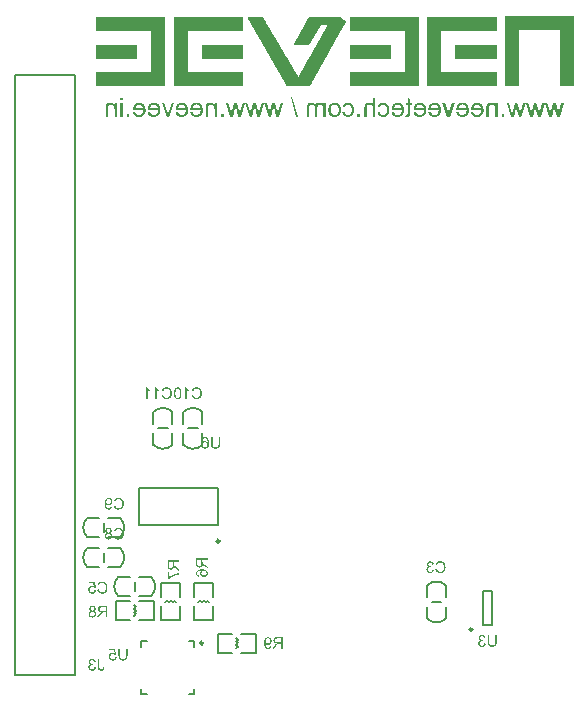
<source format=gbo>
G04*
G04 #@! TF.GenerationSoftware,Altium Limited,CircuitStudio,1.5.2 (30)*
G04*
G04 Layer_Color=16737996*
%FSLAX25Y25*%
%MOIN*%
G70*
G01*
G75*
%ADD19C,0.00787*%
%ADD43C,0.00591*%
%ADD68C,0.00984*%
G36*
X173774Y214904D02*
X173862Y214899D01*
X174018Y214866D01*
X174090Y214843D01*
X174156Y214821D01*
X174218Y214793D01*
X174273Y214766D01*
X174318Y214738D01*
X174362Y214710D01*
X174401Y214688D01*
X174428Y214666D01*
X174451Y214649D01*
X174467Y214633D01*
X174478Y214627D01*
X174484Y214621D01*
X174534Y214566D01*
X174584Y214510D01*
X174623Y214449D01*
X174656Y214388D01*
X174712Y214272D01*
X174745Y214161D01*
X174767Y214066D01*
X174773Y214022D01*
X174778Y213989D01*
X174784Y213955D01*
Y213933D01*
Y213922D01*
Y213916D01*
X174778Y213817D01*
X174761Y213722D01*
X174739Y213639D01*
X174712Y213567D01*
X174689Y213511D01*
X174667Y213467D01*
X174651Y213445D01*
X174645Y213434D01*
X174584Y213367D01*
X174517Y213306D01*
X174445Y213250D01*
X174373Y213206D01*
X174306Y213173D01*
X174256Y213151D01*
X174234Y213140D01*
X174218Y213134D01*
X174212Y213128D01*
X174206D01*
X174334Y213090D01*
X174440Y213040D01*
X174534Y212979D01*
X174612Y212923D01*
X174673Y212868D01*
X174717Y212823D01*
X174739Y212795D01*
X174750Y212790D01*
Y212784D01*
X174811Y212684D01*
X174861Y212579D01*
X174895Y212479D01*
X174917Y212379D01*
X174928Y212290D01*
X174934Y212251D01*
Y212218D01*
X174939Y212196D01*
Y212174D01*
Y212163D01*
Y212157D01*
X174934Y212068D01*
X174922Y211980D01*
X174906Y211896D01*
X174884Y211813D01*
X174828Y211674D01*
X174800Y211608D01*
X174767Y211552D01*
X174734Y211497D01*
X174706Y211452D01*
X174673Y211414D01*
X174651Y211380D01*
X174628Y211352D01*
X174612Y211336D01*
X174601Y211325D01*
X174595Y211319D01*
X174528Y211258D01*
X174456Y211208D01*
X174379Y211164D01*
X174301Y211125D01*
X174229Y211097D01*
X174151Y211069D01*
X174001Y211031D01*
X173934Y211014D01*
X173873Y211003D01*
X173818Y210997D01*
X173768Y210992D01*
X173729Y210986D01*
X173674D01*
X173568Y210992D01*
X173474Y211003D01*
X173380Y211019D01*
X173291Y211036D01*
X173213Y211064D01*
X173135Y211092D01*
X173063Y211119D01*
X173002Y211153D01*
X172947Y211186D01*
X172897Y211214D01*
X172858Y211241D01*
X172819Y211269D01*
X172791Y211286D01*
X172775Y211302D01*
X172764Y211314D01*
X172758Y211319D01*
X172697Y211386D01*
X172641Y211452D01*
X172597Y211519D01*
X172558Y211591D01*
X172519Y211658D01*
X172492Y211730D01*
X172453Y211858D01*
X172436Y211918D01*
X172425Y211974D01*
X172419Y212024D01*
X172414Y212063D01*
X172408Y212096D01*
Y212124D01*
Y212140D01*
Y212146D01*
X172414Y212274D01*
X172436Y212390D01*
X172469Y212496D01*
X172503Y212584D01*
X172536Y212657D01*
X172569Y212712D01*
X172591Y212745D01*
X172597Y212751D01*
Y212757D01*
X172675Y212845D01*
X172758Y212923D01*
X172847Y212984D01*
X172930Y213040D01*
X173008Y213078D01*
X173074Y213106D01*
X173097Y213117D01*
X173113Y213123D01*
X173124Y213128D01*
X173130D01*
X173030Y213173D01*
X172947Y213223D01*
X172874Y213273D01*
X172813Y213323D01*
X172769Y213367D01*
X172736Y213400D01*
X172713Y213423D01*
X172708Y213434D01*
X172658Y213511D01*
X172625Y213589D01*
X172597Y213667D01*
X172580Y213744D01*
X172569Y213806D01*
X172564Y213856D01*
Y213889D01*
Y213894D01*
Y213900D01*
X172569Y213978D01*
X172575Y214050D01*
X172614Y214189D01*
X172664Y214311D01*
X172719Y214416D01*
X172775Y214499D01*
X172802Y214533D01*
X172825Y214566D01*
X172847Y214588D01*
X172863Y214605D01*
X172869Y214610D01*
X172874Y214616D01*
X172935Y214666D01*
X172997Y214716D01*
X173063Y214755D01*
X173130Y214788D01*
X173263Y214838D01*
X173396Y214871D01*
X173452Y214888D01*
X173507Y214893D01*
X173557Y214899D01*
X173601Y214904D01*
X173635Y214910D01*
X173685D01*
X173774Y214904D01*
D02*
G37*
G36*
X169397Y194830D02*
X168953Y194769D01*
X168914Y194830D01*
X168864Y194880D01*
X168819Y194930D01*
X168775Y194969D01*
X168731Y194996D01*
X168697Y195024D01*
X168675Y195035D01*
X168670Y195041D01*
X168597Y195074D01*
X168525Y195102D01*
X168459Y195118D01*
X168392Y195135D01*
X168337Y195141D01*
X168292Y195146D01*
X168187D01*
X168120Y195135D01*
X168004Y195107D01*
X167904Y195069D01*
X167815Y195030D01*
X167748Y194985D01*
X167698Y194946D01*
X167671Y194919D01*
X167659Y194913D01*
Y194907D01*
X167582Y194813D01*
X167526Y194713D01*
X167488Y194608D01*
X167460Y194502D01*
X167443Y194414D01*
X167438Y194375D01*
Y194341D01*
X167432Y194314D01*
Y194291D01*
Y194280D01*
Y194275D01*
Y194197D01*
X167443Y194125D01*
X167471Y193986D01*
X167510Y193870D01*
X167549Y193775D01*
X167593Y193698D01*
X167632Y193637D01*
X167648Y193620D01*
X167659Y193603D01*
X167665Y193598D01*
X167671Y193592D01*
X167715Y193548D01*
X167759Y193509D01*
X167859Y193442D01*
X167954Y193398D01*
X168048Y193370D01*
X168126Y193348D01*
X168192Y193342D01*
X168215Y193337D01*
X168248D01*
X168353Y193342D01*
X168448Y193365D01*
X168531Y193392D01*
X168597Y193426D01*
X168658Y193459D01*
X168703Y193487D01*
X168725Y193509D01*
X168736Y193515D01*
X168803Y193592D01*
X168858Y193675D01*
X168903Y193770D01*
X168936Y193853D01*
X168958Y193936D01*
X168975Y193997D01*
X168980Y194025D01*
X168986Y194042D01*
Y194053D01*
Y194058D01*
X169480Y194019D01*
X169469Y193931D01*
X169452Y193848D01*
X169402Y193692D01*
X169341Y193559D01*
X169308Y193498D01*
X169275Y193448D01*
X169247Y193398D01*
X169214Y193353D01*
X169186Y193320D01*
X169158Y193292D01*
X169136Y193270D01*
X169125Y193248D01*
X169114Y193243D01*
X169108Y193237D01*
X169042Y193187D01*
X168975Y193143D01*
X168903Y193104D01*
X168831Y193070D01*
X168692Y193020D01*
X168553Y192987D01*
X168492Y192971D01*
X168431Y192965D01*
X168381Y192959D01*
X168337Y192954D01*
X168298Y192948D01*
X168248D01*
X168131Y192954D01*
X168020Y192971D01*
X167915Y192993D01*
X167821Y193020D01*
X167732Y193059D01*
X167648Y193098D01*
X167571Y193137D01*
X167504Y193182D01*
X167443Y193226D01*
X167388Y193265D01*
X167343Y193309D01*
X167304Y193342D01*
X167277Y193370D01*
X167254Y193392D01*
X167243Y193409D01*
X167238Y193415D01*
X167182Y193487D01*
X167138Y193564D01*
X167094Y193637D01*
X167060Y193714D01*
X167005Y193864D01*
X166971Y194008D01*
X166960Y194070D01*
X166949Y194131D01*
X166944Y194181D01*
X166938Y194225D01*
X166932Y194264D01*
Y194291D01*
Y194308D01*
Y194314D01*
X166938Y194414D01*
X166949Y194508D01*
X166966Y194602D01*
X166988Y194685D01*
X167016Y194763D01*
X167043Y194841D01*
X167077Y194907D01*
X167104Y194969D01*
X167138Y195024D01*
X167171Y195074D01*
X167199Y195113D01*
X167227Y195152D01*
X167249Y195179D01*
X167265Y195196D01*
X167277Y195207D01*
X167282Y195213D01*
X167349Y195274D01*
X167415Y195329D01*
X167488Y195374D01*
X167560Y195413D01*
X167632Y195451D01*
X167704Y195479D01*
X167837Y195518D01*
X167898Y195535D01*
X167954Y195546D01*
X168004Y195551D01*
X168048Y195557D01*
X168081Y195562D01*
X168203D01*
X168270Y195551D01*
X168403Y195524D01*
X168525Y195485D01*
X168636Y195440D01*
X168725Y195396D01*
X168764Y195374D01*
X168797Y195357D01*
X168825Y195340D01*
X168842Y195329D01*
X168853Y195324D01*
X168858Y195318D01*
X168653Y196356D01*
X167116D01*
Y196806D01*
X169025D01*
X169397Y194830D01*
D02*
G37*
G36*
X177137Y214949D02*
X177314Y214921D01*
X177470Y214888D01*
X177542Y214866D01*
X177609Y214843D01*
X177670Y214821D01*
X177725Y214799D01*
X177770Y214782D01*
X177814Y214766D01*
X177842Y214749D01*
X177864Y214738D01*
X177881Y214732D01*
X177886Y214727D01*
X178036Y214633D01*
X178164Y214522D01*
X178275Y214410D01*
X178369Y214300D01*
X178441Y214200D01*
X178469Y214155D01*
X178491Y214116D01*
X178513Y214089D01*
X178524Y214066D01*
X178530Y214050D01*
X178535Y214044D01*
X178613Y213872D01*
X178669Y213695D01*
X178708Y213517D01*
X178735Y213356D01*
X178746Y213284D01*
X178752Y213212D01*
X178758Y213156D01*
Y213101D01*
X178763Y213062D01*
Y213029D01*
Y213006D01*
Y213001D01*
X178752Y212801D01*
X178730Y212607D01*
X178702Y212435D01*
X178680Y212351D01*
X178663Y212279D01*
X178647Y212213D01*
X178624Y212152D01*
X178608Y212096D01*
X178596Y212052D01*
X178580Y212018D01*
X178574Y211991D01*
X178563Y211974D01*
Y211968D01*
X178480Y211802D01*
X178386Y211652D01*
X178286Y211525D01*
X178236Y211474D01*
X178191Y211425D01*
X178147Y211380D01*
X178103Y211341D01*
X178064Y211308D01*
X178030Y211286D01*
X178008Y211264D01*
X177986Y211247D01*
X177975Y211241D01*
X177969Y211236D01*
X177892Y211192D01*
X177814Y211153D01*
X177647Y211092D01*
X177481Y211047D01*
X177320Y211019D01*
X177242Y211008D01*
X177176Y210997D01*
X177115Y210992D01*
X177065D01*
X177020Y210986D01*
X176959D01*
X176848Y210992D01*
X176743Y211003D01*
X176643Y211014D01*
X176549Y211036D01*
X176460Y211064D01*
X176376Y211092D01*
X176299Y211119D01*
X176227Y211153D01*
X176166Y211180D01*
X176105Y211208D01*
X176060Y211236D01*
X176016Y211264D01*
X175988Y211286D01*
X175960Y211297D01*
X175949Y211308D01*
X175944Y211314D01*
X175866Y211380D01*
X175799Y211447D01*
X175738Y211525D01*
X175677Y211602D01*
X175577Y211758D01*
X175500Y211913D01*
X175466Y211985D01*
X175439Y212052D01*
X175416Y212113D01*
X175400Y212163D01*
X175383Y212207D01*
X175372Y212240D01*
X175366Y212263D01*
Y212268D01*
X175877Y212396D01*
X175899Y212307D01*
X175927Y212224D01*
X175955Y212146D01*
X175982Y212074D01*
X176016Y212007D01*
X176049Y211952D01*
X176088Y211896D01*
X176121Y211846D01*
X176149Y211802D01*
X176182Y211769D01*
X176210Y211735D01*
X176232Y211708D01*
X176254Y211691D01*
X176271Y211674D01*
X176277Y211669D01*
X176282Y211663D01*
X176338Y211619D01*
X176399Y211585D01*
X176521Y211525D01*
X176637Y211480D01*
X176754Y211452D01*
X176854Y211430D01*
X176893Y211425D01*
X176932D01*
X176965Y211419D01*
X177004D01*
X177131Y211425D01*
X177253Y211447D01*
X177364Y211474D01*
X177464Y211508D01*
X177542Y211541D01*
X177575Y211558D01*
X177603Y211569D01*
X177625Y211580D01*
X177642Y211591D01*
X177653Y211597D01*
X177659D01*
X177764Y211674D01*
X177853Y211758D01*
X177930Y211852D01*
X177992Y211941D01*
X178042Y212018D01*
X178075Y212085D01*
X178086Y212113D01*
X178097Y212129D01*
X178103Y212140D01*
Y212146D01*
X178147Y212290D01*
X178180Y212435D01*
X178208Y212579D01*
X178225Y212712D01*
X178230Y212773D01*
X178236Y212829D01*
Y212879D01*
X178241Y212917D01*
Y212951D01*
Y212979D01*
Y212995D01*
Y213001D01*
X178236Y213145D01*
X178225Y213278D01*
X178202Y213400D01*
X178180Y213511D01*
X178164Y213606D01*
X178153Y213645D01*
X178141Y213678D01*
X178136Y213706D01*
X178130Y213722D01*
X178125Y213733D01*
Y213739D01*
X178069Y213867D01*
X178008Y213983D01*
X177942Y214077D01*
X177869Y214161D01*
X177808Y214227D01*
X177759Y214272D01*
X177720Y214300D01*
X177714Y214311D01*
X177708D01*
X177592Y214383D01*
X177464Y214438D01*
X177342Y214477D01*
X177226Y214499D01*
X177120Y214516D01*
X177076Y214522D01*
X177037D01*
X177009Y214527D01*
X176965D01*
X176826Y214522D01*
X176698Y214499D01*
X176593Y214466D01*
X176499Y214433D01*
X176426Y214394D01*
X176371Y214366D01*
X176338Y214344D01*
X176327Y214333D01*
X176238Y214249D01*
X176154Y214155D01*
X176088Y214055D01*
X176032Y213955D01*
X175988Y213867D01*
X175971Y213822D01*
X175960Y213789D01*
X175949Y213761D01*
X175938Y213739D01*
X175933Y213728D01*
Y213722D01*
X175433Y213839D01*
X175466Y213939D01*
X175500Y214028D01*
X175544Y214111D01*
X175583Y214194D01*
X175627Y214266D01*
X175677Y214333D01*
X175722Y214399D01*
X175766Y214455D01*
X175810Y214499D01*
X175849Y214544D01*
X175888Y214582D01*
X175916Y214610D01*
X175944Y214638D01*
X175966Y214655D01*
X175977Y214660D01*
X175982Y214666D01*
X176060Y214716D01*
X176138Y214766D01*
X176216Y214805D01*
X176299Y214838D01*
X176465Y214888D01*
X176615Y214921D01*
X176687Y214938D01*
X176748Y214943D01*
X176809Y214949D01*
X176859Y214954D01*
X176898Y214960D01*
X176954D01*
X177137Y214949D01*
D02*
G37*
G36*
X198279Y356641D02*
X198443Y356623D01*
X198598Y356595D01*
X198744Y356550D01*
X198881Y356504D01*
X199008Y356449D01*
X199127Y356395D01*
X199227Y356331D01*
X199327Y356276D01*
X199409Y356212D01*
X199482Y356158D01*
X199537Y356112D01*
X199582Y356067D01*
X199619Y356039D01*
X199637Y356021D01*
X199646Y356012D01*
X199746Y355885D01*
X199837Y355748D01*
X199919Y355611D01*
X199992Y355466D01*
X200047Y355311D01*
X200092Y355165D01*
X200165Y354873D01*
X200192Y354746D01*
X200211Y354618D01*
X200220Y354509D01*
X200229Y354409D01*
X200238Y354327D01*
Y354272D01*
Y354226D01*
Y354217D01*
X200229Y354017D01*
X200211Y353826D01*
X200183Y353643D01*
X200147Y353480D01*
X200101Y353325D01*
X200056Y353179D01*
X200001Y353051D01*
X199947Y352933D01*
X199892Y352833D01*
X199837Y352742D01*
X199792Y352669D01*
X199746Y352605D01*
X199710Y352550D01*
X199682Y352514D01*
X199664Y352496D01*
X199655Y352486D01*
X199537Y352377D01*
X199418Y352286D01*
X199291Y352204D01*
X199154Y352131D01*
X199026Y352077D01*
X198890Y352022D01*
X198635Y351949D01*
X198516Y351931D01*
X198407Y351913D01*
X198307Y351894D01*
X198225Y351885D01*
X198161Y351876D01*
X198061D01*
X197778Y351894D01*
X197523Y351940D01*
X197296Y351995D01*
X197204Y352031D01*
X197113Y352067D01*
X197031Y352104D01*
X196958Y352140D01*
X196904Y352168D01*
X196849Y352195D01*
X196813Y352222D01*
X196785Y352241D01*
X196767Y352259D01*
X196758D01*
X196576Y352423D01*
X196430Y352596D01*
X196303Y352778D01*
X196212Y352951D01*
X196139Y353106D01*
X196111Y353179D01*
X196084Y353234D01*
X196066Y353288D01*
X196057Y353325D01*
X196047Y353343D01*
Y353352D01*
X196849Y353452D01*
X196922Y353279D01*
X197004Y353133D01*
X197086Y353006D01*
X197159Y352906D01*
X197223Y352833D01*
X197277Y352778D01*
X197323Y352742D01*
X197332Y352732D01*
X197450Y352660D01*
X197569Y352605D01*
X197696Y352569D01*
X197806Y352541D01*
X197906Y352523D01*
X197988Y352514D01*
X198061D01*
X198170Y352523D01*
X198270Y352532D01*
X198452Y352578D01*
X198617Y352641D01*
X198762Y352714D01*
X198872Y352778D01*
X198954Y352842D01*
X199008Y352887D01*
X199017Y352906D01*
X199026D01*
X199154Y353070D01*
X199254Y353252D01*
X199327Y353452D01*
X199382Y353634D01*
X199409Y353798D01*
X199427Y353871D01*
X199436Y353935D01*
Y353990D01*
X199445Y354026D01*
Y354053D01*
Y354063D01*
X196029D01*
X196020Y354154D01*
Y354217D01*
Y354254D01*
Y354263D01*
X196029Y354472D01*
X196047Y354664D01*
X196075Y354846D01*
X196111Y355019D01*
X196157Y355174D01*
X196202Y355320D01*
X196257Y355447D01*
X196312Y355566D01*
X196366Y355675D01*
X196421Y355766D01*
X196467Y355839D01*
X196512Y355903D01*
X196548Y355958D01*
X196576Y355994D01*
X196594Y356012D01*
X196603Y356021D01*
X196713Y356131D01*
X196831Y356231D01*
X196958Y356313D01*
X197086Y356386D01*
X197214Y356449D01*
X197332Y356495D01*
X197459Y356540D01*
X197569Y356568D01*
X197687Y356595D01*
X197787Y356613D01*
X197879Y356632D01*
X197951Y356641D01*
X198015Y356650D01*
X198106D01*
X198279Y356641D01*
D02*
G37*
G36*
X171683Y196911D02*
X171861Y196883D01*
X172016Y196850D01*
X172088Y196828D01*
X172155Y196806D01*
X172216Y196783D01*
X172272Y196761D01*
X172316Y196745D01*
X172360Y196728D01*
X172388Y196711D01*
X172410Y196700D01*
X172427Y196695D01*
X172432Y196689D01*
X172582Y196595D01*
X172710Y196484D01*
X172821Y196373D01*
X172915Y196262D01*
X172988Y196162D01*
X173015Y196117D01*
X173038Y196079D01*
X173060Y196051D01*
X173071Y196029D01*
X173076Y196012D01*
X173082Y196006D01*
X173160Y195834D01*
X173215Y195657D01*
X173254Y195479D01*
X173282Y195318D01*
X173293Y195246D01*
X173298Y195174D01*
X173304Y195118D01*
Y195063D01*
X173309Y195024D01*
Y194991D01*
Y194969D01*
Y194963D01*
X173298Y194763D01*
X173276Y194569D01*
X173248Y194397D01*
X173226Y194314D01*
X173210Y194241D01*
X173193Y194175D01*
X173171Y194114D01*
X173154Y194058D01*
X173143Y194014D01*
X173126Y193981D01*
X173121Y193953D01*
X173110Y193936D01*
Y193931D01*
X173026Y193764D01*
X172932Y193614D01*
X172832Y193487D01*
X172782Y193437D01*
X172738Y193387D01*
X172693Y193342D01*
X172649Y193304D01*
X172610Y193270D01*
X172577Y193248D01*
X172555Y193226D01*
X172532Y193209D01*
X172521Y193204D01*
X172516Y193198D01*
X172438Y193154D01*
X172360Y193115D01*
X172194Y193054D01*
X172027Y193009D01*
X171867Y192982D01*
X171789Y192971D01*
X171722Y192959D01*
X171661Y192954D01*
X171611D01*
X171567Y192948D01*
X171506D01*
X171395Y192954D01*
X171289Y192965D01*
X171189Y192976D01*
X171095Y192998D01*
X171006Y193026D01*
X170923Y193054D01*
X170845Y193082D01*
X170773Y193115D01*
X170712Y193143D01*
X170651Y193170D01*
X170607Y193198D01*
X170562Y193226D01*
X170534Y193248D01*
X170507Y193259D01*
X170496Y193270D01*
X170490Y193276D01*
X170412Y193342D01*
X170346Y193409D01*
X170285Y193487D01*
X170224Y193564D01*
X170124Y193720D01*
X170046Y193875D01*
X170013Y193947D01*
X169985Y194014D01*
X169963Y194075D01*
X169946Y194125D01*
X169930Y194169D01*
X169918Y194203D01*
X169913Y194225D01*
Y194230D01*
X170423Y194358D01*
X170446Y194269D01*
X170473Y194186D01*
X170501Y194108D01*
X170529Y194036D01*
X170562Y193970D01*
X170596Y193914D01*
X170634Y193859D01*
X170668Y193809D01*
X170695Y193764D01*
X170729Y193731D01*
X170756Y193698D01*
X170779Y193670D01*
X170801Y193653D01*
X170817Y193637D01*
X170823Y193631D01*
X170829Y193625D01*
X170884Y193581D01*
X170945Y193548D01*
X171067Y193487D01*
X171184Y193442D01*
X171300Y193415D01*
X171400Y193392D01*
X171439Y193387D01*
X171478D01*
X171511Y193381D01*
X171550D01*
X171678Y193387D01*
X171800Y193409D01*
X171911Y193437D01*
X172011Y193470D01*
X172088Y193503D01*
X172122Y193520D01*
X172150Y193531D01*
X172172Y193542D01*
X172188Y193553D01*
X172199Y193559D01*
X172205D01*
X172310Y193637D01*
X172399Y193720D01*
X172477Y193814D01*
X172538Y193903D01*
X172588Y193981D01*
X172621Y194047D01*
X172632Y194075D01*
X172643Y194092D01*
X172649Y194103D01*
Y194108D01*
X172693Y194253D01*
X172727Y194397D01*
X172754Y194541D01*
X172771Y194674D01*
X172777Y194736D01*
X172782Y194791D01*
Y194841D01*
X172788Y194880D01*
Y194913D01*
Y194941D01*
Y194957D01*
Y194963D01*
X172782Y195107D01*
X172771Y195240D01*
X172749Y195363D01*
X172727Y195474D01*
X172710Y195568D01*
X172699Y195607D01*
X172688Y195640D01*
X172682Y195668D01*
X172677Y195685D01*
X172671Y195696D01*
Y195701D01*
X172616Y195829D01*
X172555Y195945D01*
X172488Y196040D01*
X172416Y196123D01*
X172355Y196190D01*
X172305Y196234D01*
X172266Y196262D01*
X172260Y196273D01*
X172255D01*
X172138Y196345D01*
X172011Y196400D01*
X171889Y196439D01*
X171772Y196461D01*
X171667Y196478D01*
X171622Y196484D01*
X171583D01*
X171556Y196489D01*
X171511D01*
X171372Y196484D01*
X171245Y196461D01*
X171139Y196428D01*
X171045Y196395D01*
X170973Y196356D01*
X170917Y196328D01*
X170884Y196306D01*
X170873Y196295D01*
X170784Y196212D01*
X170701Y196117D01*
X170634Y196018D01*
X170579Y195918D01*
X170534Y195829D01*
X170518Y195784D01*
X170507Y195751D01*
X170496Y195723D01*
X170484Y195701D01*
X170479Y195690D01*
Y195685D01*
X169979Y195801D01*
X170013Y195901D01*
X170046Y195990D01*
X170090Y196073D01*
X170129Y196156D01*
X170174Y196228D01*
X170224Y196295D01*
X170268Y196362D01*
X170312Y196417D01*
X170357Y196461D01*
X170396Y196506D01*
X170434Y196545D01*
X170462Y196572D01*
X170490Y196600D01*
X170512Y196617D01*
X170523Y196623D01*
X170529Y196628D01*
X170607Y196678D01*
X170684Y196728D01*
X170762Y196767D01*
X170845Y196800D01*
X171012Y196850D01*
X171162Y196883D01*
X171234Y196900D01*
X171295Y196906D01*
X171356Y196911D01*
X171406Y196917D01*
X171445Y196922D01*
X171500D01*
X171683Y196911D01*
D02*
G37*
G36*
X178410Y357397D02*
X177636D01*
Y358280D01*
X178410D01*
Y357397D01*
D02*
G37*
G36*
X262660Y351976D02*
X261885D01*
Y354472D01*
X261876Y354664D01*
X261867Y354828D01*
X261849Y354974D01*
X261822Y355092D01*
X261794Y355183D01*
X261776Y355256D01*
X261767Y355292D01*
X261758Y355311D01*
X261703Y355420D01*
X261639Y355520D01*
X261567Y355602D01*
X261494Y355675D01*
X261430Y355730D01*
X261375Y355766D01*
X261339Y355793D01*
X261330Y355803D01*
X261211Y355866D01*
X261102Y355912D01*
X260993Y355939D01*
X260902Y355967D01*
X260810Y355976D01*
X260747Y355985D01*
X260692D01*
X260528Y355976D01*
X260382Y355939D01*
X260264Y355903D01*
X260164Y355848D01*
X260082Y355803D01*
X260027Y355757D01*
X259991Y355721D01*
X259981Y355712D01*
X259899Y355602D01*
X259836Y355466D01*
X259790Y355329D01*
X259754Y355192D01*
X259735Y355065D01*
X259726Y354964D01*
Y354928D01*
Y354901D01*
Y354883D01*
Y354873D01*
Y351976D01*
X258952D01*
Y354864D01*
X258961Y355101D01*
X258979Y355311D01*
X259007Y355484D01*
X259034Y355629D01*
X259061Y355748D01*
X259089Y355830D01*
X259107Y355875D01*
X259116Y355894D01*
X259189Y356021D01*
X259271Y356131D01*
X259362Y356222D01*
X259444Y356304D01*
X259526Y356367D01*
X259590Y356413D01*
X259635Y356440D01*
X259653Y356449D01*
X259799Y356513D01*
X259945Y356568D01*
X260091Y356604D01*
X260227Y356623D01*
X260346Y356641D01*
X260446Y356650D01*
X260528D01*
X260674Y356641D01*
X260820Y356623D01*
X260956Y356595D01*
X261084Y356550D01*
X261321Y356449D01*
X261421Y356395D01*
X261512Y356340D01*
X261594Y356276D01*
X261676Y356222D01*
X261740Y356167D01*
X261785Y356121D01*
X261831Y356076D01*
X261858Y356048D01*
X261876Y356030D01*
X261885Y356021D01*
Y358280D01*
X262660D01*
Y351976D01*
D02*
G37*
G36*
X281127Y203735D02*
X281277Y203707D01*
X281405Y203663D01*
X281516Y203619D01*
X281565Y203591D01*
X281604Y203569D01*
X281643Y203546D01*
X281671Y203524D01*
X281693Y203508D01*
X281710Y203497D01*
X281721Y203491D01*
X281727Y203485D01*
X281832Y203380D01*
X281915Y203263D01*
X281982Y203141D01*
X282037Y203019D01*
X282071Y202914D01*
X282087Y202869D01*
X282098Y202831D01*
X282104Y202797D01*
X282109Y202775D01*
X282115Y202758D01*
Y202753D01*
X281643Y202670D01*
X281621Y202792D01*
X281588Y202897D01*
X281549Y202986D01*
X281510Y203058D01*
X281471Y203114D01*
X281438Y203152D01*
X281416Y203180D01*
X281410Y203186D01*
X281338Y203241D01*
X281260Y203286D01*
X281188Y203313D01*
X281116Y203335D01*
X281049Y203347D01*
X280999Y203358D01*
X280955D01*
X280855Y203352D01*
X280766Y203330D01*
X280689Y203302D01*
X280622Y203274D01*
X280572Y203241D01*
X280533Y203213D01*
X280505Y203191D01*
X280500Y203186D01*
X280439Y203119D01*
X280395Y203047D01*
X280367Y202975D01*
X280345Y202908D01*
X280333Y202847D01*
X280322Y202803D01*
Y202769D01*
Y202764D01*
Y202758D01*
Y202697D01*
X280333Y202642D01*
X280361Y202547D01*
X280400Y202464D01*
X280445Y202392D01*
X280489Y202342D01*
X280528Y202303D01*
X280556Y202281D01*
X280561Y202275D01*
X280567D01*
X280661Y202225D01*
X280750Y202187D01*
X280844Y202159D01*
X280927Y202142D01*
X280999Y202131D01*
X281061Y202120D01*
X281133D01*
X281155Y202126D01*
X281183D01*
X281238Y201709D01*
X281166Y201726D01*
X281099Y201737D01*
X281044Y201748D01*
X280994Y201754D01*
X280955Y201759D01*
X280905D01*
X280788Y201748D01*
X280683Y201726D01*
X280589Y201693D01*
X280511Y201654D01*
X280450Y201615D01*
X280406Y201582D01*
X280378Y201559D01*
X280367Y201548D01*
X280295Y201465D01*
X280239Y201376D01*
X280200Y201288D01*
X280178Y201199D01*
X280161Y201127D01*
X280156Y201066D01*
X280150Y201043D01*
Y201027D01*
Y201016D01*
Y201010D01*
X280161Y200888D01*
X280189Y200777D01*
X280222Y200683D01*
X280267Y200599D01*
X280311Y200533D01*
X280345Y200483D01*
X280372Y200449D01*
X280383Y200438D01*
X280472Y200361D01*
X280567Y200305D01*
X280661Y200266D01*
X280750Y200239D01*
X280827Y200222D01*
X280889Y200216D01*
X280911Y200211D01*
X280944D01*
X281044Y200216D01*
X281138Y200239D01*
X281222Y200266D01*
X281288Y200300D01*
X281344Y200327D01*
X281388Y200355D01*
X281410Y200377D01*
X281421Y200383D01*
X281488Y200461D01*
X281543Y200549D01*
X281593Y200644D01*
X281632Y200744D01*
X281660Y200827D01*
X281671Y200866D01*
X281677Y200899D01*
X281682Y200927D01*
X281688Y200949D01*
X281693Y200960D01*
Y200966D01*
X282165Y200905D01*
X282154Y200816D01*
X282137Y200733D01*
X282087Y200577D01*
X282026Y200444D01*
X281993Y200389D01*
X281960Y200333D01*
X281926Y200283D01*
X281893Y200244D01*
X281865Y200205D01*
X281838Y200178D01*
X281821Y200155D01*
X281804Y200139D01*
X281793Y200128D01*
X281788Y200122D01*
X281721Y200072D01*
X281654Y200022D01*
X281588Y199983D01*
X281516Y199950D01*
X281377Y199894D01*
X281244Y199861D01*
X281183Y199850D01*
X281127Y199839D01*
X281077Y199834D01*
X281033Y199828D01*
X280999Y199822D01*
X280949D01*
X280844Y199828D01*
X280750Y199839D01*
X280655Y199856D01*
X280567Y199878D01*
X280483Y199906D01*
X280411Y199933D01*
X280339Y199967D01*
X280278Y200000D01*
X280217Y200028D01*
X280167Y200061D01*
X280123Y200089D01*
X280089Y200116D01*
X280062Y200139D01*
X280039Y200155D01*
X280028Y200167D01*
X280023Y200172D01*
X279956Y200239D01*
X279901Y200311D01*
X279851Y200383D01*
X279806Y200455D01*
X279773Y200522D01*
X279740Y200594D01*
X279695Y200727D01*
X279684Y200788D01*
X279673Y200844D01*
X279662Y200893D01*
X279656Y200938D01*
X279651Y200971D01*
Y200999D01*
Y201016D01*
Y201021D01*
X279656Y201154D01*
X279679Y201276D01*
X279712Y201382D01*
X279745Y201471D01*
X279779Y201543D01*
X279812Y201598D01*
X279834Y201632D01*
X279839Y201643D01*
X279917Y201726D01*
X280000Y201798D01*
X280089Y201854D01*
X280178Y201898D01*
X280256Y201931D01*
X280317Y201954D01*
X280339Y201959D01*
X280356Y201965D01*
X280367Y201970D01*
X280372D01*
X280278Y202020D01*
X280200Y202070D01*
X280134Y202126D01*
X280078Y202176D01*
X280034Y202220D01*
X280000Y202259D01*
X279984Y202281D01*
X279978Y202292D01*
X279934Y202370D01*
X279901Y202448D01*
X279873Y202525D01*
X279856Y202597D01*
X279845Y202658D01*
X279839Y202703D01*
Y202736D01*
Y202747D01*
X279845Y202842D01*
X279862Y202936D01*
X279884Y203019D01*
X279912Y203091D01*
X279939Y203152D01*
X279962Y203202D01*
X279978Y203230D01*
X279984Y203241D01*
X280039Y203324D01*
X280106Y203397D01*
X280172Y203458D01*
X280239Y203513D01*
X280295Y203552D01*
X280345Y203585D01*
X280378Y203602D01*
X280383Y203608D01*
X280389D01*
X280489Y203652D01*
X280589Y203685D01*
X280689Y203713D01*
X280777Y203730D01*
X280850Y203741D01*
X280911Y203746D01*
X281049D01*
X281127Y203735D01*
D02*
G37*
G36*
X284374Y203785D02*
X284552Y203757D01*
X284707Y203724D01*
X284779Y203702D01*
X284846Y203680D01*
X284907Y203657D01*
X284962Y203635D01*
X285007Y203619D01*
X285051Y203602D01*
X285079Y203585D01*
X285101Y203574D01*
X285118Y203569D01*
X285123Y203563D01*
X285273Y203469D01*
X285401Y203358D01*
X285512Y203247D01*
X285606Y203136D01*
X285678Y203036D01*
X285706Y202991D01*
X285728Y202953D01*
X285750Y202925D01*
X285761Y202903D01*
X285767Y202886D01*
X285772Y202880D01*
X285850Y202708D01*
X285906Y202531D01*
X285945Y202353D01*
X285972Y202192D01*
X285983Y202120D01*
X285989Y202048D01*
X285995Y201992D01*
Y201937D01*
X286000Y201898D01*
Y201865D01*
Y201843D01*
Y201837D01*
X285989Y201637D01*
X285967Y201443D01*
X285939Y201271D01*
X285917Y201188D01*
X285900Y201115D01*
X285883Y201049D01*
X285861Y200988D01*
X285845Y200932D01*
X285834Y200888D01*
X285817Y200855D01*
X285811Y200827D01*
X285800Y200810D01*
Y200805D01*
X285717Y200638D01*
X285623Y200488D01*
X285523Y200361D01*
X285473Y200311D01*
X285428Y200261D01*
X285384Y200216D01*
X285340Y200178D01*
X285301Y200144D01*
X285267Y200122D01*
X285245Y200100D01*
X285223Y200083D01*
X285212Y200078D01*
X285206Y200072D01*
X285129Y200028D01*
X285051Y199989D01*
X284885Y199928D01*
X284718Y199883D01*
X284557Y199856D01*
X284479Y199845D01*
X284413Y199834D01*
X284352Y199828D01*
X284302D01*
X284257Y199822D01*
X284196D01*
X284085Y199828D01*
X283980Y199839D01*
X283880Y199850D01*
X283786Y199872D01*
X283697Y199900D01*
X283613Y199928D01*
X283536Y199956D01*
X283464Y199989D01*
X283403Y200017D01*
X283342Y200044D01*
X283297Y200072D01*
X283253Y200100D01*
X283225Y200122D01*
X283197Y200133D01*
X283186Y200144D01*
X283181Y200150D01*
X283103Y200216D01*
X283036Y200283D01*
X282975Y200361D01*
X282914Y200438D01*
X282814Y200594D01*
X282737Y200749D01*
X282703Y200821D01*
X282676Y200888D01*
X282653Y200949D01*
X282637Y200999D01*
X282620Y201043D01*
X282609Y201077D01*
X282603Y201099D01*
Y201104D01*
X283114Y201232D01*
X283136Y201143D01*
X283164Y201060D01*
X283192Y200982D01*
X283220Y200910D01*
X283253Y200844D01*
X283286Y200788D01*
X283325Y200733D01*
X283358Y200683D01*
X283386Y200638D01*
X283419Y200605D01*
X283447Y200572D01*
X283469Y200544D01*
X283491Y200527D01*
X283508Y200511D01*
X283514Y200505D01*
X283519Y200500D01*
X283575Y200455D01*
X283636Y200422D01*
X283758Y200361D01*
X283874Y200316D01*
X283991Y200289D01*
X284091Y200266D01*
X284130Y200261D01*
X284169D01*
X284202Y200255D01*
X284241D01*
X284368Y200261D01*
X284490Y200283D01*
X284601Y200311D01*
X284701Y200344D01*
X284779Y200377D01*
X284812Y200394D01*
X284840Y200405D01*
X284862Y200416D01*
X284879Y200427D01*
X284890Y200433D01*
X284896D01*
X285001Y200511D01*
X285090Y200594D01*
X285168Y200688D01*
X285228Y200777D01*
X285279Y200855D01*
X285312Y200921D01*
X285323Y200949D01*
X285334Y200966D01*
X285340Y200977D01*
Y200982D01*
X285384Y201127D01*
X285417Y201271D01*
X285445Y201415D01*
X285462Y201548D01*
X285467Y201609D01*
X285473Y201665D01*
Y201715D01*
X285478Y201754D01*
Y201787D01*
Y201815D01*
Y201832D01*
Y201837D01*
X285473Y201981D01*
X285462Y202115D01*
X285439Y202237D01*
X285417Y202348D01*
X285401Y202442D01*
X285389Y202481D01*
X285378Y202514D01*
X285373Y202542D01*
X285367Y202558D01*
X285362Y202570D01*
Y202575D01*
X285306Y202703D01*
X285245Y202819D01*
X285179Y202914D01*
X285106Y202997D01*
X285045Y203064D01*
X284995Y203108D01*
X284957Y203136D01*
X284951Y203147D01*
X284946D01*
X284829Y203219D01*
X284701Y203274D01*
X284579Y203313D01*
X284463Y203335D01*
X284357Y203352D01*
X284313Y203358D01*
X284274D01*
X284246Y203363D01*
X284202D01*
X284063Y203358D01*
X283935Y203335D01*
X283830Y203302D01*
X283736Y203269D01*
X283664Y203230D01*
X283608Y203202D01*
X283575Y203180D01*
X283563Y203169D01*
X283475Y203086D01*
X283391Y202991D01*
X283325Y202891D01*
X283269Y202792D01*
X283225Y202703D01*
X283208Y202658D01*
X283197Y202625D01*
X283186Y202597D01*
X283175Y202575D01*
X283170Y202564D01*
Y202558D01*
X282670Y202675D01*
X282703Y202775D01*
X282737Y202864D01*
X282781Y202947D01*
X282820Y203030D01*
X282864Y203102D01*
X282914Y203169D01*
X282959Y203236D01*
X283003Y203291D01*
X283047Y203335D01*
X283086Y203380D01*
X283125Y203419D01*
X283153Y203447D01*
X283181Y203474D01*
X283203Y203491D01*
X283214Y203497D01*
X283220Y203502D01*
X283297Y203552D01*
X283375Y203602D01*
X283453Y203641D01*
X283536Y203674D01*
X283702Y203724D01*
X283852Y203757D01*
X283924Y203774D01*
X283985Y203780D01*
X284046Y203785D01*
X284096Y203791D01*
X284135Y203796D01*
X284191D01*
X284374Y203785D01*
D02*
G37*
G36*
X203183Y261772D02*
X203361Y261745D01*
X203516Y261711D01*
X203588Y261689D01*
X203655Y261667D01*
X203716Y261645D01*
X203772Y261623D01*
X203816Y261606D01*
X203860Y261589D01*
X203888Y261573D01*
X203910Y261562D01*
X203927Y261556D01*
X203932Y261550D01*
X204082Y261456D01*
X204210Y261345D01*
X204321Y261234D01*
X204415Y261123D01*
X204488Y261023D01*
X204515Y260979D01*
X204538Y260940D01*
X204560Y260912D01*
X204571Y260890D01*
X204576Y260873D01*
X204582Y260868D01*
X204660Y260696D01*
X204715Y260518D01*
X204754Y260341D01*
X204782Y260180D01*
X204793Y260107D01*
X204798Y260035D01*
X204804Y259980D01*
Y259924D01*
X204809Y259886D01*
Y259852D01*
Y259830D01*
Y259824D01*
X204798Y259625D01*
X204776Y259430D01*
X204748Y259258D01*
X204726Y259175D01*
X204710Y259103D01*
X204693Y259036D01*
X204671Y258975D01*
X204654Y258920D01*
X204643Y258875D01*
X204626Y258842D01*
X204621Y258814D01*
X204610Y258798D01*
Y258792D01*
X204526Y258626D01*
X204432Y258476D01*
X204332Y258348D01*
X204282Y258298D01*
X204238Y258248D01*
X204193Y258204D01*
X204149Y258165D01*
X204110Y258132D01*
X204077Y258109D01*
X204055Y258087D01*
X204032Y258071D01*
X204021Y258065D01*
X204016Y258060D01*
X203938Y258015D01*
X203860Y257976D01*
X203694Y257915D01*
X203527Y257871D01*
X203366Y257843D01*
X203289Y257832D01*
X203222Y257821D01*
X203161Y257815D01*
X203111D01*
X203067Y257810D01*
X203006D01*
X202895Y257815D01*
X202789Y257826D01*
X202689Y257838D01*
X202595Y257860D01*
X202506Y257888D01*
X202423Y257915D01*
X202345Y257943D01*
X202273Y257976D01*
X202212Y258004D01*
X202151Y258032D01*
X202107Y258060D01*
X202062Y258087D01*
X202034Y258109D01*
X202007Y258121D01*
X201996Y258132D01*
X201990Y258137D01*
X201912Y258204D01*
X201846Y258270D01*
X201785Y258348D01*
X201724Y258426D01*
X201624Y258581D01*
X201546Y258737D01*
X201513Y258809D01*
X201485Y258875D01*
X201463Y258936D01*
X201446Y258986D01*
X201430Y259031D01*
X201418Y259064D01*
X201413Y259086D01*
Y259092D01*
X201923Y259220D01*
X201946Y259131D01*
X201973Y259047D01*
X202001Y258970D01*
X202029Y258898D01*
X202062Y258831D01*
X202096Y258775D01*
X202134Y258720D01*
X202168Y258670D01*
X202195Y258626D01*
X202229Y258592D01*
X202256Y258559D01*
X202279Y258531D01*
X202301Y258515D01*
X202318Y258498D01*
X202323Y258492D01*
X202329Y258487D01*
X202384Y258442D01*
X202445Y258409D01*
X202567Y258348D01*
X202684Y258304D01*
X202800Y258276D01*
X202900Y258254D01*
X202939Y258248D01*
X202978D01*
X203011Y258243D01*
X203050D01*
X203178Y258248D01*
X203300Y258270D01*
X203411Y258298D01*
X203511Y258331D01*
X203588Y258365D01*
X203622Y258381D01*
X203649Y258393D01*
X203672Y258404D01*
X203688Y258415D01*
X203699Y258420D01*
X203705D01*
X203810Y258498D01*
X203899Y258581D01*
X203977Y258676D01*
X204038Y258764D01*
X204088Y258842D01*
X204121Y258909D01*
X204132Y258936D01*
X204144Y258953D01*
X204149Y258964D01*
Y258970D01*
X204193Y259114D01*
X204227Y259258D01*
X204254Y259403D01*
X204271Y259536D01*
X204277Y259597D01*
X204282Y259652D01*
Y259702D01*
X204288Y259741D01*
Y259774D01*
Y259802D01*
Y259819D01*
Y259824D01*
X204282Y259969D01*
X204271Y260102D01*
X204249Y260224D01*
X204227Y260335D01*
X204210Y260429D01*
X204199Y260468D01*
X204188Y260502D01*
X204182Y260529D01*
X204177Y260546D01*
X204171Y260557D01*
Y260563D01*
X204116Y260690D01*
X204055Y260807D01*
X203988Y260901D01*
X203916Y260984D01*
X203855Y261051D01*
X203805Y261095D01*
X203766Y261123D01*
X203761Y261134D01*
X203755D01*
X203638Y261206D01*
X203511Y261262D01*
X203389Y261301D01*
X203272Y261323D01*
X203167Y261340D01*
X203122Y261345D01*
X203083D01*
X203056Y261351D01*
X203011D01*
X202872Y261345D01*
X202745Y261323D01*
X202639Y261290D01*
X202545Y261256D01*
X202473Y261217D01*
X202417Y261190D01*
X202384Y261168D01*
X202373Y261156D01*
X202284Y261073D01*
X202201Y260979D01*
X202134Y260879D01*
X202079Y260779D01*
X202034Y260690D01*
X202018Y260646D01*
X202007Y260613D01*
X201996Y260585D01*
X201985Y260563D01*
X201979Y260552D01*
Y260546D01*
X201479Y260663D01*
X201513Y260762D01*
X201546Y260851D01*
X201590Y260934D01*
X201629Y261018D01*
X201674Y261090D01*
X201724Y261156D01*
X201768Y261223D01*
X201812Y261279D01*
X201857Y261323D01*
X201896Y261367D01*
X201935Y261406D01*
X201962Y261434D01*
X201990Y261462D01*
X202012Y261478D01*
X202023Y261484D01*
X202029Y261489D01*
X202107Y261539D01*
X202184Y261589D01*
X202262Y261628D01*
X202345Y261662D01*
X202512Y261711D01*
X202662Y261745D01*
X202734Y261761D01*
X202795Y261767D01*
X202856Y261772D01*
X202906Y261778D01*
X202945Y261784D01*
X203000D01*
X203183Y261772D01*
D02*
G37*
G36*
X305568Y351976D02*
X304684D01*
Y352860D01*
X305568D01*
Y351976D01*
D02*
G37*
G36*
X193183Y261772D02*
X193361Y261745D01*
X193516Y261711D01*
X193588Y261689D01*
X193655Y261667D01*
X193716Y261645D01*
X193772Y261623D01*
X193816Y261606D01*
X193860Y261589D01*
X193888Y261573D01*
X193910Y261562D01*
X193927Y261556D01*
X193932Y261550D01*
X194082Y261456D01*
X194210Y261345D01*
X194321Y261234D01*
X194415Y261123D01*
X194488Y261023D01*
X194515Y260979D01*
X194537Y260940D01*
X194560Y260912D01*
X194571Y260890D01*
X194576Y260873D01*
X194582Y260868D01*
X194660Y260696D01*
X194715Y260518D01*
X194754Y260341D01*
X194782Y260180D01*
X194793Y260107D01*
X194798Y260035D01*
X194804Y259980D01*
Y259924D01*
X194809Y259886D01*
Y259852D01*
Y259830D01*
Y259824D01*
X194798Y259625D01*
X194776Y259430D01*
X194748Y259258D01*
X194726Y259175D01*
X194710Y259103D01*
X194693Y259036D01*
X194671Y258975D01*
X194654Y258920D01*
X194643Y258875D01*
X194626Y258842D01*
X194621Y258814D01*
X194610Y258798D01*
Y258792D01*
X194526Y258626D01*
X194432Y258476D01*
X194332Y258348D01*
X194282Y258298D01*
X194238Y258248D01*
X194193Y258204D01*
X194149Y258165D01*
X194110Y258132D01*
X194077Y258109D01*
X194055Y258087D01*
X194032Y258071D01*
X194021Y258065D01*
X194016Y258060D01*
X193938Y258015D01*
X193860Y257976D01*
X193694Y257915D01*
X193527Y257871D01*
X193367Y257843D01*
X193289Y257832D01*
X193222Y257821D01*
X193161Y257815D01*
X193111D01*
X193067Y257810D01*
X193006D01*
X192895Y257815D01*
X192789Y257826D01*
X192689Y257838D01*
X192595Y257860D01*
X192506Y257888D01*
X192423Y257915D01*
X192345Y257943D01*
X192273Y257976D01*
X192212Y258004D01*
X192151Y258032D01*
X192107Y258060D01*
X192062Y258087D01*
X192034Y258109D01*
X192007Y258121D01*
X191996Y258132D01*
X191990Y258137D01*
X191912Y258204D01*
X191846Y258270D01*
X191785Y258348D01*
X191724Y258426D01*
X191624Y258581D01*
X191546Y258737D01*
X191513Y258809D01*
X191485Y258875D01*
X191463Y258936D01*
X191446Y258986D01*
X191429Y259031D01*
X191418Y259064D01*
X191413Y259086D01*
Y259092D01*
X191923Y259220D01*
X191946Y259131D01*
X191973Y259047D01*
X192001Y258970D01*
X192029Y258898D01*
X192062Y258831D01*
X192095Y258775D01*
X192134Y258720D01*
X192168Y258670D01*
X192195Y258626D01*
X192229Y258592D01*
X192256Y258559D01*
X192279Y258531D01*
X192301Y258515D01*
X192317Y258498D01*
X192323Y258492D01*
X192329Y258487D01*
X192384Y258442D01*
X192445Y258409D01*
X192567Y258348D01*
X192684Y258304D01*
X192800Y258276D01*
X192900Y258254D01*
X192939Y258248D01*
X192978D01*
X193011Y258243D01*
X193050D01*
X193178Y258248D01*
X193300Y258270D01*
X193411Y258298D01*
X193511Y258331D01*
X193588Y258365D01*
X193622Y258381D01*
X193649Y258393D01*
X193672Y258404D01*
X193688Y258415D01*
X193700Y258420D01*
X193705D01*
X193810Y258498D01*
X193899Y258581D01*
X193977Y258676D01*
X194038Y258764D01*
X194088Y258842D01*
X194121Y258909D01*
X194132Y258936D01*
X194143Y258953D01*
X194149Y258964D01*
Y258970D01*
X194193Y259114D01*
X194227Y259258D01*
X194254Y259403D01*
X194271Y259536D01*
X194277Y259597D01*
X194282Y259652D01*
Y259702D01*
X194288Y259741D01*
Y259774D01*
Y259802D01*
Y259819D01*
Y259824D01*
X194282Y259969D01*
X194271Y260102D01*
X194249Y260224D01*
X194227Y260335D01*
X194210Y260429D01*
X194199Y260468D01*
X194188Y260502D01*
X194182Y260529D01*
X194177Y260546D01*
X194171Y260557D01*
Y260563D01*
X194116Y260690D01*
X194055Y260807D01*
X193988Y260901D01*
X193916Y260984D01*
X193855Y261051D01*
X193805Y261095D01*
X193766Y261123D01*
X193761Y261134D01*
X193755D01*
X193638Y261206D01*
X193511Y261262D01*
X193389Y261301D01*
X193272Y261323D01*
X193167Y261340D01*
X193122Y261345D01*
X193083D01*
X193056Y261351D01*
X193011D01*
X192873Y261345D01*
X192745Y261323D01*
X192639Y261290D01*
X192545Y261256D01*
X192473Y261217D01*
X192417Y261190D01*
X192384Y261168D01*
X192373Y261156D01*
X192284Y261073D01*
X192201Y260979D01*
X192134Y260879D01*
X192079Y260779D01*
X192034Y260690D01*
X192018Y260646D01*
X192007Y260613D01*
X191996Y260585D01*
X191984Y260563D01*
X191979Y260552D01*
Y260546D01*
X191479Y260663D01*
X191513Y260762D01*
X191546Y260851D01*
X191590Y260934D01*
X191629Y261018D01*
X191674Y261090D01*
X191724Y261156D01*
X191768Y261223D01*
X191812Y261279D01*
X191857Y261323D01*
X191896Y261367D01*
X191935Y261406D01*
X191962Y261434D01*
X191990Y261462D01*
X192012Y261478D01*
X192023Y261484D01*
X192029Y261489D01*
X192107Y261539D01*
X192184Y261589D01*
X192262Y261628D01*
X192345Y261662D01*
X192512Y261711D01*
X192662Y261745D01*
X192734Y261761D01*
X192795Y261767D01*
X192856Y261772D01*
X192906Y261778D01*
X192945Y261784D01*
X193000D01*
X193183Y261772D01*
D02*
G37*
G36*
X199565Y261639D02*
X199626Y261550D01*
X199698Y261462D01*
X199765Y261384D01*
X199831Y261317D01*
X199881Y261262D01*
X199903Y261245D01*
X199920Y261229D01*
X199925Y261223D01*
X199931Y261217D01*
X200048Y261123D01*
X200164Y261034D01*
X200275Y260957D01*
X200386Y260896D01*
X200480Y260840D01*
X200519Y260818D01*
X200553Y260801D01*
X200580Y260785D01*
X200603Y260779D01*
X200614Y260768D01*
X200619D01*
Y260313D01*
X200536Y260346D01*
X200453Y260385D01*
X200370Y260424D01*
X200292Y260463D01*
X200225Y260496D01*
X200170Y260524D01*
X200136Y260546D01*
X200131Y260552D01*
X200125D01*
X200025Y260613D01*
X199937Y260674D01*
X199859Y260729D01*
X199798Y260779D01*
X199742Y260818D01*
X199709Y260851D01*
X199681Y260873D01*
X199676Y260879D01*
Y257876D01*
X199204D01*
Y261734D01*
X199509D01*
X199565Y261639D01*
D02*
G37*
G36*
X196890Y261722D02*
X197028Y261700D01*
X197145Y261662D01*
X197245Y261623D01*
X197328Y261578D01*
X197361Y261562D01*
X197389Y261539D01*
X197411Y261528D01*
X197428Y261517D01*
X197433Y261506D01*
X197439D01*
X197539Y261417D01*
X197622Y261312D01*
X197694Y261206D01*
X197750Y261106D01*
X197794Y261012D01*
X197817Y260973D01*
X197827Y260934D01*
X197839Y260907D01*
X197850Y260884D01*
X197855Y260873D01*
Y260868D01*
X197878Y260785D01*
X197900Y260701D01*
X197933Y260518D01*
X197961Y260335D01*
X197977Y260163D01*
X197983Y260080D01*
X197988Y260008D01*
Y259941D01*
X197994Y259880D01*
Y259836D01*
Y259797D01*
Y259774D01*
Y259769D01*
X197988Y259575D01*
X197977Y259391D01*
X197961Y259225D01*
X197933Y259070D01*
X197905Y258925D01*
X197872Y258798D01*
X197839Y258681D01*
X197805Y258581D01*
X197772Y258492D01*
X197733Y258415D01*
X197705Y258348D01*
X197678Y258298D01*
X197650Y258254D01*
X197633Y258226D01*
X197622Y258209D01*
X197617Y258204D01*
X197556Y258137D01*
X197489Y258076D01*
X197417Y258021D01*
X197345Y257976D01*
X197273Y257937D01*
X197200Y257904D01*
X197128Y257882D01*
X197062Y257860D01*
X196995Y257843D01*
X196934Y257832D01*
X196879Y257821D01*
X196834Y257815D01*
X196795Y257810D01*
X196740D01*
X196590Y257821D01*
X196451Y257843D01*
X196335Y257882D01*
X196235Y257921D01*
X196151Y257960D01*
X196124Y257982D01*
X196096Y257998D01*
X196074Y258010D01*
X196057Y258021D01*
X196052Y258032D01*
X196046D01*
X195946Y258126D01*
X195863Y258226D01*
X195791Y258337D01*
X195735Y258437D01*
X195691Y258531D01*
X195669Y258570D01*
X195658Y258609D01*
X195646Y258637D01*
X195635Y258659D01*
X195630Y258670D01*
Y258676D01*
X195602Y258759D01*
X195580Y258842D01*
X195546Y259020D01*
X195519Y259203D01*
X195502Y259380D01*
X195497Y259458D01*
X195491Y259530D01*
Y259597D01*
X195485Y259658D01*
Y259702D01*
Y259741D01*
Y259763D01*
Y259769D01*
Y259874D01*
X195491Y259974D01*
Y260063D01*
X195497Y260152D01*
X195508Y260230D01*
X195513Y260307D01*
X195519Y260374D01*
X195530Y260435D01*
X195535Y260490D01*
X195546Y260540D01*
X195552Y260579D01*
X195558Y260613D01*
X195563Y260640D01*
X195569Y260657D01*
X195574Y260668D01*
Y260674D01*
X195607Y260796D01*
X195646Y260907D01*
X195691Y261001D01*
X195724Y261084D01*
X195763Y261156D01*
X195785Y261206D01*
X195807Y261234D01*
X195813Y261245D01*
X195874Y261329D01*
X195935Y261401D01*
X196002Y261462D01*
X196063Y261517D01*
X196118Y261556D01*
X196163Y261584D01*
X196190Y261600D01*
X196196Y261606D01*
X196201D01*
X196290Y261650D01*
X196385Y261678D01*
X196473Y261700D01*
X196557Y261717D01*
X196629Y261728D01*
X196690Y261734D01*
X196740D01*
X196890Y261722D01*
D02*
G37*
G36*
X177137Y224949D02*
X177314Y224921D01*
X177470Y224888D01*
X177542Y224866D01*
X177609Y224843D01*
X177670Y224821D01*
X177725Y224799D01*
X177770Y224782D01*
X177814Y224766D01*
X177842Y224749D01*
X177864Y224738D01*
X177881Y224732D01*
X177886Y224727D01*
X178036Y224633D01*
X178164Y224521D01*
X178275Y224411D01*
X178369Y224300D01*
X178441Y224200D01*
X178469Y224155D01*
X178491Y224116D01*
X178513Y224089D01*
X178524Y224066D01*
X178530Y224050D01*
X178535Y224044D01*
X178613Y223872D01*
X178669Y223694D01*
X178708Y223517D01*
X178735Y223356D01*
X178746Y223284D01*
X178752Y223212D01*
X178758Y223156D01*
Y223101D01*
X178763Y223062D01*
Y223028D01*
Y223006D01*
Y223001D01*
X178752Y222801D01*
X178730Y222607D01*
X178702Y222435D01*
X178680Y222351D01*
X178663Y222279D01*
X178647Y222213D01*
X178624Y222152D01*
X178608Y222096D01*
X178596Y222052D01*
X178580Y222018D01*
X178574Y221991D01*
X178563Y221974D01*
Y221969D01*
X178480Y221802D01*
X178386Y221652D01*
X178286Y221525D01*
X178236Y221475D01*
X178191Y221425D01*
X178147Y221380D01*
X178103Y221341D01*
X178064Y221308D01*
X178030Y221286D01*
X178008Y221264D01*
X177986Y221247D01*
X177975Y221241D01*
X177969Y221236D01*
X177892Y221192D01*
X177814Y221153D01*
X177647Y221092D01*
X177481Y221047D01*
X177320Y221019D01*
X177242Y221008D01*
X177176Y220997D01*
X177115Y220992D01*
X177065D01*
X177020Y220986D01*
X176959D01*
X176848Y220992D01*
X176743Y221003D01*
X176643Y221014D01*
X176549Y221036D01*
X176460Y221064D01*
X176376Y221092D01*
X176299Y221119D01*
X176227Y221153D01*
X176166Y221180D01*
X176105Y221208D01*
X176060Y221236D01*
X176016Y221264D01*
X175988Y221286D01*
X175960Y221297D01*
X175949Y221308D01*
X175944Y221314D01*
X175866Y221380D01*
X175799Y221447D01*
X175738Y221525D01*
X175677Y221602D01*
X175577Y221758D01*
X175500Y221913D01*
X175466Y221985D01*
X175439Y222052D01*
X175416Y222113D01*
X175400Y222163D01*
X175383Y222207D01*
X175372Y222240D01*
X175366Y222263D01*
Y222268D01*
X175877Y222396D01*
X175899Y222307D01*
X175927Y222224D01*
X175955Y222146D01*
X175982Y222074D01*
X176016Y222007D01*
X176049Y221952D01*
X176088Y221896D01*
X176121Y221846D01*
X176149Y221802D01*
X176182Y221769D01*
X176210Y221735D01*
X176232Y221708D01*
X176254Y221691D01*
X176271Y221674D01*
X176277Y221669D01*
X176282Y221663D01*
X176338Y221619D01*
X176399Y221585D01*
X176521Y221525D01*
X176637Y221480D01*
X176754Y221452D01*
X176854Y221430D01*
X176893Y221425D01*
X176932D01*
X176965Y221419D01*
X177004D01*
X177131Y221425D01*
X177253Y221447D01*
X177364Y221475D01*
X177464Y221508D01*
X177542Y221541D01*
X177575Y221558D01*
X177603Y221569D01*
X177625Y221580D01*
X177642Y221591D01*
X177653Y221597D01*
X177659D01*
X177764Y221674D01*
X177853Y221758D01*
X177930Y221852D01*
X177992Y221941D01*
X178042Y222018D01*
X178075Y222085D01*
X178086Y222113D01*
X178097Y222129D01*
X178103Y222141D01*
Y222146D01*
X178147Y222290D01*
X178180Y222435D01*
X178208Y222579D01*
X178225Y222712D01*
X178230Y222773D01*
X178236Y222829D01*
Y222879D01*
X178241Y222918D01*
Y222951D01*
Y222979D01*
Y222995D01*
Y223001D01*
X178236Y223145D01*
X178225Y223278D01*
X178202Y223400D01*
X178180Y223511D01*
X178164Y223606D01*
X178153Y223645D01*
X178141Y223678D01*
X178136Y223706D01*
X178130Y223722D01*
X178125Y223733D01*
Y223739D01*
X178069Y223867D01*
X178008Y223983D01*
X177942Y224078D01*
X177869Y224161D01*
X177808Y224227D01*
X177759Y224272D01*
X177720Y224300D01*
X177714Y224311D01*
X177708D01*
X177592Y224383D01*
X177464Y224438D01*
X177342Y224477D01*
X177226Y224499D01*
X177120Y224516D01*
X177076Y224521D01*
X177037D01*
X177009Y224527D01*
X176965D01*
X176826Y224521D01*
X176698Y224499D01*
X176593Y224466D01*
X176499Y224433D01*
X176426Y224394D01*
X176371Y224366D01*
X176338Y224344D01*
X176327Y224333D01*
X176238Y224250D01*
X176154Y224155D01*
X176088Y224055D01*
X176032Y223955D01*
X175988Y223867D01*
X175971Y223822D01*
X175960Y223789D01*
X175949Y223761D01*
X175938Y223739D01*
X175933Y223728D01*
Y223722D01*
X175433Y223839D01*
X175466Y223939D01*
X175500Y224027D01*
X175544Y224111D01*
X175583Y224194D01*
X175627Y224266D01*
X175677Y224333D01*
X175722Y224399D01*
X175766Y224455D01*
X175810Y224499D01*
X175849Y224544D01*
X175888Y224583D01*
X175916Y224610D01*
X175944Y224638D01*
X175966Y224655D01*
X175977Y224660D01*
X175982Y224666D01*
X176060Y224716D01*
X176138Y224766D01*
X176216Y224804D01*
X176299Y224838D01*
X176465Y224888D01*
X176615Y224921D01*
X176687Y224938D01*
X176748Y224943D01*
X176809Y224949D01*
X176859Y224954D01*
X176898Y224960D01*
X176954D01*
X177137Y224949D01*
D02*
G37*
G36*
X188969Y356641D02*
X189133Y356623D01*
X189288Y356595D01*
X189434Y356550D01*
X189570Y356504D01*
X189698Y356449D01*
X189816Y356395D01*
X189917Y356331D01*
X190017Y356276D01*
X190099Y356212D01*
X190172Y356158D01*
X190226Y356112D01*
X190272Y356067D01*
X190308Y356039D01*
X190326Y356021D01*
X190336Y356012D01*
X190436Y355885D01*
X190527Y355748D01*
X190609Y355611D01*
X190682Y355466D01*
X190736Y355311D01*
X190782Y355165D01*
X190855Y354873D01*
X190882Y354746D01*
X190900Y354618D01*
X190909Y354509D01*
X190919Y354409D01*
X190928Y354327D01*
Y354272D01*
Y354226D01*
Y354217D01*
X190919Y354017D01*
X190900Y353826D01*
X190873Y353643D01*
X190837Y353480D01*
X190791Y353325D01*
X190745Y353179D01*
X190691Y353051D01*
X190636Y352933D01*
X190582Y352833D01*
X190527Y352742D01*
X190481Y352669D01*
X190436Y352605D01*
X190399Y352550D01*
X190372Y352514D01*
X190354Y352496D01*
X190345Y352486D01*
X190226Y352377D01*
X190108Y352286D01*
X189980Y352204D01*
X189844Y352131D01*
X189716Y352077D01*
X189579Y352022D01*
X189324Y351949D01*
X189206Y351931D01*
X189097Y351913D01*
X188996Y351894D01*
X188914Y351885D01*
X188851Y351876D01*
X188750D01*
X188468Y351894D01*
X188213Y351940D01*
X187985Y351995D01*
X187894Y352031D01*
X187803Y352067D01*
X187721Y352104D01*
X187648Y352140D01*
X187593Y352168D01*
X187539Y352195D01*
X187502Y352222D01*
X187475Y352241D01*
X187457Y352259D01*
X187448D01*
X187265Y352423D01*
X187120Y352596D01*
X186992Y352778D01*
X186901Y352951D01*
X186828Y353106D01*
X186801Y353179D01*
X186774Y353234D01*
X186755Y353288D01*
X186746Y353325D01*
X186737Y353343D01*
Y353352D01*
X187539Y353452D01*
X187612Y353279D01*
X187694Y353133D01*
X187776Y353006D01*
X187848Y352906D01*
X187912Y352833D01*
X187967Y352778D01*
X188013Y352742D01*
X188022Y352732D01*
X188140Y352660D01*
X188258Y352605D01*
X188386Y352569D01*
X188495Y352541D01*
X188595Y352523D01*
X188678Y352514D01*
X188750D01*
X188860Y352523D01*
X188960Y352532D01*
X189142Y352578D01*
X189306Y352641D01*
X189452Y352714D01*
X189561Y352778D01*
X189643Y352842D01*
X189698Y352887D01*
X189707Y352906D01*
X189716D01*
X189844Y353070D01*
X189944Y353252D01*
X190017Y353452D01*
X190071Y353634D01*
X190099Y353798D01*
X190117Y353871D01*
X190126Y353935D01*
Y353990D01*
X190135Y354026D01*
Y354053D01*
Y354063D01*
X186719D01*
X186710Y354154D01*
Y354217D01*
Y354254D01*
Y354263D01*
X186719Y354472D01*
X186737Y354664D01*
X186764Y354846D01*
X186801Y355019D01*
X186846Y355174D01*
X186892Y355320D01*
X186947Y355447D01*
X187001Y355566D01*
X187056Y355675D01*
X187111Y355766D01*
X187156Y355839D01*
X187202Y355903D01*
X187238Y355958D01*
X187265Y355994D01*
X187284Y356012D01*
X187293Y356021D01*
X187402Y356131D01*
X187521Y356231D01*
X187648Y356313D01*
X187776Y356386D01*
X187903Y356449D01*
X188022Y356495D01*
X188149Y356540D01*
X188258Y356568D01*
X188377Y356595D01*
X188477Y356613D01*
X188568Y356632D01*
X188641Y356641D01*
X188705Y356650D01*
X188796D01*
X188969Y356641D01*
D02*
G37*
G36*
X184068D02*
X184232Y356623D01*
X184387Y356595D01*
X184532Y356550D01*
X184669Y356504D01*
X184797Y356449D01*
X184915Y356395D01*
X185015Y356331D01*
X185116Y356276D01*
X185197Y356212D01*
X185270Y356158D01*
X185325Y356112D01*
X185371Y356067D01*
X185407Y356039D01*
X185425Y356021D01*
X185434Y356012D01*
X185535Y355885D01*
X185626Y355748D01*
X185708Y355611D01*
X185781Y355466D01*
X185835Y355311D01*
X185881Y355165D01*
X185954Y354873D01*
X185981Y354746D01*
X185999Y354618D01*
X186008Y354509D01*
X186017Y354409D01*
X186027Y354327D01*
Y354272D01*
Y354226D01*
Y354217D01*
X186017Y354017D01*
X185999Y353826D01*
X185972Y353643D01*
X185935Y353480D01*
X185890Y353325D01*
X185844Y353179D01*
X185790Y353051D01*
X185735Y352933D01*
X185680Y352833D01*
X185626Y352742D01*
X185580Y352669D01*
X185535Y352605D01*
X185498Y352550D01*
X185471Y352514D01*
X185452Y352496D01*
X185443Y352486D01*
X185325Y352377D01*
X185207Y352286D01*
X185079Y352204D01*
X184942Y352131D01*
X184815Y352077D01*
X184678Y352022D01*
X184423Y351949D01*
X184305Y351931D01*
X184195Y351913D01*
X184095Y351894D01*
X184013Y351885D01*
X183949Y351876D01*
X183849D01*
X183567Y351894D01*
X183312Y351940D01*
X183084Y351995D01*
X182993Y352031D01*
X182902Y352067D01*
X182820Y352104D01*
X182747Y352140D01*
X182692Y352168D01*
X182638Y352195D01*
X182601Y352222D01*
X182574Y352241D01*
X182556Y352259D01*
X182546D01*
X182364Y352423D01*
X182219Y352596D01*
X182091Y352778D01*
X182000Y352951D01*
X181927Y353106D01*
X181900Y353179D01*
X181872Y353234D01*
X181854Y353288D01*
X181845Y353325D01*
X181836Y353343D01*
Y353352D01*
X182638Y353452D01*
X182710Y353279D01*
X182792Y353133D01*
X182874Y353006D01*
X182947Y352906D01*
X183011Y352833D01*
X183066Y352778D01*
X183111Y352742D01*
X183120Y352732D01*
X183239Y352660D01*
X183357Y352605D01*
X183485Y352569D01*
X183594Y352541D01*
X183694Y352523D01*
X183776Y352514D01*
X183849D01*
X183958Y352523D01*
X184059Y352532D01*
X184241Y352578D01*
X184405Y352641D01*
X184551Y352714D01*
X184660Y352778D01*
X184742Y352842D01*
X184797Y352887D01*
X184806Y352906D01*
X184815D01*
X184942Y353070D01*
X185043Y353252D01*
X185116Y353452D01*
X185170Y353634D01*
X185197Y353798D01*
X185216Y353871D01*
X185225Y353935D01*
Y353990D01*
X185234Y354026D01*
Y354053D01*
Y354063D01*
X181818D01*
X181808Y354154D01*
Y354217D01*
Y354254D01*
Y354263D01*
X181818Y354472D01*
X181836Y354664D01*
X181863Y354846D01*
X181900Y355019D01*
X181945Y355174D01*
X181991Y355320D01*
X182045Y355447D01*
X182100Y355566D01*
X182155Y355675D01*
X182209Y355766D01*
X182255Y355839D01*
X182300Y355903D01*
X182337Y355958D01*
X182364Y355994D01*
X182383Y356012D01*
X182392Y356021D01*
X182501Y356131D01*
X182619Y356231D01*
X182747Y356313D01*
X182874Y356386D01*
X183002Y356449D01*
X183120Y356495D01*
X183248Y356540D01*
X183357Y356568D01*
X183476Y356595D01*
X183576Y356613D01*
X183667Y356632D01*
X183740Y356641D01*
X183804Y356650D01*
X183895D01*
X184068Y356641D01*
D02*
G37*
G36*
X173823Y224904D02*
X173912Y224893D01*
X174001Y224877D01*
X174079Y224854D01*
X174229Y224793D01*
X174295Y224766D01*
X174351Y224732D01*
X174406Y224693D01*
X174451Y224666D01*
X174495Y224633D01*
X174528Y224605D01*
X174556Y224583D01*
X174573Y224566D01*
X174584Y224555D01*
X174589Y224549D01*
X174651Y224483D01*
X174700Y224405D01*
X174750Y224333D01*
X174789Y224255D01*
X174822Y224172D01*
X174850Y224094D01*
X174889Y223950D01*
X174906Y223878D01*
X174917Y223817D01*
X174922Y223756D01*
X174928Y223706D01*
X174934Y223667D01*
Y223639D01*
Y223617D01*
Y223611D01*
X174928Y223506D01*
X174917Y223411D01*
X174906Y223317D01*
X174884Y223228D01*
X174856Y223151D01*
X174828Y223073D01*
X174800Y223006D01*
X174767Y222945D01*
X174739Y222890D01*
X174712Y222840D01*
X174684Y222801D01*
X174656Y222762D01*
X174634Y222734D01*
X174623Y222718D01*
X174612Y222707D01*
X174606Y222701D01*
X174545Y222640D01*
X174478Y222590D01*
X174412Y222540D01*
X174340Y222501D01*
X174273Y222468D01*
X174206Y222440D01*
X174079Y222401D01*
X174023Y222385D01*
X173968Y222374D01*
X173923Y222368D01*
X173879Y222362D01*
X173846Y222357D01*
X173801D01*
X173696Y222362D01*
X173596Y222379D01*
X173507Y222401D01*
X173424Y222429D01*
X173363Y222451D01*
X173313Y222474D01*
X173280Y222490D01*
X173268Y222496D01*
X173180Y222551D01*
X173102Y222612D01*
X173035Y222673D01*
X172980Y222729D01*
X172941Y222784D01*
X172908Y222823D01*
X172886Y222851D01*
X172880Y222862D01*
Y222818D01*
Y222790D01*
Y222773D01*
Y222768D01*
X172886Y222657D01*
X172891Y222551D01*
X172902Y222457D01*
X172913Y222368D01*
X172930Y222296D01*
X172941Y222240D01*
X172947Y222218D01*
Y222202D01*
X172952Y222196D01*
Y222190D01*
X172980Y222091D01*
X173008Y222002D01*
X173035Y221924D01*
X173063Y221858D01*
X173085Y221808D01*
X173108Y221769D01*
X173119Y221741D01*
X173124Y221735D01*
X173169Y221674D01*
X173213Y221624D01*
X173257Y221580D01*
X173302Y221541D01*
X173335Y221508D01*
X173368Y221486D01*
X173391Y221475D01*
X173396Y221469D01*
X173457Y221436D01*
X173524Y221413D01*
X173585Y221397D01*
X173646Y221386D01*
X173696Y221380D01*
X173735Y221375D01*
X173774D01*
X173862Y221380D01*
X173946Y221397D01*
X174018Y221419D01*
X174079Y221447D01*
X174123Y221469D01*
X174162Y221491D01*
X174184Y221508D01*
X174190Y221513D01*
X174245Y221574D01*
X174290Y221647D01*
X174329Y221724D01*
X174356Y221802D01*
X174379Y221869D01*
X174395Y221930D01*
X174401Y221952D01*
Y221963D01*
X174406Y221974D01*
Y221980D01*
X174861Y221941D01*
X174828Y221780D01*
X174784Y221641D01*
X174728Y221519D01*
X174673Y221419D01*
X174617Y221341D01*
X174589Y221308D01*
X174567Y221280D01*
X174551Y221264D01*
X174534Y221247D01*
X174528Y221241D01*
X174523Y221236D01*
X174467Y221192D01*
X174406Y221153D01*
X174284Y221092D01*
X174162Y221047D01*
X174046Y221019D01*
X173940Y220997D01*
X173896Y220992D01*
X173857D01*
X173829Y220986D01*
X173785D01*
X173629Y220997D01*
X173491Y221019D01*
X173363Y221058D01*
X173257Y221103D01*
X173213Y221119D01*
X173169Y221142D01*
X173135Y221164D01*
X173102Y221180D01*
X173080Y221192D01*
X173063Y221203D01*
X173052Y221214D01*
X173047D01*
X172935Y221308D01*
X172836Y221413D01*
X172758Y221525D01*
X172691Y221630D01*
X172636Y221724D01*
X172614Y221769D01*
X172597Y221802D01*
X172586Y221835D01*
X172575Y221858D01*
X172569Y221869D01*
Y221874D01*
X172541Y221957D01*
X172514Y222052D01*
X172475Y222240D01*
X172447Y222440D01*
X172431Y222629D01*
X172419Y222712D01*
X172414Y222795D01*
Y222868D01*
X172408Y222929D01*
Y222979D01*
Y223017D01*
Y223045D01*
Y223051D01*
Y223178D01*
X172414Y223301D01*
X172425Y223411D01*
X172436Y223517D01*
X172447Y223611D01*
X172458Y223700D01*
X172475Y223783D01*
X172492Y223855D01*
X172508Y223917D01*
X172519Y223972D01*
X172536Y224022D01*
X172547Y224061D01*
X172558Y224089D01*
X172569Y224111D01*
X172575Y224122D01*
Y224127D01*
X172641Y224261D01*
X172713Y224377D01*
X172797Y224477D01*
X172869Y224560D01*
X172941Y224621D01*
X172997Y224666D01*
X173019Y224682D01*
X173035Y224693D01*
X173041Y224705D01*
X173047D01*
X173163Y224771D01*
X173280Y224821D01*
X173396Y224860D01*
X173502Y224882D01*
X173596Y224899D01*
X173635Y224904D01*
X173663D01*
X173690Y224910D01*
X173729D01*
X173823Y224904D01*
D02*
G37*
G36*
X311325Y351976D02*
X310506D01*
X309585Y355493D01*
X309403Y354709D01*
X308674Y351976D01*
X307882D01*
X306442Y356550D01*
X307199D01*
X307982Y353899D01*
X308246Y353015D01*
X308474Y353889D01*
X309157Y356550D01*
X309950D01*
X310679Y353862D01*
X310715Y353707D01*
X310752Y353571D01*
X310779Y353452D01*
X310806Y353352D01*
X310834Y353261D01*
X310852Y353188D01*
X310870Y353124D01*
X310879Y353070D01*
X310888Y353024D01*
X310897Y352997D01*
X310906Y352951D01*
X310915Y352933D01*
Y352924D01*
X311171Y353908D01*
X311899Y356550D01*
X312710D01*
X311325Y351976D01*
D02*
G37*
G36*
X230483D02*
X229663D01*
X228743Y355493D01*
X228561Y354709D01*
X227832Y351976D01*
X227040D01*
X225600Y356550D01*
X226356D01*
X227140Y353899D01*
X227404Y353015D01*
X227632Y353889D01*
X228315Y356550D01*
X229108D01*
X229837Y353862D01*
X229873Y353707D01*
X229909Y353571D01*
X229937Y353452D01*
X229964Y353352D01*
X229991Y353261D01*
X230010Y353188D01*
X230028Y353124D01*
X230037Y353070D01*
X230046Y353024D01*
X230055Y352997D01*
X230064Y352951D01*
X230073Y352933D01*
Y352924D01*
X230328Y353908D01*
X231057Y356550D01*
X231868D01*
X230483Y351976D01*
D02*
G37*
G36*
X324043D02*
X323223D01*
X322303Y355493D01*
X322121Y354709D01*
X321392Y351976D01*
X320599D01*
X319160Y356550D01*
X319916D01*
X320700Y353899D01*
X320964Y353015D01*
X321192Y353889D01*
X321875Y356550D01*
X322667D01*
X323396Y353862D01*
X323433Y353707D01*
X323469Y353571D01*
X323496Y353452D01*
X323524Y353352D01*
X323551Y353261D01*
X323569Y353188D01*
X323587Y353124D01*
X323597Y353070D01*
X323606Y353024D01*
X323615Y352997D01*
X323624Y352951D01*
X323633Y352933D01*
Y352924D01*
X323888Y353908D01*
X324617Y356550D01*
X325428D01*
X324043Y351976D01*
D02*
G37*
G36*
X317684D02*
X316864D01*
X315944Y355493D01*
X315762Y354709D01*
X315033Y351976D01*
X314241D01*
X312801Y356550D01*
X313557D01*
X314341Y353899D01*
X314605Y353015D01*
X314833Y353889D01*
X315516Y356550D01*
X316309D01*
X317037Y353862D01*
X317074Y353707D01*
X317110Y353571D01*
X317138Y353452D01*
X317165Y353352D01*
X317192Y353261D01*
X317211Y353188D01*
X317229Y353124D01*
X317238Y353070D01*
X317247Y353024D01*
X317256Y352997D01*
X317265Y352951D01*
X317274Y352933D01*
Y352924D01*
X317529Y353908D01*
X318258Y356550D01*
X319069D01*
X317684Y351976D01*
D02*
G37*
G36*
X224125D02*
X223305D01*
X222385Y355493D01*
X222202Y354709D01*
X221474Y351976D01*
X220681D01*
X219241Y356550D01*
X219998D01*
X220781Y353899D01*
X221045Y353015D01*
X221273Y353889D01*
X221956Y356550D01*
X222749D01*
X223478Y353862D01*
X223514Y353707D01*
X223551Y353571D01*
X223578Y353452D01*
X223605Y353352D01*
X223633Y353261D01*
X223651Y353188D01*
X223669Y353124D01*
X223678Y353070D01*
X223687Y353024D01*
X223696Y352997D01*
X223705Y352951D01*
X223715Y352933D01*
Y352924D01*
X223970Y353908D01*
X224698Y356550D01*
X225509D01*
X224125Y351976D01*
D02*
G37*
G36*
X193834D02*
X193096D01*
X191356Y356550D01*
X192157D01*
X193169Y353753D01*
X193233Y353571D01*
X193296Y353407D01*
X193342Y353252D01*
X193387Y353133D01*
X193415Y353024D01*
X193442Y352951D01*
X193451Y352906D01*
X193460Y352887D01*
X193515Y353061D01*
X193560Y353234D01*
X193615Y353388D01*
X193661Y353525D01*
X193697Y353643D01*
X193724Y353735D01*
X193734Y353762D01*
X193743Y353789D01*
X193752Y353798D01*
Y353807D01*
X194736Y356550D01*
X195555D01*
X193834Y351976D01*
D02*
G37*
G36*
X274293Y357679D02*
Y356550D01*
X274867D01*
Y355948D01*
X274293D01*
Y353306D01*
Y353179D01*
Y353070D01*
X274284Y352969D01*
X274275Y352869D01*
Y352787D01*
X274266Y352714D01*
X274248Y352596D01*
X274230Y352505D01*
X274220Y352441D01*
X274202Y352405D01*
Y352395D01*
X274166Y352313D01*
X274111Y352250D01*
X274056Y352186D01*
X274011Y352140D01*
X273956Y352095D01*
X273920Y352067D01*
X273892Y352049D01*
X273883Y352040D01*
X273783Y351995D01*
X273683Y351967D01*
X273574Y351940D01*
X273464Y351931D01*
X273373Y351922D01*
X273300Y351913D01*
X273227D01*
X273027Y351922D01*
X272927Y351931D01*
X272836Y351949D01*
X272754Y351958D01*
X272690Y351967D01*
X272654Y351976D01*
X272635D01*
X272736Y352660D01*
X272808Y352650D01*
X272881Y352641D01*
X272945D01*
X272990Y352632D01*
X273082D01*
X273200Y352641D01*
X273282Y352660D01*
X273328Y352678D01*
X273346Y352687D01*
X273410Y352732D01*
X273446Y352778D01*
X273473Y352815D01*
X273482Y352833D01*
X273492Y352878D01*
X273501Y352942D01*
X273510Y353088D01*
X273519Y353152D01*
Y353206D01*
Y353243D01*
Y353261D01*
Y355948D01*
X272736D01*
Y356550D01*
X273519D01*
Y358144D01*
X274293Y357679D01*
D02*
G37*
G36*
X217766Y351976D02*
X216946D01*
X216026Y355493D01*
X215844Y354709D01*
X215115Y351976D01*
X214322D01*
X212883Y356550D01*
X213639D01*
X214422Y353899D01*
X214686Y353015D01*
X214914Y353889D01*
X215598Y356550D01*
X216390D01*
X217119Y353862D01*
X217155Y353707D01*
X217192Y353571D01*
X217219Y353452D01*
X217247Y353352D01*
X217274Y353261D01*
X217292Y353188D01*
X217310Y353124D01*
X217319Y353070D01*
X217328Y353024D01*
X217338Y352997D01*
X217347Y352951D01*
X217356Y352933D01*
Y352924D01*
X217611Y353908D01*
X218340Y356550D01*
X219150D01*
X217766Y351976D01*
D02*
G37*
G36*
X287393D02*
X286655D01*
X284915Y356550D01*
X285717D01*
X286728Y353753D01*
X286792Y353571D01*
X286856Y353407D01*
X286901Y353252D01*
X286947Y353133D01*
X286974Y353024D01*
X287002Y352951D01*
X287011Y352906D01*
X287020Y352887D01*
X287075Y353061D01*
X287120Y353234D01*
X287175Y353388D01*
X287220Y353525D01*
X287257Y353643D01*
X287284Y353735D01*
X287293Y353762D01*
X287302Y353789D01*
X287312Y353798D01*
Y353807D01*
X288295Y356550D01*
X289115D01*
X287393Y351976D01*
D02*
G37*
G36*
X253677Y356641D02*
X253878Y356604D01*
X254069Y356559D01*
X254224Y356513D01*
X254361Y356458D01*
X254415Y356431D01*
X254461Y356413D01*
X254497Y356395D01*
X254525Y356377D01*
X254543Y356367D01*
X254552D01*
X254725Y356258D01*
X254880Y356121D01*
X255007Y355985D01*
X255117Y355848D01*
X255199Y355730D01*
X255253Y355629D01*
X255272Y355593D01*
X255290Y355566D01*
X255299Y355547D01*
Y355538D01*
X255381Y355320D01*
X255436Y355101D01*
X255481Y354883D01*
X255508Y354682D01*
X255518Y354591D01*
X255527Y354509D01*
Y354436D01*
X255536Y354372D01*
Y354318D01*
Y354281D01*
Y354254D01*
Y354245D01*
X255527Y354035D01*
X255508Y353844D01*
X255481Y353653D01*
X255445Y353489D01*
X255408Y353325D01*
X255354Y353188D01*
X255308Y353051D01*
X255253Y352933D01*
X255199Y352833D01*
X255153Y352742D01*
X255099Y352660D01*
X255062Y352596D01*
X255026Y352550D01*
X254998Y352514D01*
X254980Y352496D01*
X254971Y352486D01*
X254862Y352377D01*
X254743Y352286D01*
X254625Y352204D01*
X254497Y352131D01*
X254370Y352077D01*
X254251Y352022D01*
X254005Y351949D01*
X253896Y351931D01*
X253796Y351913D01*
X253705Y351894D01*
X253623Y351885D01*
X253559Y351876D01*
X253468D01*
X253331Y351885D01*
X253194Y351894D01*
X252958Y351949D01*
X252739Y352013D01*
X252557Y352095D01*
X252484Y352140D01*
X252411Y352177D01*
X252347Y352213D01*
X252302Y352250D01*
X252265Y352277D01*
X252238Y352295D01*
X252220Y352304D01*
X252211Y352313D01*
X252119Y352405D01*
X252038Y352496D01*
X251892Y352696D01*
X251773Y352906D01*
X251691Y353097D01*
X251628Y353279D01*
X251609Y353352D01*
X251591Y353425D01*
X251582Y353480D01*
X251573Y353516D01*
X251564Y353543D01*
Y353552D01*
X252329Y353653D01*
X252365Y353452D01*
X252420Y353270D01*
X252493Y353124D01*
X252557Y353006D01*
X252621Y352906D01*
X252675Y352842D01*
X252703Y352796D01*
X252721Y352787D01*
X252839Y352696D01*
X252967Y352632D01*
X253094Y352578D01*
X253213Y352550D01*
X253313Y352532D01*
X253404Y352523D01*
X253459Y352514D01*
X253477D01*
X253577Y352523D01*
X253677Y352532D01*
X253859Y352578D01*
X254014Y352641D01*
X254151Y352723D01*
X254251Y352796D01*
X254333Y352860D01*
X254379Y352906D01*
X254397Y352924D01*
X254461Y353006D01*
X254516Y353106D01*
X254597Y353306D01*
X254661Y353534D01*
X254698Y353753D01*
X254725Y353953D01*
X254734Y354035D01*
Y354117D01*
X254743Y354172D01*
Y354226D01*
Y354254D01*
Y354263D01*
Y354427D01*
X254725Y354582D01*
X254707Y354728D01*
X254689Y354855D01*
X254661Y354974D01*
X254625Y355083D01*
X254597Y355183D01*
X254561Y355274D01*
X254525Y355347D01*
X254497Y355411D01*
X254461Y355466D01*
X254433Y355511D01*
X254415Y355547D01*
X254397Y355575D01*
X254379Y355584D01*
Y355593D01*
X254306Y355666D01*
X254233Y355730D01*
X254078Y355839D01*
X253914Y355912D01*
X253768Y355958D01*
X253632Y355994D01*
X253532Y356003D01*
X253486Y356012D01*
X253431D01*
X253295Y356003D01*
X253167Y355976D01*
X253058Y355939D01*
X252958Y355894D01*
X252885Y355848D01*
X252821Y355812D01*
X252785Y355784D01*
X252776Y355775D01*
X252684Y355684D01*
X252602Y355575D01*
X252530Y355456D01*
X252484Y355347D01*
X252438Y355247D01*
X252411Y355165D01*
X252402Y355110D01*
X252393Y355101D01*
Y355092D01*
X251637Y355210D01*
X251700Y355456D01*
X251792Y355666D01*
X251892Y355848D01*
X251992Y355994D01*
X252092Y356112D01*
X252174Y356194D01*
X252229Y356249D01*
X252238Y356267D01*
X252247D01*
X252438Y356395D01*
X252639Y356486D01*
X252839Y356559D01*
X253030Y356604D01*
X253204Y356632D01*
X253276Y356641D01*
X253331D01*
X253386Y356650D01*
X253459D01*
X253677Y356641D01*
D02*
G37*
G36*
X265438D02*
X265639Y356604D01*
X265830Y356559D01*
X265985Y356513D01*
X266122Y356458D01*
X266176Y356431D01*
X266222Y356413D01*
X266258Y356395D01*
X266286Y356377D01*
X266304Y356367D01*
X266313D01*
X266486Y356258D01*
X266641Y356121D01*
X266768Y355985D01*
X266878Y355848D01*
X266960Y355730D01*
X267014Y355629D01*
X267033Y355593D01*
X267051Y355566D01*
X267060Y355547D01*
Y355538D01*
X267142Y355320D01*
X267197Y355101D01*
X267242Y354883D01*
X267269Y354682D01*
X267279Y354591D01*
X267288Y354509D01*
Y354436D01*
X267297Y354372D01*
Y354318D01*
Y354281D01*
Y354254D01*
Y354245D01*
X267288Y354035D01*
X267269Y353844D01*
X267242Y353653D01*
X267206Y353489D01*
X267169Y353325D01*
X267115Y353188D01*
X267069Y353051D01*
X267014Y352933D01*
X266960Y352833D01*
X266914Y352742D01*
X266860Y352660D01*
X266823Y352596D01*
X266787Y352550D01*
X266759Y352514D01*
X266741Y352496D01*
X266732Y352486D01*
X266623Y352377D01*
X266504Y352286D01*
X266386Y352204D01*
X266258Y352131D01*
X266131Y352077D01*
X266012Y352022D01*
X265766Y351949D01*
X265657Y351931D01*
X265557Y351913D01*
X265466Y351894D01*
X265384Y351885D01*
X265320Y351876D01*
X265229D01*
X265092Y351885D01*
X264955Y351894D01*
X264719Y351949D01*
X264500Y352013D01*
X264318Y352095D01*
X264245Y352140D01*
X264172Y352177D01*
X264108Y352213D01*
X264063Y352250D01*
X264026Y352277D01*
X263999Y352295D01*
X263981Y352304D01*
X263972Y352313D01*
X263880Y352405D01*
X263798Y352496D01*
X263653Y352696D01*
X263534Y352906D01*
X263452Y353097D01*
X263389Y353279D01*
X263370Y353352D01*
X263352Y353425D01*
X263343Y353480D01*
X263334Y353516D01*
X263325Y353543D01*
Y353552D01*
X264090Y353653D01*
X264126Y353452D01*
X264181Y353270D01*
X264254Y353124D01*
X264318Y353006D01*
X264382Y352906D01*
X264436Y352842D01*
X264464Y352796D01*
X264482Y352787D01*
X264600Y352696D01*
X264728Y352632D01*
X264855Y352578D01*
X264974Y352550D01*
X265074Y352532D01*
X265165Y352523D01*
X265220Y352514D01*
X265238D01*
X265338Y352523D01*
X265438Y352532D01*
X265621Y352578D01*
X265775Y352641D01*
X265912Y352723D01*
X266012Y352796D01*
X266094Y352860D01*
X266140Y352906D01*
X266158Y352924D01*
X266222Y353006D01*
X266277Y353106D01*
X266358Y353306D01*
X266422Y353534D01*
X266459Y353753D01*
X266486Y353953D01*
X266495Y354035D01*
Y354117D01*
X266504Y354172D01*
Y354226D01*
Y354254D01*
Y354263D01*
Y354427D01*
X266486Y354582D01*
X266468Y354728D01*
X266450Y354855D01*
X266422Y354974D01*
X266386Y355083D01*
X266358Y355183D01*
X266322Y355274D01*
X266286Y355347D01*
X266258Y355411D01*
X266222Y355466D01*
X266195Y355511D01*
X266176Y355547D01*
X266158Y355575D01*
X266140Y355584D01*
Y355593D01*
X266067Y355666D01*
X265994Y355730D01*
X265839Y355839D01*
X265675Y355912D01*
X265529Y355958D01*
X265393Y355994D01*
X265293Y356003D01*
X265247Y356012D01*
X265192D01*
X265056Y356003D01*
X264928Y355976D01*
X264819Y355939D01*
X264719Y355894D01*
X264646Y355848D01*
X264582Y355812D01*
X264546Y355784D01*
X264536Y355775D01*
X264445Y355684D01*
X264363Y355575D01*
X264290Y355456D01*
X264245Y355347D01*
X264199Y355247D01*
X264172Y355165D01*
X264163Y355110D01*
X264154Y355101D01*
Y355092D01*
X263398Y355210D01*
X263461Y355456D01*
X263553Y355666D01*
X263653Y355848D01*
X263753Y355994D01*
X263853Y356112D01*
X263935Y356194D01*
X263990Y356249D01*
X263999Y356267D01*
X264008D01*
X264199Y356395D01*
X264400Y356486D01*
X264600Y356559D01*
X264791Y356604D01*
X264965Y356632D01*
X265037Y356641D01*
X265092D01*
X265147Y356650D01*
X265220D01*
X265438Y356641D01*
D02*
G37*
G36*
X244094D02*
X244249Y356613D01*
X244385Y356586D01*
X244504Y356550D01*
X244604Y356504D01*
X244677Y356477D01*
X244722Y356449D01*
X244740Y356440D01*
X244868Y356358D01*
X244977Y356267D01*
X245077Y356176D01*
X245160Y356085D01*
X245223Y356012D01*
X245278Y355948D01*
X245305Y355912D01*
X245314Y355894D01*
Y356550D01*
X246007D01*
Y351976D01*
X245232D01*
Y354345D01*
X245223Y354564D01*
X245214Y354755D01*
X245196Y354919D01*
X245169Y355056D01*
X245141Y355156D01*
X245123Y355229D01*
X245114Y355274D01*
X245105Y355292D01*
X245050Y355411D01*
X244986Y355511D01*
X244923Y355602D01*
X244859Y355675D01*
X244795Y355730D01*
X244749Y355766D01*
X244713Y355793D01*
X244704Y355803D01*
X244595Y355857D01*
X244495Y355903D01*
X244385Y355930D01*
X244294Y355958D01*
X244221Y355967D01*
X244157Y355976D01*
X244103D01*
X243948Y355967D01*
X243820Y355939D01*
X243711Y355894D01*
X243629Y355848D01*
X243565Y355793D01*
X243520Y355757D01*
X243492Y355721D01*
X243483Y355712D01*
X243420Y355602D01*
X243374Y355484D01*
X243337Y355356D01*
X243319Y355229D01*
X243301Y355119D01*
X243292Y355019D01*
Y354983D01*
Y354964D01*
Y354946D01*
Y354937D01*
Y351976D01*
X242518D01*
Y354627D01*
X242499Y354873D01*
X242463Y355083D01*
X242417Y355256D01*
X242354Y355402D01*
X242299Y355511D01*
X242244Y355584D01*
X242208Y355629D01*
X242199Y355648D01*
X242071Y355757D01*
X241934Y355839D01*
X241798Y355894D01*
X241670Y355939D01*
X241561Y355958D01*
X241470Y355967D01*
X241434Y355976D01*
X241388D01*
X241288Y355967D01*
X241206Y355958D01*
X241124Y355939D01*
X241060Y355912D01*
X240996Y355885D01*
X240960Y355866D01*
X240932Y355857D01*
X240923Y355848D01*
X240850Y355793D01*
X240796Y355739D01*
X240750Y355684D01*
X240714Y355629D01*
X240686Y355584D01*
X240668Y355547D01*
X240650Y355520D01*
Y355511D01*
X240623Y355429D01*
X240604Y355320D01*
X240595Y355210D01*
X240586Y355101D01*
X240577Y355001D01*
Y354919D01*
Y354864D01*
Y354855D01*
Y354846D01*
Y351976D01*
X239803D01*
Y355110D01*
Y355256D01*
X239821Y355383D01*
X239839Y355511D01*
X239858Y355620D01*
X239885Y355730D01*
X239921Y355821D01*
X239949Y355903D01*
X239985Y355985D01*
X240021Y356048D01*
X240049Y356112D01*
X240113Y356194D01*
X240149Y356249D01*
X240167Y356267D01*
X240313Y356395D01*
X240486Y356486D01*
X240659Y356559D01*
X240823Y356604D01*
X240978Y356632D01*
X241042Y356641D01*
X241106D01*
X241151Y356650D01*
X241215D01*
X241379Y356641D01*
X241525Y356613D01*
X241670Y356577D01*
X241807Y356522D01*
X241934Y356458D01*
X242053Y356395D01*
X242153Y356322D01*
X242253Y356249D01*
X242344Y356167D01*
X242417Y356094D01*
X242481Y356030D01*
X242536Y355967D01*
X242581Y355912D01*
X242609Y355875D01*
X242627Y355848D01*
X242636Y355839D01*
X242691Y355976D01*
X242764Y356094D01*
X242846Y356194D01*
X242918Y356276D01*
X242991Y356349D01*
X243046Y356395D01*
X243082Y356422D01*
X243101Y356431D01*
X243228Y356504D01*
X243365Y356559D01*
X243501Y356595D01*
X243638Y356623D01*
X243747Y356641D01*
X243848Y356650D01*
X243930D01*
X244094Y356641D01*
D02*
G37*
G36*
X203181D02*
X203345Y356623D01*
X203500Y356595D01*
X203645Y356550D01*
X203782Y356504D01*
X203909Y356449D01*
X204028Y356395D01*
X204128Y356331D01*
X204228Y356276D01*
X204310Y356212D01*
X204383Y356158D01*
X204438Y356112D01*
X204483Y356067D01*
X204520Y356039D01*
X204538Y356021D01*
X204547Y356012D01*
X204647Y355885D01*
X204738Y355748D01*
X204820Y355611D01*
X204893Y355466D01*
X204948Y355311D01*
X204994Y355165D01*
X205066Y354873D01*
X205094Y354746D01*
X205112Y354618D01*
X205121Y354509D01*
X205130Y354409D01*
X205139Y354327D01*
Y354272D01*
Y354226D01*
Y354217D01*
X205130Y354017D01*
X205112Y353826D01*
X205085Y353643D01*
X205048Y353480D01*
X205003Y353325D01*
X204957Y353179D01*
X204902Y353051D01*
X204848Y352933D01*
X204793Y352833D01*
X204738Y352742D01*
X204693Y352669D01*
X204647Y352605D01*
X204611Y352550D01*
X204584Y352514D01*
X204565Y352496D01*
X204556Y352486D01*
X204438Y352377D01*
X204319Y352286D01*
X204192Y352204D01*
X204055Y352131D01*
X203928Y352077D01*
X203791Y352022D01*
X203536Y351949D01*
X203417Y351931D01*
X203308Y351913D01*
X203208Y351894D01*
X203126Y351885D01*
X203062Y351876D01*
X202962D01*
X202680Y351894D01*
X202425Y351940D01*
X202197Y351995D01*
X202106Y352031D01*
X202014Y352067D01*
X201933Y352104D01*
X201860Y352140D01*
X201805Y352168D01*
X201750Y352195D01*
X201714Y352222D01*
X201687Y352241D01*
X201668Y352259D01*
X201659D01*
X201477Y352423D01*
X201331Y352596D01*
X201204Y352778D01*
X201113Y352951D01*
X201040Y353106D01*
X201012Y353179D01*
X200985Y353234D01*
X200967Y353288D01*
X200958Y353325D01*
X200949Y353343D01*
Y353352D01*
X201750Y353452D01*
X201823Y353279D01*
X201905Y353133D01*
X201987Y353006D01*
X202060Y352906D01*
X202124Y352833D01*
X202179Y352778D01*
X202224Y352742D01*
X202233Y352732D01*
X202352Y352660D01*
X202470Y352605D01*
X202598Y352569D01*
X202707Y352541D01*
X202807Y352523D01*
X202889Y352514D01*
X202962D01*
X203071Y352523D01*
X203171Y352532D01*
X203354Y352578D01*
X203518Y352641D01*
X203663Y352714D01*
X203773Y352778D01*
X203855Y352842D01*
X203909Y352887D01*
X203919Y352906D01*
X203928D01*
X204055Y353070D01*
X204155Y353252D01*
X204228Y353452D01*
X204283Y353634D01*
X204310Y353798D01*
X204328Y353871D01*
X204338Y353935D01*
Y353990D01*
X204347Y354026D01*
Y354053D01*
Y354063D01*
X200930D01*
X200921Y354154D01*
Y354217D01*
Y354254D01*
Y354263D01*
X200930Y354472D01*
X200949Y354664D01*
X200976Y354846D01*
X201012Y355019D01*
X201058Y355174D01*
X201103Y355320D01*
X201158Y355447D01*
X201213Y355566D01*
X201268Y355675D01*
X201322Y355766D01*
X201368Y355839D01*
X201413Y355903D01*
X201450Y355958D01*
X201477Y355994D01*
X201495Y356012D01*
X201504Y356021D01*
X201614Y356131D01*
X201732Y356231D01*
X201860Y356313D01*
X201987Y356386D01*
X202115Y356449D01*
X202233Y356495D01*
X202361Y356540D01*
X202470Y356568D01*
X202589Y356595D01*
X202689Y356613D01*
X202780Y356632D01*
X202853Y356641D01*
X202916Y356650D01*
X203008D01*
X203181Y356641D01*
D02*
G37*
G36*
X270276D02*
X270440Y356623D01*
X270595Y356595D01*
X270740Y356550D01*
X270877Y356504D01*
X271005Y356449D01*
X271123Y356395D01*
X271223Y356331D01*
X271323Y356276D01*
X271405Y356212D01*
X271478Y356158D01*
X271533Y356112D01*
X271579Y356067D01*
X271615Y356039D01*
X271633Y356021D01*
X271642Y356012D01*
X271743Y355885D01*
X271834Y355748D01*
X271916Y355611D01*
X271988Y355466D01*
X272043Y355311D01*
X272089Y355165D01*
X272162Y354873D01*
X272189Y354746D01*
X272207Y354618D01*
X272216Y354509D01*
X272225Y354409D01*
X272234Y354327D01*
Y354272D01*
Y354226D01*
Y354217D01*
X272225Y354017D01*
X272207Y353826D01*
X272180Y353643D01*
X272143Y353480D01*
X272098Y353325D01*
X272052Y353179D01*
X271998Y353051D01*
X271943Y352933D01*
X271888Y352833D01*
X271834Y352742D01*
X271788Y352669D01*
X271743Y352605D01*
X271706Y352550D01*
X271679Y352514D01*
X271660Y352496D01*
X271651Y352486D01*
X271533Y352377D01*
X271414Y352286D01*
X271287Y352204D01*
X271150Y352131D01*
X271023Y352077D01*
X270886Y352022D01*
X270631Y351949D01*
X270513Y351931D01*
X270403Y351913D01*
X270303Y351894D01*
X270221Y351885D01*
X270157Y351876D01*
X270057D01*
X269775Y351894D01*
X269520Y351940D01*
X269292Y351995D01*
X269201Y352031D01*
X269110Y352067D01*
X269028Y352104D01*
X268955Y352140D01*
X268900Y352168D01*
X268846Y352195D01*
X268809Y352222D01*
X268782Y352241D01*
X268763Y352259D01*
X268754D01*
X268572Y352423D01*
X268426Y352596D01*
X268299Y352778D01*
X268208Y352951D01*
X268135Y353106D01*
X268108Y353179D01*
X268080Y353234D01*
X268062Y353288D01*
X268053Y353325D01*
X268044Y353343D01*
Y353352D01*
X268846Y353452D01*
X268918Y353279D01*
X269000Y353133D01*
X269082Y353006D01*
X269155Y352906D01*
X269219Y352833D01*
X269274Y352778D01*
X269319Y352742D01*
X269328Y352732D01*
X269447Y352660D01*
X269565Y352605D01*
X269693Y352569D01*
X269802Y352541D01*
X269902Y352523D01*
X269984Y352514D01*
X270057D01*
X270166Y352523D01*
X270267Y352532D01*
X270449Y352578D01*
X270613Y352641D01*
X270759Y352714D01*
X270868Y352778D01*
X270950Y352842D01*
X271005Y352887D01*
X271014Y352906D01*
X271023D01*
X271150Y353070D01*
X271251Y353252D01*
X271323Y353452D01*
X271378Y353634D01*
X271405Y353798D01*
X271424Y353871D01*
X271433Y353935D01*
Y353990D01*
X271442Y354026D01*
Y354053D01*
Y354063D01*
X268026D01*
X268017Y354154D01*
Y354217D01*
Y354254D01*
Y354263D01*
X268026Y354472D01*
X268044Y354664D01*
X268071Y354846D01*
X268108Y355019D01*
X268153Y355174D01*
X268199Y355320D01*
X268253Y355447D01*
X268308Y355566D01*
X268363Y355675D01*
X268417Y355766D01*
X268463Y355839D01*
X268508Y355903D01*
X268545Y355958D01*
X268572Y355994D01*
X268590Y356012D01*
X268600Y356021D01*
X268709Y356131D01*
X268827Y356231D01*
X268955Y356313D01*
X269082Y356386D01*
X269210Y356449D01*
X269328Y356495D01*
X269456Y356540D01*
X269565Y356568D01*
X269684Y356595D01*
X269784Y356613D01*
X269875Y356632D01*
X269948Y356641D01*
X270012Y356650D01*
X270103D01*
X270276Y356641D01*
D02*
G37*
G36*
X291839D02*
X292003Y356623D01*
X292158Y356595D01*
X292304Y356550D01*
X292440Y356504D01*
X292568Y356449D01*
X292686Y356395D01*
X292787Y356331D01*
X292887Y356276D01*
X292969Y356212D01*
X293042Y356158D01*
X293096Y356112D01*
X293142Y356067D01*
X293178Y356039D01*
X293197Y356021D01*
X293206Y356012D01*
X293306Y355885D01*
X293397Y355748D01*
X293479Y355611D01*
X293552Y355466D01*
X293606Y355311D01*
X293652Y355165D01*
X293725Y354873D01*
X293752Y354746D01*
X293770Y354618D01*
X293780Y354509D01*
X293789Y354409D01*
X293798Y354327D01*
Y354272D01*
Y354226D01*
Y354217D01*
X293789Y354017D01*
X293770Y353826D01*
X293743Y353643D01*
X293707Y353480D01*
X293661Y353325D01*
X293616Y353179D01*
X293561Y353051D01*
X293506Y352933D01*
X293452Y352833D01*
X293397Y352742D01*
X293351Y352669D01*
X293306Y352605D01*
X293269Y352550D01*
X293242Y352514D01*
X293224Y352496D01*
X293215Y352486D01*
X293096Y352377D01*
X292978Y352286D01*
X292850Y352204D01*
X292714Y352131D01*
X292586Y352077D01*
X292449Y352022D01*
X292194Y351949D01*
X292076Y351931D01*
X291967Y351913D01*
X291866Y351894D01*
X291785Y351885D01*
X291721Y351876D01*
X291620D01*
X291338Y351894D01*
X291083Y351940D01*
X290855Y351995D01*
X290764Y352031D01*
X290673Y352067D01*
X290591Y352104D01*
X290518Y352140D01*
X290463Y352168D01*
X290409Y352195D01*
X290372Y352222D01*
X290345Y352241D01*
X290327Y352259D01*
X290318D01*
X290136Y352423D01*
X289990Y352596D01*
X289862Y352778D01*
X289771Y352951D01*
X289698Y353106D01*
X289671Y353179D01*
X289644Y353234D01*
X289625Y353288D01*
X289616Y353325D01*
X289607Y353343D01*
Y353352D01*
X290409Y353452D01*
X290482Y353279D01*
X290564Y353133D01*
X290646Y353006D01*
X290719Y352906D01*
X290782Y352833D01*
X290837Y352778D01*
X290883Y352742D01*
X290892Y352732D01*
X291010Y352660D01*
X291128Y352605D01*
X291256Y352569D01*
X291365Y352541D01*
X291466Y352523D01*
X291548Y352514D01*
X291620D01*
X291730Y352523D01*
X291830Y352532D01*
X292012Y352578D01*
X292176Y352641D01*
X292322Y352714D01*
X292431Y352778D01*
X292513Y352842D01*
X292568Y352887D01*
X292577Y352906D01*
X292586D01*
X292714Y353070D01*
X292814Y353252D01*
X292887Y353452D01*
X292941Y353634D01*
X292969Y353798D01*
X292987Y353871D01*
X292996Y353935D01*
Y353990D01*
X293005Y354026D01*
Y354053D01*
Y354063D01*
X289589D01*
X289580Y354154D01*
Y354217D01*
Y354254D01*
Y354263D01*
X289589Y354472D01*
X289607Y354664D01*
X289634Y354846D01*
X289671Y355019D01*
X289717Y355174D01*
X289762Y355320D01*
X289817Y355447D01*
X289871Y355566D01*
X289926Y355675D01*
X289981Y355766D01*
X290026Y355839D01*
X290072Y355903D01*
X290108Y355958D01*
X290136Y355994D01*
X290154Y356012D01*
X290163Y356021D01*
X290272Y356131D01*
X290391Y356231D01*
X290518Y356313D01*
X290646Y356386D01*
X290773Y356449D01*
X290892Y356495D01*
X291019Y356540D01*
X291128Y356568D01*
X291247Y356595D01*
X291347Y356613D01*
X291438Y356632D01*
X291511Y356641D01*
X291575Y356650D01*
X291666D01*
X291839Y356641D01*
D02*
G37*
G36*
X296740D02*
X296904Y356623D01*
X297059Y356595D01*
X297205Y356550D01*
X297342Y356504D01*
X297469Y356449D01*
X297587Y356395D01*
X297688Y356331D01*
X297788Y356276D01*
X297870Y356212D01*
X297943Y356158D01*
X297997Y356112D01*
X298043Y356067D01*
X298079Y356039D01*
X298098Y356021D01*
X298107Y356012D01*
X298207Y355885D01*
X298298Y355748D01*
X298380Y355611D01*
X298453Y355466D01*
X298508Y355311D01*
X298553Y355165D01*
X298626Y354873D01*
X298653Y354746D01*
X298672Y354618D01*
X298681Y354509D01*
X298690Y354409D01*
X298699Y354327D01*
Y354272D01*
Y354226D01*
Y354217D01*
X298690Y354017D01*
X298672Y353826D01*
X298644Y353643D01*
X298608Y353480D01*
X298562Y353325D01*
X298517Y353179D01*
X298462Y353051D01*
X298407Y352933D01*
X298353Y352833D01*
X298298Y352742D01*
X298253Y352669D01*
X298207Y352605D01*
X298171Y352550D01*
X298143Y352514D01*
X298125Y352496D01*
X298116Y352486D01*
X297997Y352377D01*
X297879Y352286D01*
X297751Y352204D01*
X297615Y352131D01*
X297487Y352077D01*
X297351Y352022D01*
X297096Y351949D01*
X296977Y351931D01*
X296868Y351913D01*
X296768Y351894D01*
X296686Y351885D01*
X296622Y351876D01*
X296522D01*
X296239Y351894D01*
X295984Y351940D01*
X295756Y351995D01*
X295665Y352031D01*
X295574Y352067D01*
X295492Y352104D01*
X295419Y352140D01*
X295365Y352168D01*
X295310Y352195D01*
X295274Y352222D01*
X295246Y352241D01*
X295228Y352259D01*
X295219D01*
X295037Y352423D01*
X294891Y352596D01*
X294763Y352778D01*
X294672Y352951D01*
X294600Y353106D01*
X294572Y353179D01*
X294545Y353234D01*
X294527Y353288D01*
X294517Y353325D01*
X294508Y353343D01*
Y353352D01*
X295310Y353452D01*
X295383Y353279D01*
X295465Y353133D01*
X295547Y353006D01*
X295620Y352906D01*
X295684Y352833D01*
X295738Y352778D01*
X295784Y352742D01*
X295793Y352732D01*
X295911Y352660D01*
X296030Y352605D01*
X296157Y352569D01*
X296267Y352541D01*
X296367Y352523D01*
X296449Y352514D01*
X296522D01*
X296631Y352523D01*
X296731Y352532D01*
X296913Y352578D01*
X297077Y352641D01*
X297223Y352714D01*
X297333Y352778D01*
X297414Y352842D01*
X297469Y352887D01*
X297478Y352906D01*
X297487D01*
X297615Y353070D01*
X297715Y353252D01*
X297788Y353452D01*
X297843Y353634D01*
X297870Y353798D01*
X297888Y353871D01*
X297897Y353935D01*
Y353990D01*
X297906Y354026D01*
Y354053D01*
Y354063D01*
X294490D01*
X294481Y354154D01*
Y354217D01*
Y354254D01*
Y354263D01*
X294490Y354472D01*
X294508Y354664D01*
X294536Y354846D01*
X294572Y355019D01*
X294618Y355174D01*
X294663Y355320D01*
X294718Y355447D01*
X294773Y355566D01*
X294827Y355675D01*
X294882Y355766D01*
X294927Y355839D01*
X294973Y355903D01*
X295009Y355958D01*
X295037Y355994D01*
X295055Y356012D01*
X295064Y356021D01*
X295173Y356131D01*
X295292Y356231D01*
X295419Y356313D01*
X295547Y356386D01*
X295674Y356449D01*
X295793Y356495D01*
X295920Y356540D01*
X296030Y356568D01*
X296148Y356595D01*
X296248Y356613D01*
X296340Y356632D01*
X296412Y356641D01*
X296476Y356650D01*
X296567D01*
X296740Y356641D01*
D02*
G37*
G36*
X277627D02*
X277792Y356623D01*
X277946Y356595D01*
X278092Y356550D01*
X278229Y356504D01*
X278356Y356449D01*
X278475Y356395D01*
X278575Y356331D01*
X278675Y356276D01*
X278757Y356212D01*
X278830Y356158D01*
X278885Y356112D01*
X278930Y356067D01*
X278967Y356039D01*
X278985Y356021D01*
X278994Y356012D01*
X279094Y355885D01*
X279185Y355748D01*
X279267Y355611D01*
X279340Y355466D01*
X279395Y355311D01*
X279440Y355165D01*
X279513Y354873D01*
X279541Y354746D01*
X279559Y354618D01*
X279568Y354509D01*
X279577Y354409D01*
X279586Y354327D01*
Y354272D01*
Y354226D01*
Y354217D01*
X279577Y354017D01*
X279559Y353826D01*
X279532Y353643D01*
X279495Y353480D01*
X279450Y353325D01*
X279404Y353179D01*
X279349Y353051D01*
X279295Y352933D01*
X279240Y352833D01*
X279185Y352742D01*
X279140Y352669D01*
X279094Y352605D01*
X279058Y352550D01*
X279030Y352514D01*
X279012Y352496D01*
X279003Y352486D01*
X278885Y352377D01*
X278766Y352286D01*
X278639Y352204D01*
X278502Y352131D01*
X278375Y352077D01*
X278238Y352022D01*
X277983Y351949D01*
X277864Y351931D01*
X277755Y351913D01*
X277655Y351894D01*
X277573Y351885D01*
X277509Y351876D01*
X277409D01*
X277127Y351894D01*
X276871Y351940D01*
X276644Y351995D01*
X276553Y352031D01*
X276462Y352067D01*
X276379Y352104D01*
X276307Y352140D01*
X276252Y352168D01*
X276197Y352195D01*
X276161Y352222D01*
X276133Y352241D01*
X276115Y352259D01*
X276106D01*
X275924Y352423D01*
X275778Y352596D01*
X275651Y352778D01*
X275560Y352951D01*
X275487Y353106D01*
X275459Y353179D01*
X275432Y353234D01*
X275414Y353288D01*
X275405Y353325D01*
X275396Y353343D01*
Y353352D01*
X276197Y353452D01*
X276270Y353279D01*
X276352Y353133D01*
X276434Y353006D01*
X276507Y352906D01*
X276571Y352833D01*
X276625Y352778D01*
X276671Y352742D01*
X276680Y352732D01*
X276799Y352660D01*
X276917Y352605D01*
X277045Y352569D01*
X277154Y352541D01*
X277254Y352523D01*
X277336Y352514D01*
X277409D01*
X277518Y352523D01*
X277618Y352532D01*
X277801Y352578D01*
X277965Y352641D01*
X278110Y352714D01*
X278220Y352778D01*
X278302Y352842D01*
X278356Y352887D01*
X278365Y352906D01*
X278375D01*
X278502Y353070D01*
X278602Y353252D01*
X278675Y353452D01*
X278730Y353634D01*
X278757Y353798D01*
X278775Y353871D01*
X278784Y353935D01*
Y353990D01*
X278794Y354026D01*
Y354053D01*
Y354063D01*
X275377D01*
X275368Y354154D01*
Y354217D01*
Y354254D01*
Y354263D01*
X275377Y354472D01*
X275396Y354664D01*
X275423Y354846D01*
X275459Y355019D01*
X275505Y355174D01*
X275551Y355320D01*
X275605Y355447D01*
X275660Y355566D01*
X275714Y355675D01*
X275769Y355766D01*
X275815Y355839D01*
X275860Y355903D01*
X275897Y355958D01*
X275924Y355994D01*
X275942Y356012D01*
X275951Y356021D01*
X276061Y356131D01*
X276179Y356231D01*
X276307Y356313D01*
X276434Y356386D01*
X276562Y356449D01*
X276680Y356495D01*
X276808Y356540D01*
X276917Y356568D01*
X277035Y356595D01*
X277136Y356613D01*
X277227Y356632D01*
X277300Y356641D01*
X277363Y356650D01*
X277454D01*
X277627Y356641D01*
D02*
G37*
G36*
X282529D02*
X282693Y356623D01*
X282848Y356595D01*
X282993Y356550D01*
X283130Y356504D01*
X283258Y356449D01*
X283376Y356395D01*
X283476Y356331D01*
X283576Y356276D01*
X283658Y356212D01*
X283731Y356158D01*
X283786Y356112D01*
X283831Y356067D01*
X283868Y356039D01*
X283886Y356021D01*
X283895Y356012D01*
X283995Y355885D01*
X284086Y355748D01*
X284169Y355611D01*
X284241Y355466D01*
X284296Y355311D01*
X284342Y355165D01*
X284415Y354873D01*
X284442Y354746D01*
X284460Y354618D01*
X284469Y354509D01*
X284478Y354409D01*
X284487Y354327D01*
Y354272D01*
Y354226D01*
Y354217D01*
X284478Y354017D01*
X284460Y353826D01*
X284433Y353643D01*
X284396Y353480D01*
X284351Y353325D01*
X284305Y353179D01*
X284250Y353051D01*
X284196Y352933D01*
X284141Y352833D01*
X284086Y352742D01*
X284041Y352669D01*
X283995Y352605D01*
X283959Y352550D01*
X283932Y352514D01*
X283913Y352496D01*
X283904Y352486D01*
X283786Y352377D01*
X283667Y352286D01*
X283540Y352204D01*
X283403Y352131D01*
X283276Y352077D01*
X283139Y352022D01*
X282884Y351949D01*
X282766Y351931D01*
X282656Y351913D01*
X282556Y351894D01*
X282474Y351885D01*
X282410Y351876D01*
X282310D01*
X282028Y351894D01*
X281773Y351940D01*
X281545Y351995D01*
X281454Y352031D01*
X281363Y352067D01*
X281281Y352104D01*
X281208Y352140D01*
X281153Y352168D01*
X281098Y352195D01*
X281062Y352222D01*
X281035Y352241D01*
X281016Y352259D01*
X281007D01*
X280825Y352423D01*
X280679Y352596D01*
X280552Y352778D01*
X280461Y352951D01*
X280388Y353106D01*
X280361Y353179D01*
X280333Y353234D01*
X280315Y353288D01*
X280306Y353325D01*
X280297Y353343D01*
Y353352D01*
X281098Y353452D01*
X281171Y353279D01*
X281253Y353133D01*
X281335Y353006D01*
X281408Y352906D01*
X281472Y352833D01*
X281527Y352778D01*
X281572Y352742D01*
X281581Y352732D01*
X281700Y352660D01*
X281818Y352605D01*
X281946Y352569D01*
X282055Y352541D01*
X282155Y352523D01*
X282237Y352514D01*
X282310D01*
X282419Y352523D01*
X282520Y352532D01*
X282702Y352578D01*
X282866Y352641D01*
X283012Y352714D01*
X283121Y352778D01*
X283203Y352842D01*
X283258Y352887D01*
X283267Y352906D01*
X283276D01*
X283403Y353070D01*
X283504Y353252D01*
X283576Y353452D01*
X283631Y353634D01*
X283658Y353798D01*
X283677Y353871D01*
X283686Y353935D01*
Y353990D01*
X283695Y354026D01*
Y354053D01*
Y354063D01*
X280278D01*
X280269Y354154D01*
Y354217D01*
Y354254D01*
Y354263D01*
X280278Y354472D01*
X280297Y354664D01*
X280324Y354846D01*
X280361Y355019D01*
X280406Y355174D01*
X280452Y355320D01*
X280506Y355447D01*
X280561Y355566D01*
X280616Y355675D01*
X280670Y355766D01*
X280716Y355839D01*
X280761Y355903D01*
X280798Y355958D01*
X280825Y355994D01*
X280843Y356012D01*
X280853Y356021D01*
X280962Y356131D01*
X281080Y356231D01*
X281208Y356313D01*
X281335Y356386D01*
X281463Y356449D01*
X281581Y356495D01*
X281709Y356540D01*
X281818Y356568D01*
X281937Y356595D01*
X282037Y356613D01*
X282128Y356632D01*
X282201Y356641D01*
X282264Y356650D01*
X282356D01*
X282529Y356641D01*
D02*
G37*
G36*
X186579Y261639D02*
X186640Y261550D01*
X186712Y261462D01*
X186779Y261384D01*
X186845Y261317D01*
X186895Y261262D01*
X186917Y261245D01*
X186934Y261229D01*
X186940Y261223D01*
X186945Y261217D01*
X187062Y261123D01*
X187178Y261034D01*
X187289Y260957D01*
X187400Y260896D01*
X187495Y260840D01*
X187533Y260818D01*
X187567Y260801D01*
X187594Y260785D01*
X187617Y260779D01*
X187628Y260768D01*
X187633D01*
Y260313D01*
X187550Y260346D01*
X187467Y260385D01*
X187383Y260424D01*
X187306Y260463D01*
X187239Y260496D01*
X187184Y260524D01*
X187151Y260546D01*
X187145Y260552D01*
X187139D01*
X187039Y260613D01*
X186951Y260674D01*
X186873Y260729D01*
X186812Y260779D01*
X186756Y260818D01*
X186723Y260851D01*
X186695Y260873D01*
X186690Y260879D01*
Y257876D01*
X186218D01*
Y261734D01*
X186523D01*
X186579Y261639D01*
D02*
G37*
G36*
X170629Y168516D02*
Y168400D01*
X170640Y168300D01*
X170646Y168216D01*
X170657Y168150D01*
X170668Y168100D01*
X170673Y168061D01*
X170685Y168039D01*
Y168033D01*
X170707Y167978D01*
X170735Y167933D01*
X170768Y167894D01*
X170796Y167856D01*
X170829Y167833D01*
X170851Y167811D01*
X170868Y167800D01*
X170873Y167795D01*
X170929Y167767D01*
X170984Y167745D01*
X171040Y167734D01*
X171090Y167722D01*
X171140Y167717D01*
X171173Y167711D01*
X171206D01*
X171295Y167717D01*
X171378Y167739D01*
X171445Y167761D01*
X171506Y167795D01*
X171550Y167822D01*
X171584Y167850D01*
X171606Y167867D01*
X171611Y167872D01*
X171639Y167906D01*
X171661Y167944D01*
X171695Y168033D01*
X171728Y168133D01*
X171745Y168233D01*
X171761Y168327D01*
Y168366D01*
X171767Y168400D01*
X171772Y168433D01*
Y168455D01*
Y168466D01*
Y168472D01*
X172233Y168405D01*
Y168300D01*
X172227Y168205D01*
X172211Y168111D01*
X172200Y168028D01*
X172178Y167950D01*
X172155Y167883D01*
X172133Y167817D01*
X172111Y167761D01*
X172083Y167711D01*
X172061Y167667D01*
X172039Y167628D01*
X172017Y167600D01*
X172000Y167578D01*
X171989Y167556D01*
X171983Y167550D01*
X171978Y167545D01*
X171922Y167495D01*
X171867Y167450D01*
X171806Y167412D01*
X171739Y167378D01*
X171611Y167328D01*
X171489Y167295D01*
X171373Y167273D01*
X171328Y167267D01*
X171284Y167262D01*
X171251Y167256D01*
X171201D01*
X171079Y167262D01*
X170968Y167278D01*
X170868Y167301D01*
X170779Y167328D01*
X170707Y167351D01*
X170657Y167373D01*
X170624Y167389D01*
X170612Y167395D01*
X170524Y167450D01*
X170446Y167517D01*
X170385Y167584D01*
X170329Y167645D01*
X170291Y167706D01*
X170263Y167750D01*
X170246Y167783D01*
X170240Y167789D01*
Y167795D01*
X170202Y167906D01*
X170168Y168022D01*
X170146Y168150D01*
X170135Y168272D01*
X170124Y168377D01*
Y168422D01*
X170118Y168466D01*
Y168499D01*
Y168522D01*
Y168538D01*
Y168544D01*
Y171163D01*
X170629D01*
Y168516D01*
D02*
G37*
G36*
X205940Y245204D02*
X206046Y245193D01*
X206146Y245171D01*
X206240Y245143D01*
X206323Y245105D01*
X206406Y245071D01*
X206479Y245027D01*
X206545Y244988D01*
X206601Y244949D01*
X206656Y244905D01*
X206700Y244871D01*
X206734Y244838D01*
X206762Y244805D01*
X206784Y244783D01*
X206795Y244772D01*
X206800Y244766D01*
X206873Y244666D01*
X206934Y244549D01*
X206989Y244427D01*
X207039Y244300D01*
X207078Y244167D01*
X207111Y244033D01*
X207139Y243895D01*
X207161Y243767D01*
X207178Y243639D01*
X207189Y243523D01*
X207200Y243417D01*
X207206Y243328D01*
Y243251D01*
X207211Y243195D01*
Y243173D01*
Y243157D01*
Y243151D01*
Y243145D01*
X207206Y242968D01*
X207194Y242801D01*
X207178Y242646D01*
X207150Y242502D01*
X207122Y242374D01*
X207095Y242257D01*
X207061Y242152D01*
X207022Y242058D01*
X206989Y241980D01*
X206956Y241908D01*
X206928Y241852D01*
X206895Y241802D01*
X206873Y241763D01*
X206856Y241741D01*
X206845Y241725D01*
X206839Y241719D01*
X206767Y241641D01*
X206689Y241575D01*
X206612Y241519D01*
X206534Y241469D01*
X206451Y241425D01*
X206373Y241392D01*
X206295Y241364D01*
X206218Y241342D01*
X206151Y241325D01*
X206084Y241308D01*
X206029Y241297D01*
X205979Y241292D01*
X205935D01*
X205907Y241286D01*
X205879D01*
X205751Y241292D01*
X205635Y241314D01*
X205529Y241336D01*
X205435Y241369D01*
X205363Y241397D01*
X205308Y241425D01*
X205285Y241430D01*
X205269Y241441D01*
X205263Y241447D01*
X205258D01*
X205163Y241514D01*
X205074Y241591D01*
X205002Y241669D01*
X204941Y241747D01*
X204891Y241819D01*
X204858Y241874D01*
X204847Y241897D01*
X204836Y241913D01*
X204830Y241919D01*
Y241924D01*
X204775Y242041D01*
X204736Y242163D01*
X204708Y242274D01*
X204691Y242379D01*
X204675Y242468D01*
Y242502D01*
X204669Y242535D01*
Y242563D01*
Y242579D01*
Y242590D01*
Y242596D01*
X204675Y242696D01*
X204686Y242790D01*
X204702Y242884D01*
X204719Y242968D01*
X204747Y243045D01*
X204775Y243123D01*
X204802Y243190D01*
X204836Y243251D01*
X204869Y243306D01*
X204897Y243356D01*
X204925Y243395D01*
X204952Y243434D01*
X204969Y243462D01*
X204986Y243478D01*
X204997Y243490D01*
X205002Y243495D01*
X205063Y243556D01*
X205130Y243612D01*
X205202Y243656D01*
X205269Y243695D01*
X205335Y243734D01*
X205402Y243761D01*
X205529Y243800D01*
X205585Y243817D01*
X205641Y243828D01*
X205685Y243834D01*
X205729Y243839D01*
X205763Y243845D01*
X205807D01*
X205907Y243839D01*
X206001Y243823D01*
X206090Y243806D01*
X206168Y243784D01*
X206234Y243756D01*
X206284Y243739D01*
X206318Y243723D01*
X206323Y243717D01*
X206329D01*
X206417Y243661D01*
X206495Y243601D01*
X206567Y243539D01*
X206623Y243473D01*
X206673Y243417D01*
X206712Y243373D01*
X206734Y243340D01*
X206739Y243334D01*
Y243434D01*
X206734Y243534D01*
X206728Y243623D01*
X206717Y243711D01*
X206712Y243789D01*
X206700Y243861D01*
X206689Y243928D01*
X206673Y243989D01*
X206662Y244044D01*
X206651Y244089D01*
X206640Y244128D01*
X206634Y244161D01*
X206623Y244183D01*
X206617Y244200D01*
X206612Y244211D01*
Y244216D01*
X206556Y244327D01*
X206501Y244427D01*
X206440Y244505D01*
X206384Y244572D01*
X206334Y244627D01*
X206295Y244666D01*
X206268Y244688D01*
X206257Y244694D01*
X206190Y244738D01*
X206123Y244766D01*
X206057Y244788D01*
X205990Y244805D01*
X205940Y244816D01*
X205896Y244822D01*
X205857D01*
X205757Y244810D01*
X205663Y244788D01*
X205585Y244755D01*
X205513Y244722D01*
X205457Y244683D01*
X205418Y244649D01*
X205396Y244627D01*
X205385Y244616D01*
X205346Y244566D01*
X205308Y244505D01*
X205274Y244439D01*
X205252Y244372D01*
X205230Y244311D01*
X205213Y244261D01*
X205208Y244228D01*
X205202Y244222D01*
Y244216D01*
X204730Y244255D01*
X204764Y244411D01*
X204814Y244549D01*
X204869Y244672D01*
X204930Y244772D01*
X204991Y244849D01*
X205013Y244882D01*
X205041Y244910D01*
X205058Y244927D01*
X205074Y244944D01*
X205080Y244949D01*
X205085Y244955D01*
X205141Y244999D01*
X205202Y245038D01*
X205324Y245105D01*
X205446Y245149D01*
X205563Y245177D01*
X205668Y245199D01*
X205713Y245204D01*
X205751D01*
X205785Y245210D01*
X205829D01*
X205940Y245204D01*
D02*
G37*
G36*
X192527Y385068D02*
Y384971D01*
Y384875D01*
Y384778D01*
Y384682D01*
Y384585D01*
Y384489D01*
Y384392D01*
Y384296D01*
Y384200D01*
Y384103D01*
Y384007D01*
Y383910D01*
Y383814D01*
Y383717D01*
Y383621D01*
Y383524D01*
Y383428D01*
Y383331D01*
Y383235D01*
Y383138D01*
Y383042D01*
Y382945D01*
Y382849D01*
Y382752D01*
Y382656D01*
Y382560D01*
Y382463D01*
Y382367D01*
Y382270D01*
Y382174D01*
Y382077D01*
Y381981D01*
Y381884D01*
Y381788D01*
Y381691D01*
Y381595D01*
Y381498D01*
Y381402D01*
Y381306D01*
Y381209D01*
Y381113D01*
Y381016D01*
Y380920D01*
Y380823D01*
Y380727D01*
Y380630D01*
Y380534D01*
Y380437D01*
Y380341D01*
Y380244D01*
Y380148D01*
Y380051D01*
Y379955D01*
Y379858D01*
Y379762D01*
Y379665D01*
Y379569D01*
Y379473D01*
Y379376D01*
Y379280D01*
Y379183D01*
Y379087D01*
Y378990D01*
Y378894D01*
Y378797D01*
Y378701D01*
Y378604D01*
Y378508D01*
Y378411D01*
Y378315D01*
Y378219D01*
Y378122D01*
Y378026D01*
Y377929D01*
Y377833D01*
Y377736D01*
Y377640D01*
Y377543D01*
Y377447D01*
Y377350D01*
Y377254D01*
Y377157D01*
Y377061D01*
Y376964D01*
Y376868D01*
Y376771D01*
Y376675D01*
Y376578D01*
Y376482D01*
Y376386D01*
Y376289D01*
Y376193D01*
Y376096D01*
Y376000D01*
Y375903D01*
Y375807D01*
Y375710D01*
Y375614D01*
Y375517D01*
Y375421D01*
Y375324D01*
Y375228D01*
Y375132D01*
Y375035D01*
Y374939D01*
Y374842D01*
Y374746D01*
Y374649D01*
Y374553D01*
Y374456D01*
Y374360D01*
Y374263D01*
Y374167D01*
Y374070D01*
Y373974D01*
Y373877D01*
Y373781D01*
Y373685D01*
Y373588D01*
Y373492D01*
Y373395D01*
Y373299D01*
Y373202D01*
Y373106D01*
Y373009D01*
Y372913D01*
Y372816D01*
Y372720D01*
Y372623D01*
Y372527D01*
Y372430D01*
Y372334D01*
Y372237D01*
Y372141D01*
Y372044D01*
Y371948D01*
Y371852D01*
Y371755D01*
Y371659D01*
Y371562D01*
Y371466D01*
Y371369D01*
Y371273D01*
Y371176D01*
Y371080D01*
Y370983D01*
Y370887D01*
Y370790D01*
Y370694D01*
Y370598D01*
Y370501D01*
Y370405D01*
Y370308D01*
Y370212D01*
Y370115D01*
Y370019D01*
Y369922D01*
Y369826D01*
Y369729D01*
Y369633D01*
Y369536D01*
Y369440D01*
Y369343D01*
Y369247D01*
Y369150D01*
Y369054D01*
Y368957D01*
Y368861D01*
Y368765D01*
Y368668D01*
Y368572D01*
Y368475D01*
Y368379D01*
Y368282D01*
Y368186D01*
Y368089D01*
Y367993D01*
Y367896D01*
Y367800D01*
Y367703D01*
Y367607D01*
Y367511D01*
Y367414D01*
Y367318D01*
Y367221D01*
Y367125D01*
Y367028D01*
Y366932D01*
Y366835D01*
Y366739D01*
Y366642D01*
Y366546D01*
Y366449D01*
Y366353D01*
Y366256D01*
Y366160D01*
Y366063D01*
Y365967D01*
Y365870D01*
Y365774D01*
Y365678D01*
Y365581D01*
Y365485D01*
Y365388D01*
Y365292D01*
Y365195D01*
Y365099D01*
Y365002D01*
Y364906D01*
Y364809D01*
Y364713D01*
Y364616D01*
Y364520D01*
Y364423D01*
Y364327D01*
Y364231D01*
Y364134D01*
Y364038D01*
Y363941D01*
Y363845D01*
Y363748D01*
Y363652D01*
Y363555D01*
Y363459D01*
Y363362D01*
Y363266D01*
Y363169D01*
Y363073D01*
Y362977D01*
Y362880D01*
Y362784D01*
Y362687D01*
Y362591D01*
Y362494D01*
Y362398D01*
Y362301D01*
Y362205D01*
X169374D01*
Y362301D01*
Y362398D01*
Y362494D01*
Y362591D01*
Y362687D01*
Y362784D01*
Y362880D01*
Y362977D01*
Y363073D01*
Y363169D01*
Y363266D01*
Y363362D01*
Y363459D01*
Y363555D01*
Y363652D01*
Y363748D01*
Y363845D01*
Y363941D01*
Y364038D01*
Y364134D01*
Y364231D01*
Y364327D01*
Y364423D01*
Y364520D01*
Y364616D01*
Y364713D01*
Y364809D01*
Y364906D01*
Y365002D01*
Y365099D01*
Y365195D01*
Y365292D01*
Y365388D01*
Y365485D01*
Y365581D01*
Y365678D01*
Y365774D01*
Y365870D01*
Y365967D01*
Y366063D01*
Y366160D01*
Y366256D01*
Y366353D01*
Y366449D01*
Y366546D01*
Y366642D01*
Y366739D01*
Y366835D01*
X187896D01*
Y366932D01*
Y367028D01*
Y367125D01*
Y367221D01*
Y367318D01*
Y367414D01*
Y367511D01*
Y367607D01*
Y367703D01*
Y367800D01*
Y367896D01*
Y367993D01*
Y368089D01*
Y368186D01*
Y368282D01*
Y368379D01*
Y368475D01*
Y368572D01*
Y368668D01*
Y368765D01*
Y368861D01*
Y368957D01*
Y369054D01*
Y369150D01*
Y369247D01*
Y369343D01*
Y369440D01*
Y369536D01*
Y369633D01*
Y369729D01*
Y369826D01*
Y369922D01*
Y370019D01*
Y370115D01*
Y370212D01*
Y370308D01*
Y370405D01*
Y370501D01*
Y370598D01*
Y370694D01*
Y370790D01*
Y370887D01*
Y370983D01*
Y371080D01*
Y371176D01*
Y371273D01*
Y371369D01*
Y371466D01*
Y371562D01*
Y371659D01*
Y371755D01*
Y371852D01*
Y371948D01*
Y372044D01*
Y372141D01*
Y372237D01*
Y372334D01*
Y372430D01*
Y372527D01*
Y372623D01*
Y372720D01*
Y372816D01*
Y372913D01*
Y373009D01*
Y373106D01*
Y373202D01*
Y373299D01*
Y373395D01*
Y373492D01*
Y373588D01*
Y373685D01*
Y373781D01*
Y373877D01*
Y373974D01*
Y374070D01*
Y374167D01*
Y374263D01*
Y374360D01*
Y374456D01*
Y374553D01*
Y374649D01*
Y374746D01*
Y374842D01*
Y374939D01*
Y375035D01*
Y375132D01*
Y375228D01*
Y375324D01*
Y375421D01*
Y375517D01*
Y375614D01*
Y375710D01*
Y375807D01*
Y375903D01*
Y376000D01*
Y376096D01*
Y376193D01*
Y376289D01*
Y376386D01*
Y376482D01*
Y376578D01*
Y376675D01*
Y376771D01*
Y376868D01*
Y376964D01*
Y377061D01*
Y377157D01*
Y377254D01*
Y377350D01*
Y377447D01*
Y377543D01*
Y377640D01*
Y377736D01*
Y377833D01*
Y377929D01*
Y378026D01*
Y378122D01*
Y378219D01*
Y378315D01*
Y378411D01*
Y378508D01*
Y378604D01*
Y378701D01*
Y378797D01*
Y378894D01*
Y378990D01*
Y379087D01*
Y379183D01*
Y379280D01*
Y379376D01*
Y379473D01*
Y379569D01*
Y379665D01*
Y379762D01*
Y379858D01*
Y379955D01*
Y380051D01*
Y380148D01*
Y380244D01*
Y380341D01*
X169374D01*
Y380437D01*
Y380534D01*
Y380630D01*
Y380727D01*
Y380823D01*
Y380920D01*
Y381016D01*
Y381113D01*
Y381209D01*
Y381306D01*
Y381402D01*
Y381498D01*
Y381595D01*
Y381691D01*
Y381788D01*
Y381884D01*
Y381981D01*
Y382077D01*
Y382174D01*
Y382270D01*
Y382367D01*
Y382463D01*
Y382560D01*
Y382656D01*
Y382752D01*
Y382849D01*
Y382945D01*
Y383042D01*
Y383138D01*
Y383235D01*
Y383331D01*
Y383428D01*
Y383524D01*
Y383621D01*
Y383717D01*
Y383814D01*
Y383910D01*
Y384007D01*
Y384103D01*
Y384200D01*
Y384296D01*
Y384392D01*
Y384489D01*
Y384585D01*
Y384682D01*
Y384778D01*
Y384875D01*
Y384971D01*
Y385068D01*
Y385164D01*
X192527D01*
Y385068D01*
D02*
G37*
G36*
X168437Y171169D02*
X168587Y171141D01*
X168714Y171097D01*
X168825Y171052D01*
X168875Y171025D01*
X168914Y171002D01*
X168953Y170980D01*
X168981Y170958D01*
X169003Y170941D01*
X169019Y170930D01*
X169031Y170925D01*
X169036Y170919D01*
X169142Y170814D01*
X169225Y170697D01*
X169291Y170575D01*
X169347Y170453D01*
X169380Y170348D01*
X169397Y170303D01*
X169408Y170264D01*
X169414Y170231D01*
X169419Y170209D01*
X169425Y170192D01*
Y170187D01*
X168953Y170103D01*
X168931Y170226D01*
X168897Y170331D01*
X168859Y170420D01*
X168820Y170492D01*
X168781Y170547D01*
X168748Y170586D01*
X168725Y170614D01*
X168720Y170619D01*
X168648Y170675D01*
X168570Y170719D01*
X168498Y170747D01*
X168426Y170769D01*
X168359Y170781D01*
X168309Y170792D01*
X168265D01*
X168165Y170786D01*
X168076Y170764D01*
X167998Y170736D01*
X167932Y170708D01*
X167882Y170675D01*
X167843Y170647D01*
X167815Y170625D01*
X167810Y170619D01*
X167749Y170553D01*
X167704Y170481D01*
X167676Y170409D01*
X167654Y170342D01*
X167643Y170281D01*
X167632Y170237D01*
Y170203D01*
Y170198D01*
Y170192D01*
Y170131D01*
X167643Y170076D01*
X167671Y169981D01*
X167710Y169898D01*
X167754Y169826D01*
X167798Y169776D01*
X167837Y169737D01*
X167865Y169715D01*
X167871Y169709D01*
X167876D01*
X167971Y169659D01*
X168059Y169621D01*
X168154Y169593D01*
X168237Y169576D01*
X168309Y169565D01*
X168370Y169554D01*
X168442D01*
X168465Y169560D01*
X168492D01*
X168548Y169143D01*
X168476Y169160D01*
X168409Y169171D01*
X168353Y169182D01*
X168304Y169188D01*
X168265Y169193D01*
X168215D01*
X168098Y169182D01*
X167993Y169160D01*
X167898Y169127D01*
X167821Y169088D01*
X167760Y169049D01*
X167715Y169016D01*
X167687Y168993D01*
X167676Y168982D01*
X167604Y168899D01*
X167549Y168810D01*
X167510Y168721D01*
X167488Y168633D01*
X167471Y168561D01*
X167465Y168499D01*
X167460Y168477D01*
Y168461D01*
Y168449D01*
Y168444D01*
X167471Y168322D01*
X167499Y168211D01*
X167532Y168116D01*
X167577Y168033D01*
X167621Y167967D01*
X167654Y167917D01*
X167682Y167883D01*
X167693Y167872D01*
X167782Y167795D01*
X167876Y167739D01*
X167971Y167700D01*
X168059Y167673D01*
X168137Y167656D01*
X168198Y167650D01*
X168220Y167645D01*
X168254D01*
X168353Y167650D01*
X168448Y167673D01*
X168531Y167700D01*
X168598Y167734D01*
X168653Y167761D01*
X168698Y167789D01*
X168720Y167811D01*
X168731Y167817D01*
X168798Y167894D01*
X168853Y167983D01*
X168903Y168078D01*
X168942Y168177D01*
X168970Y168261D01*
X168981Y168300D01*
X168986Y168333D01*
X168992Y168361D01*
X168997Y168383D01*
X169003Y168394D01*
Y168400D01*
X169475Y168339D01*
X169464Y168250D01*
X169447Y168166D01*
X169397Y168011D01*
X169336Y167878D01*
X169303Y167822D01*
X169269Y167767D01*
X169236Y167717D01*
X169203Y167678D01*
X169175Y167639D01*
X169147Y167611D01*
X169131Y167589D01*
X169114Y167573D01*
X169103Y167561D01*
X169097Y167556D01*
X169031Y167506D01*
X168964Y167456D01*
X168897Y167417D01*
X168825Y167384D01*
X168686Y167328D01*
X168553Y167295D01*
X168492Y167284D01*
X168437Y167273D01*
X168387Y167267D01*
X168342Y167262D01*
X168309Y167256D01*
X168259D01*
X168154Y167262D01*
X168059Y167273D01*
X167965Y167289D01*
X167876Y167312D01*
X167793Y167340D01*
X167721Y167367D01*
X167649Y167401D01*
X167588Y167434D01*
X167527Y167462D01*
X167477Y167495D01*
X167432Y167523D01*
X167399Y167550D01*
X167371Y167573D01*
X167349Y167589D01*
X167338Y167600D01*
X167332Y167606D01*
X167266Y167673D01*
X167210Y167745D01*
X167160Y167817D01*
X167116Y167889D01*
X167083Y167956D01*
X167049Y168028D01*
X167005Y168161D01*
X166994Y168222D01*
X166983Y168277D01*
X166972Y168327D01*
X166966Y168372D01*
X166961Y168405D01*
Y168433D01*
Y168449D01*
Y168455D01*
X166966Y168588D01*
X166988Y168710D01*
X167022Y168816D01*
X167055Y168905D01*
X167088Y168977D01*
X167121Y169032D01*
X167144Y169065D01*
X167149Y169077D01*
X167227Y169160D01*
X167310Y169232D01*
X167399Y169288D01*
X167488Y169332D01*
X167565Y169365D01*
X167627Y169387D01*
X167649Y169393D01*
X167665Y169398D01*
X167676Y169404D01*
X167682D01*
X167588Y169454D01*
X167510Y169504D01*
X167443Y169560D01*
X167388Y169609D01*
X167343Y169654D01*
X167310Y169693D01*
X167294Y169715D01*
X167288Y169726D01*
X167244Y169804D01*
X167210Y169881D01*
X167183Y169959D01*
X167166Y170031D01*
X167155Y170092D01*
X167149Y170137D01*
Y170170D01*
Y170181D01*
X167155Y170275D01*
X167171Y170370D01*
X167194Y170453D01*
X167221Y170525D01*
X167249Y170586D01*
X167271Y170636D01*
X167288Y170664D01*
X167294Y170675D01*
X167349Y170758D01*
X167416Y170830D01*
X167482Y170891D01*
X167549Y170947D01*
X167604Y170986D01*
X167654Y171019D01*
X167687Y171036D01*
X167693Y171041D01*
X167699D01*
X167798Y171086D01*
X167898Y171119D01*
X167998Y171147D01*
X168087Y171163D01*
X168159Y171175D01*
X168220Y171180D01*
X168359D01*
X168437Y171169D01*
D02*
G37*
G36*
X210863Y242973D02*
Y242862D01*
X210858Y242757D01*
X210852Y242657D01*
X210841Y242563D01*
X210830Y242479D01*
X210819Y242402D01*
X210802Y242330D01*
X210791Y242263D01*
X210780Y242202D01*
X210763Y242152D01*
X210752Y242108D01*
X210741Y242074D01*
X210730Y242046D01*
X210724Y242024D01*
X210719Y242013D01*
Y242008D01*
X210658Y241885D01*
X210580Y241775D01*
X210502Y241686D01*
X210419Y241608D01*
X210347Y241547D01*
X210286Y241503D01*
X210264Y241492D01*
X210247Y241480D01*
X210236Y241469D01*
X210230D01*
X210092Y241408D01*
X209947Y241364D01*
X209797Y241331D01*
X209659Y241308D01*
X209598Y241303D01*
X209537Y241297D01*
X209481Y241292D01*
X209437D01*
X209398Y241286D01*
X209348D01*
X209148Y241297D01*
X209059Y241308D01*
X208976Y241319D01*
X208893Y241336D01*
X208821Y241353D01*
X208754Y241369D01*
X208693Y241392D01*
X208637Y241414D01*
X208593Y241430D01*
X208549Y241447D01*
X208515Y241464D01*
X208488Y241480D01*
X208471Y241486D01*
X208460Y241497D01*
X208454D01*
X208332Y241580D01*
X208232Y241675D01*
X208155Y241763D01*
X208088Y241852D01*
X208038Y241930D01*
X208005Y241991D01*
X207994Y242013D01*
X207983Y242030D01*
X207977Y242041D01*
Y242046D01*
X207955Y242113D01*
X207933Y242185D01*
X207899Y242335D01*
X207877Y242491D01*
X207860Y242640D01*
X207855Y242707D01*
X207849Y242774D01*
Y242829D01*
X207844Y242879D01*
Y242918D01*
Y242946D01*
Y242968D01*
Y242973D01*
Y245193D01*
X208354D01*
Y242973D01*
Y242846D01*
X208366Y242724D01*
X208377Y242618D01*
X208393Y242518D01*
X208410Y242429D01*
X208432Y242346D01*
X208449Y242274D01*
X208471Y242213D01*
X208493Y242163D01*
X208515Y242113D01*
X208538Y242080D01*
X208554Y242046D01*
X208571Y242024D01*
X208582Y242008D01*
X208588Y242002D01*
X208593Y241997D01*
X208643Y241952D01*
X208699Y241913D01*
X208821Y241852D01*
X208948Y241808D01*
X209082Y241780D01*
X209204Y241758D01*
X209254Y241752D01*
X209303D01*
X209337Y241747D01*
X209392D01*
X209509Y241752D01*
X209614Y241769D01*
X209714Y241786D01*
X209792Y241813D01*
X209858Y241836D01*
X209908Y241852D01*
X209936Y241869D01*
X209947Y241874D01*
X210025Y241924D01*
X210092Y241985D01*
X210147Y242046D01*
X210186Y242102D01*
X210219Y242158D01*
X210247Y242196D01*
X210258Y242224D01*
X210264Y242235D01*
X210280Y242285D01*
X210291Y242335D01*
X210314Y242452D01*
X210330Y242574D01*
X210341Y242696D01*
X210347Y242801D01*
Y242851D01*
X210352Y242890D01*
Y242923D01*
Y242951D01*
Y242968D01*
Y242973D01*
Y245193D01*
X210863D01*
Y242973D01*
D02*
G37*
G36*
X180009Y172336D02*
Y172225D01*
X180004Y172119D01*
X179998Y172019D01*
X179987Y171925D01*
X179976Y171842D01*
X179965Y171764D01*
X179948Y171692D01*
X179937Y171625D01*
X179926Y171564D01*
X179910Y171514D01*
X179899Y171470D01*
X179887Y171437D01*
X179876Y171409D01*
X179871Y171387D01*
X179865Y171375D01*
Y171370D01*
X179804Y171248D01*
X179726Y171137D01*
X179649Y171048D01*
X179566Y170970D01*
X179493Y170909D01*
X179432Y170865D01*
X179410Y170854D01*
X179393Y170843D01*
X179382Y170832D01*
X179377D01*
X179238Y170771D01*
X179094Y170726D01*
X178944Y170693D01*
X178805Y170671D01*
X178744Y170665D01*
X178683Y170659D01*
X178628Y170654D01*
X178583D01*
X178544Y170648D01*
X178494D01*
X178295Y170659D01*
X178206Y170671D01*
X178122Y170682D01*
X178039Y170698D01*
X177967Y170715D01*
X177901Y170732D01*
X177839Y170754D01*
X177784Y170776D01*
X177740Y170793D01*
X177695Y170809D01*
X177662Y170826D01*
X177634Y170843D01*
X177617Y170848D01*
X177606Y170859D01*
X177601D01*
X177479Y170942D01*
X177379Y171037D01*
X177301Y171126D01*
X177234Y171214D01*
X177184Y171292D01*
X177151Y171353D01*
X177140Y171375D01*
X177129Y171392D01*
X177123Y171403D01*
Y171409D01*
X177101Y171475D01*
X177079Y171547D01*
X177046Y171697D01*
X177024Y171853D01*
X177007Y172003D01*
X177001Y172069D01*
X176996Y172136D01*
Y172191D01*
X176990Y172241D01*
Y172280D01*
Y172308D01*
Y172330D01*
Y172336D01*
Y174556D01*
X177501D01*
Y172336D01*
Y172208D01*
X177512Y172086D01*
X177523Y171980D01*
X177540Y171880D01*
X177556Y171792D01*
X177578Y171708D01*
X177595Y171636D01*
X177617Y171575D01*
X177640Y171525D01*
X177662Y171475D01*
X177684Y171442D01*
X177701Y171409D01*
X177717Y171387D01*
X177728Y171370D01*
X177734Y171364D01*
X177740Y171359D01*
X177789Y171314D01*
X177845Y171275D01*
X177967Y171214D01*
X178095Y171170D01*
X178228Y171142D01*
X178350Y171120D01*
X178400Y171115D01*
X178450D01*
X178483Y171109D01*
X178539D01*
X178655Y171115D01*
X178761Y171131D01*
X178861Y171148D01*
X178938Y171176D01*
X179005Y171198D01*
X179055Y171214D01*
X179083Y171231D01*
X179094Y171237D01*
X179171Y171287D01*
X179238Y171348D01*
X179294Y171409D01*
X179332Y171464D01*
X179366Y171520D01*
X179393Y171559D01*
X179404Y171586D01*
X179410Y171597D01*
X179427Y171647D01*
X179438Y171697D01*
X179460Y171814D01*
X179477Y171936D01*
X179488Y172058D01*
X179493Y172163D01*
Y172213D01*
X179499Y172252D01*
Y172286D01*
Y172313D01*
Y172330D01*
Y172336D01*
Y174556D01*
X180009D01*
Y172336D01*
D02*
G37*
G36*
X298382Y179135D02*
X298532Y179107D01*
X298660Y179063D01*
X298771Y179019D01*
X298821Y178991D01*
X298860Y178969D01*
X298899Y178946D01*
X298926Y178924D01*
X298949Y178908D01*
X298965Y178896D01*
X298976Y178891D01*
X298982Y178885D01*
X299087Y178780D01*
X299171Y178663D01*
X299237Y178541D01*
X299293Y178419D01*
X299326Y178314D01*
X299343Y178269D01*
X299354Y178231D01*
X299359Y178197D01*
X299365Y178175D01*
X299370Y178158D01*
Y178153D01*
X298899Y178069D01*
X298877Y178192D01*
X298843Y178297D01*
X298804Y178386D01*
X298765Y178458D01*
X298727Y178514D01*
X298693Y178552D01*
X298671Y178580D01*
X298665Y178586D01*
X298593Y178641D01*
X298516Y178686D01*
X298444Y178713D01*
X298371Y178735D01*
X298305Y178747D01*
X298255Y178758D01*
X298210D01*
X298111Y178752D01*
X298022Y178730D01*
X297944Y178702D01*
X297877Y178674D01*
X297828Y178641D01*
X297789Y178613D01*
X297761Y178591D01*
X297755Y178586D01*
X297694Y178519D01*
X297650Y178447D01*
X297622Y178375D01*
X297600Y178308D01*
X297589Y178247D01*
X297578Y178203D01*
Y178169D01*
Y178164D01*
Y178158D01*
Y178097D01*
X297589Y178042D01*
X297617Y177947D01*
X297656Y177864D01*
X297700Y177792D01*
X297744Y177742D01*
X297783Y177703D01*
X297811Y177681D01*
X297816Y177675D01*
X297822D01*
X297916Y177626D01*
X298005Y177587D01*
X298099Y177559D01*
X298183Y177542D01*
X298255Y177531D01*
X298316Y177520D01*
X298388D01*
X298410Y177526D01*
X298438D01*
X298494Y177109D01*
X298421Y177126D01*
X298355Y177137D01*
X298299Y177148D01*
X298249Y177154D01*
X298210Y177159D01*
X298161D01*
X298044Y177148D01*
X297938Y177126D01*
X297844Y177093D01*
X297766Y177054D01*
X297705Y177015D01*
X297661Y176982D01*
X297633Y176960D01*
X297622Y176948D01*
X297550Y176865D01*
X297495Y176776D01*
X297456Y176688D01*
X297433Y176599D01*
X297417Y176527D01*
X297411Y176466D01*
X297406Y176443D01*
Y176427D01*
Y176416D01*
Y176410D01*
X297417Y176288D01*
X297445Y176177D01*
X297478Y176083D01*
X297522Y175999D01*
X297567Y175933D01*
X297600Y175883D01*
X297628Y175849D01*
X297639Y175838D01*
X297728Y175761D01*
X297822Y175705D01*
X297916Y175666D01*
X298005Y175639D01*
X298083Y175622D01*
X298144Y175616D01*
X298166Y175611D01*
X298199D01*
X298299Y175616D01*
X298394Y175639D01*
X298477Y175666D01*
X298543Y175700D01*
X298599Y175727D01*
X298643Y175755D01*
X298665Y175777D01*
X298677Y175783D01*
X298743Y175861D01*
X298799Y175949D01*
X298849Y176044D01*
X298888Y176144D01*
X298915Y176227D01*
X298926Y176266D01*
X298932Y176299D01*
X298938Y176327D01*
X298943Y176349D01*
X298949Y176360D01*
Y176366D01*
X299420Y176305D01*
X299409Y176216D01*
X299393Y176133D01*
X299343Y175977D01*
X299282Y175844D01*
X299248Y175788D01*
X299215Y175733D01*
X299182Y175683D01*
X299148Y175644D01*
X299121Y175605D01*
X299093Y175578D01*
X299076Y175555D01*
X299060Y175539D01*
X299048Y175528D01*
X299043Y175522D01*
X298976Y175472D01*
X298910Y175422D01*
X298843Y175383D01*
X298771Y175350D01*
X298632Y175294D01*
X298499Y175261D01*
X298438Y175250D01*
X298382Y175239D01*
X298333Y175233D01*
X298288Y175228D01*
X298255Y175222D01*
X298205D01*
X298099Y175228D01*
X298005Y175239D01*
X297911Y175256D01*
X297822Y175278D01*
X297739Y175306D01*
X297667Y175333D01*
X297594Y175367D01*
X297533Y175400D01*
X297472Y175428D01*
X297422Y175461D01*
X297378Y175489D01*
X297345Y175516D01*
X297317Y175539D01*
X297295Y175555D01*
X297284Y175566D01*
X297278Y175572D01*
X297212Y175639D01*
X297156Y175711D01*
X297106Y175783D01*
X297062Y175855D01*
X297028Y175922D01*
X296995Y175994D01*
X296951Y176127D01*
X296939Y176188D01*
X296928Y176244D01*
X296917Y176294D01*
X296912Y176338D01*
X296906Y176371D01*
Y176399D01*
Y176416D01*
Y176421D01*
X296912Y176554D01*
X296934Y176676D01*
X296967Y176782D01*
X297001Y176871D01*
X297034Y176943D01*
X297067Y176998D01*
X297089Y177032D01*
X297095Y177043D01*
X297173Y177126D01*
X297256Y177198D01*
X297345Y177254D01*
X297433Y177298D01*
X297511Y177331D01*
X297572Y177354D01*
X297594Y177359D01*
X297611Y177365D01*
X297622Y177370D01*
X297628D01*
X297533Y177420D01*
X297456Y177470D01*
X297389Y177526D01*
X297334Y177576D01*
X297289Y177620D01*
X297256Y177659D01*
X297239Y177681D01*
X297234Y177692D01*
X297189Y177770D01*
X297156Y177848D01*
X297128Y177925D01*
X297112Y177997D01*
X297100Y178058D01*
X297095Y178103D01*
Y178136D01*
Y178147D01*
X297100Y178242D01*
X297117Y178336D01*
X297139Y178419D01*
X297167Y178491D01*
X297195Y178552D01*
X297217Y178602D01*
X297234Y178630D01*
X297239Y178641D01*
X297295Y178724D01*
X297361Y178797D01*
X297428Y178858D01*
X297495Y178913D01*
X297550Y178952D01*
X297600Y178985D01*
X297633Y179002D01*
X297639Y179007D01*
X297644D01*
X297744Y179052D01*
X297844Y179085D01*
X297944Y179113D01*
X298033Y179130D01*
X298105Y179141D01*
X298166Y179146D01*
X298305D01*
X298382Y179135D01*
D02*
G37*
G36*
X236787Y351867D02*
X236168D01*
X234337Y358390D01*
X234956D01*
X236787Y351867D01*
D02*
G37*
G36*
X176252Y172530D02*
X175808Y172469D01*
X175769Y172530D01*
X175719Y172580D01*
X175675Y172630D01*
X175630Y172669D01*
X175586Y172696D01*
X175553Y172724D01*
X175531Y172735D01*
X175525Y172741D01*
X175453Y172774D01*
X175381Y172802D01*
X175314Y172818D01*
X175248Y172835D01*
X175192Y172841D01*
X175148Y172846D01*
X175042D01*
X174976Y172835D01*
X174859Y172807D01*
X174759Y172768D01*
X174670Y172730D01*
X174604Y172685D01*
X174554Y172646D01*
X174526Y172619D01*
X174515Y172613D01*
Y172608D01*
X174437Y172513D01*
X174382Y172413D01*
X174343Y172308D01*
X174315Y172202D01*
X174299Y172114D01*
X174293Y172075D01*
Y172041D01*
X174287Y172014D01*
Y171992D01*
Y171980D01*
Y171975D01*
Y171897D01*
X174299Y171825D01*
X174326Y171686D01*
X174365Y171570D01*
X174404Y171475D01*
X174448Y171398D01*
X174487Y171337D01*
X174504Y171320D01*
X174515Y171303D01*
X174521Y171298D01*
X174526Y171292D01*
X174571Y171248D01*
X174615Y171209D01*
X174715Y171142D01*
X174809Y171098D01*
X174903Y171070D01*
X174981Y171048D01*
X175048Y171042D01*
X175070Y171037D01*
X175103D01*
X175209Y171042D01*
X175303Y171065D01*
X175386Y171092D01*
X175453Y171126D01*
X175514Y171159D01*
X175558Y171187D01*
X175581Y171209D01*
X175592Y171214D01*
X175658Y171292D01*
X175714Y171375D01*
X175758Y171470D01*
X175792Y171553D01*
X175814Y171636D01*
X175830Y171697D01*
X175836Y171725D01*
X175841Y171742D01*
Y171753D01*
Y171758D01*
X176335Y171720D01*
X176324Y171631D01*
X176308Y171547D01*
X176258Y171392D01*
X176197Y171259D01*
X176163Y171198D01*
X176130Y171148D01*
X176102Y171098D01*
X176069Y171054D01*
X176041Y171020D01*
X176013Y170993D01*
X175991Y170970D01*
X175980Y170948D01*
X175969Y170942D01*
X175963Y170937D01*
X175897Y170887D01*
X175830Y170843D01*
X175758Y170804D01*
X175686Y170771D01*
X175547Y170721D01*
X175408Y170687D01*
X175347Y170671D01*
X175286Y170665D01*
X175236Y170659D01*
X175192Y170654D01*
X175153Y170648D01*
X175103D01*
X174987Y170654D01*
X174876Y170671D01*
X174770Y170693D01*
X174676Y170721D01*
X174587Y170759D01*
X174504Y170798D01*
X174426Y170837D01*
X174360Y170881D01*
X174299Y170926D01*
X174243Y170965D01*
X174199Y171009D01*
X174160Y171042D01*
X174132Y171070D01*
X174110Y171092D01*
X174099Y171109D01*
X174093Y171115D01*
X174038Y171187D01*
X173993Y171264D01*
X173949Y171337D01*
X173916Y171414D01*
X173860Y171564D01*
X173827Y171708D01*
X173816Y171769D01*
X173804Y171830D01*
X173799Y171880D01*
X173793Y171925D01*
X173788Y171964D01*
Y171992D01*
Y172008D01*
Y172014D01*
X173793Y172114D01*
X173804Y172208D01*
X173821Y172302D01*
X173843Y172386D01*
X173871Y172463D01*
X173899Y172541D01*
X173932Y172608D01*
X173960Y172669D01*
X173993Y172724D01*
X174027Y172774D01*
X174054Y172813D01*
X174082Y172852D01*
X174104Y172880D01*
X174121Y172896D01*
X174132Y172907D01*
X174138Y172913D01*
X174204Y172974D01*
X174271Y173029D01*
X174343Y173074D01*
X174415Y173113D01*
X174487Y173151D01*
X174559Y173179D01*
X174693Y173218D01*
X174754Y173235D01*
X174809Y173246D01*
X174859Y173251D01*
X174903Y173257D01*
X174937Y173262D01*
X175059D01*
X175126Y173251D01*
X175259Y173224D01*
X175381Y173185D01*
X175492Y173140D01*
X175581Y173096D01*
X175619Y173074D01*
X175653Y173057D01*
X175680Y173040D01*
X175697Y173029D01*
X175708Y173024D01*
X175714Y173018D01*
X175508Y174056D01*
X173971D01*
Y174506D01*
X175880D01*
X176252Y172530D01*
D02*
G37*
G36*
X218573Y375903D02*
Y375807D01*
Y375710D01*
Y375614D01*
Y375517D01*
Y375421D01*
Y375324D01*
Y375228D01*
Y375132D01*
Y375035D01*
Y374939D01*
Y374842D01*
Y374746D01*
Y374649D01*
Y374553D01*
Y374456D01*
Y374360D01*
Y374263D01*
Y374167D01*
Y374070D01*
Y373974D01*
Y373877D01*
Y373781D01*
Y373685D01*
Y373588D01*
Y373492D01*
Y373395D01*
Y373299D01*
Y373202D01*
Y373106D01*
Y373009D01*
Y372913D01*
Y372816D01*
Y372720D01*
Y372623D01*
Y372527D01*
Y372430D01*
Y372334D01*
Y372237D01*
Y372141D01*
Y372044D01*
Y371948D01*
Y371852D01*
Y371755D01*
Y371659D01*
Y371562D01*
Y371466D01*
Y371369D01*
Y371273D01*
X204778D01*
Y371369D01*
X204682D01*
Y371466D01*
Y371562D01*
Y371659D01*
Y371755D01*
Y371852D01*
Y371948D01*
Y372044D01*
Y372141D01*
Y372237D01*
Y372334D01*
Y372430D01*
Y372527D01*
Y372623D01*
Y372720D01*
Y372816D01*
Y372913D01*
Y373009D01*
Y373106D01*
Y373202D01*
Y373299D01*
Y373395D01*
Y373492D01*
Y373588D01*
Y373685D01*
Y373781D01*
Y373877D01*
Y373974D01*
Y374070D01*
Y374167D01*
Y374263D01*
Y374360D01*
Y374456D01*
Y374553D01*
Y374649D01*
Y374746D01*
Y374842D01*
Y374939D01*
Y375035D01*
Y375132D01*
Y375228D01*
Y375324D01*
Y375421D01*
Y375517D01*
Y375614D01*
Y375710D01*
Y375807D01*
Y375903D01*
X204778D01*
Y376000D01*
X218573D01*
Y375903D01*
D02*
G37*
G36*
X183169D02*
X183266D01*
Y375807D01*
Y375710D01*
Y375614D01*
Y375517D01*
Y375421D01*
Y375324D01*
Y375228D01*
Y375132D01*
Y375035D01*
Y374939D01*
Y374842D01*
Y374746D01*
Y374649D01*
Y374553D01*
Y374456D01*
Y374360D01*
Y374263D01*
Y374167D01*
Y374070D01*
Y373974D01*
Y373877D01*
Y373781D01*
Y373685D01*
Y373588D01*
Y373492D01*
Y373395D01*
Y373299D01*
Y373202D01*
Y373106D01*
Y373009D01*
Y372913D01*
Y372816D01*
Y372720D01*
Y372623D01*
Y372527D01*
Y372430D01*
Y372334D01*
Y372237D01*
Y372141D01*
Y372044D01*
Y371948D01*
Y371852D01*
Y371755D01*
Y371659D01*
Y371562D01*
Y371466D01*
Y371369D01*
X183169D01*
Y371273D01*
X169374D01*
Y371369D01*
Y371466D01*
Y371562D01*
Y371659D01*
Y371755D01*
Y371852D01*
Y371948D01*
Y372044D01*
Y372141D01*
Y372237D01*
Y372334D01*
Y372430D01*
Y372527D01*
Y372623D01*
Y372720D01*
Y372816D01*
Y372913D01*
Y373009D01*
Y373106D01*
Y373202D01*
Y373299D01*
Y373395D01*
Y373492D01*
Y373588D01*
Y373685D01*
Y373781D01*
Y373877D01*
Y373974D01*
Y374070D01*
Y374167D01*
Y374263D01*
Y374360D01*
Y374456D01*
Y374553D01*
Y374649D01*
Y374746D01*
Y374842D01*
Y374939D01*
Y375035D01*
Y375132D01*
Y375228D01*
Y375324D01*
Y375421D01*
Y375517D01*
Y375614D01*
Y375710D01*
Y375807D01*
Y375903D01*
Y376000D01*
X183169D01*
Y375903D01*
D02*
G37*
G36*
X303080D02*
Y375807D01*
Y375710D01*
Y375614D01*
Y375517D01*
Y375421D01*
Y375324D01*
Y375228D01*
Y375132D01*
Y375035D01*
Y374939D01*
Y374842D01*
Y374746D01*
Y374649D01*
Y374553D01*
Y374456D01*
Y374360D01*
Y374263D01*
Y374167D01*
Y374070D01*
Y373974D01*
Y373877D01*
Y373781D01*
Y373685D01*
Y373588D01*
Y373492D01*
Y373395D01*
Y373299D01*
Y373202D01*
Y373106D01*
Y373009D01*
Y372913D01*
Y372816D01*
Y372720D01*
Y372623D01*
Y372527D01*
Y372430D01*
Y372334D01*
Y372237D01*
Y372141D01*
Y372044D01*
Y371948D01*
Y371852D01*
Y371755D01*
Y371659D01*
Y371562D01*
Y371466D01*
Y371369D01*
Y371273D01*
X289284D01*
Y371369D01*
X289188D01*
Y371466D01*
Y371562D01*
Y371659D01*
Y371755D01*
Y371852D01*
Y371948D01*
Y372044D01*
Y372141D01*
Y372237D01*
Y372334D01*
Y372430D01*
Y372527D01*
Y372623D01*
Y372720D01*
Y372816D01*
Y372913D01*
Y373009D01*
Y373106D01*
Y373202D01*
Y373299D01*
Y373395D01*
Y373492D01*
Y373588D01*
Y373685D01*
Y373781D01*
Y373877D01*
Y373974D01*
Y374070D01*
Y374167D01*
Y374263D01*
Y374360D01*
Y374456D01*
Y374553D01*
Y374649D01*
Y374746D01*
Y374842D01*
Y374939D01*
Y375035D01*
Y375132D01*
Y375228D01*
Y375324D01*
Y375421D01*
Y375517D01*
Y375614D01*
Y375710D01*
Y375807D01*
Y375903D01*
X289284D01*
Y376000D01*
X303080D01*
Y375903D01*
D02*
G37*
G36*
X267868D02*
X267965D01*
Y375807D01*
Y375710D01*
Y375614D01*
Y375517D01*
Y375421D01*
Y375324D01*
Y375228D01*
Y375132D01*
Y375035D01*
Y374939D01*
Y374842D01*
Y374746D01*
Y374649D01*
Y374553D01*
Y374456D01*
Y374360D01*
Y374263D01*
Y374167D01*
Y374070D01*
Y373974D01*
Y373877D01*
Y373781D01*
Y373685D01*
Y373588D01*
Y373492D01*
Y373395D01*
Y373299D01*
Y373202D01*
Y373106D01*
Y373009D01*
Y372913D01*
Y372816D01*
Y372720D01*
Y372623D01*
Y372527D01*
Y372430D01*
Y372334D01*
Y372237D01*
Y372141D01*
Y372044D01*
Y371948D01*
Y371852D01*
Y371755D01*
Y371659D01*
Y371562D01*
Y371466D01*
Y371369D01*
X267868D01*
Y371273D01*
X254074D01*
Y371369D01*
Y371466D01*
Y371562D01*
Y371659D01*
Y371755D01*
Y371852D01*
Y371948D01*
Y372044D01*
Y372141D01*
Y372237D01*
Y372334D01*
Y372430D01*
Y372527D01*
Y372623D01*
Y372720D01*
Y372816D01*
Y372913D01*
Y373009D01*
Y373106D01*
Y373202D01*
Y373299D01*
Y373395D01*
Y373492D01*
Y373588D01*
Y373685D01*
Y373781D01*
Y373877D01*
Y373974D01*
Y374070D01*
Y374167D01*
Y374263D01*
Y374360D01*
Y374456D01*
Y374553D01*
Y374649D01*
Y374746D01*
Y374842D01*
Y374939D01*
Y375035D01*
Y375132D01*
Y375228D01*
Y375324D01*
Y375421D01*
Y375517D01*
Y375614D01*
Y375710D01*
Y375807D01*
Y375903D01*
Y376000D01*
X267868D01*
Y375903D01*
D02*
G37*
G36*
X250987Y385068D02*
X251083D01*
Y384971D01*
X251276D01*
Y384875D01*
X251372D01*
Y384778D01*
X251469D01*
Y384682D01*
X251565D01*
Y384585D01*
X251662D01*
Y384489D01*
X251855D01*
Y384392D01*
X251951D01*
Y384296D01*
X252048D01*
Y384200D01*
X252144D01*
Y384103D01*
X252241D01*
Y384007D01*
X252337D01*
Y383910D01*
X252433D01*
Y383814D01*
X252530D01*
Y383717D01*
X252723D01*
Y383621D01*
Y383524D01*
Y383428D01*
Y383331D01*
X252626D01*
Y383235D01*
Y383138D01*
X252530D01*
Y383042D01*
X252433D01*
Y382945D01*
Y382849D01*
X252337D01*
Y382752D01*
Y382656D01*
X252241D01*
Y382560D01*
X252144D01*
Y382463D01*
Y382367D01*
Y382270D01*
X252048D01*
Y382174D01*
X251951D01*
Y382077D01*
Y381981D01*
X251855D01*
Y381884D01*
Y381788D01*
X251758D01*
Y381691D01*
Y381595D01*
X251662D01*
Y381498D01*
X251565D01*
Y381402D01*
Y381306D01*
X251469D01*
Y381209D01*
Y381113D01*
X251372D01*
Y381016D01*
Y380920D01*
X251276D01*
Y380823D01*
X251179D01*
Y380727D01*
Y380630D01*
X251083D01*
Y380534D01*
Y380437D01*
X250987D01*
Y380341D01*
Y380244D01*
X250890D01*
Y380148D01*
Y380051D01*
X250794D01*
Y379955D01*
Y379858D01*
X250697D01*
Y379762D01*
X250601D01*
Y379665D01*
Y379569D01*
X250504D01*
Y379473D01*
X250408D01*
Y379376D01*
Y379280D01*
Y379183D01*
X250311D01*
Y379087D01*
X250215D01*
Y378990D01*
Y378894D01*
X250118D01*
Y378797D01*
Y378701D01*
X250022D01*
Y378604D01*
Y378508D01*
X249925D01*
Y378411D01*
Y378315D01*
X249829D01*
Y378219D01*
X249732D01*
Y378122D01*
Y378026D01*
X249636D01*
Y377929D01*
Y377833D01*
X249539D01*
Y377736D01*
X249443D01*
Y377640D01*
Y377543D01*
Y377447D01*
X249346D01*
Y377350D01*
X249250D01*
Y377254D01*
Y377157D01*
X249154D01*
Y377061D01*
Y376964D01*
X249057D01*
Y376868D01*
Y376771D01*
X248961D01*
Y376675D01*
X248864D01*
Y376578D01*
Y376482D01*
X248768D01*
Y376386D01*
Y376289D01*
X248671D01*
Y376193D01*
Y376096D01*
X248575D01*
Y376000D01*
X248478D01*
Y375903D01*
Y375807D01*
X248382D01*
Y375710D01*
Y375614D01*
X248285D01*
Y375517D01*
Y375421D01*
X248189D01*
Y375324D01*
Y375228D01*
X248093D01*
Y375132D01*
Y375035D01*
X247996D01*
Y374939D01*
X247900D01*
Y374842D01*
Y374746D01*
X247803D01*
Y374649D01*
X247707D01*
Y374553D01*
Y374456D01*
Y374360D01*
X247610D01*
Y374263D01*
X247514D01*
Y374167D01*
Y374070D01*
X247417D01*
Y373974D01*
Y373877D01*
X247321D01*
Y373781D01*
Y373685D01*
X247224D01*
Y373588D01*
Y373492D01*
X247128D01*
Y373395D01*
X247031D01*
Y373299D01*
Y373202D01*
X246935D01*
Y373106D01*
Y373009D01*
X246838D01*
Y372913D01*
X246742D01*
Y372816D01*
Y372720D01*
Y372623D01*
X246645D01*
Y372527D01*
X246549D01*
Y372430D01*
Y372334D01*
X246452D01*
Y372237D01*
Y372141D01*
X246356D01*
Y372044D01*
Y371948D01*
X246259D01*
Y371852D01*
X246163D01*
Y371755D01*
Y371659D01*
X246067D01*
Y371562D01*
Y371466D01*
X245970D01*
Y371369D01*
Y371273D01*
X245874D01*
Y371176D01*
X245777D01*
Y371080D01*
Y370983D01*
X245681D01*
Y370887D01*
Y370790D01*
X245584D01*
Y370694D01*
Y370598D01*
X245488D01*
Y370501D01*
Y370405D01*
X245391D01*
Y370308D01*
Y370212D01*
X245295D01*
Y370115D01*
X245198D01*
Y370019D01*
Y369922D01*
X245102D01*
Y369826D01*
X245005D01*
Y369729D01*
Y369633D01*
Y369536D01*
X244909D01*
Y369440D01*
X244812D01*
Y369343D01*
Y369247D01*
X244716D01*
Y369150D01*
Y369054D01*
X244620D01*
Y368957D01*
Y368861D01*
X244523D01*
Y368765D01*
Y368668D01*
X244427D01*
Y368572D01*
X244330D01*
Y368475D01*
Y368379D01*
X244234D01*
Y368282D01*
Y368186D01*
X244137D01*
Y368089D01*
X244041D01*
Y367993D01*
Y367896D01*
Y367800D01*
X243944D01*
Y367703D01*
X243848D01*
Y367607D01*
Y367511D01*
X243751D01*
Y367414D01*
Y367318D01*
X243655D01*
Y367221D01*
Y367125D01*
X243558D01*
Y367028D01*
X243462D01*
Y366932D01*
Y366835D01*
X243366D01*
Y366739D01*
Y366642D01*
X243269D01*
Y366546D01*
Y366449D01*
X243173D01*
Y366353D01*
X243076D01*
Y366256D01*
Y366160D01*
X242980D01*
Y366063D01*
Y365967D01*
X242883D01*
Y365870D01*
Y365774D01*
X242787D01*
Y365678D01*
Y365581D01*
X242690D01*
Y365485D01*
Y365388D01*
X242594D01*
Y365292D01*
X242497D01*
Y365195D01*
Y365099D01*
X242401D01*
Y365002D01*
X242304D01*
Y364906D01*
Y364809D01*
Y364713D01*
X242208D01*
Y364616D01*
X242111D01*
Y364520D01*
Y364423D01*
X242015D01*
Y364327D01*
Y364231D01*
X241918D01*
Y364134D01*
Y364038D01*
X241822D01*
Y363941D01*
Y363845D01*
X241725D01*
Y363748D01*
X241629D01*
Y363652D01*
Y363555D01*
X241533D01*
Y363459D01*
Y363362D01*
X241436D01*
Y363266D01*
X241340D01*
Y363169D01*
Y363073D01*
Y362977D01*
X241243D01*
Y362880D01*
X241147D01*
Y362784D01*
Y362687D01*
X241050D01*
Y362591D01*
Y362494D01*
X240954D01*
Y362398D01*
Y362301D01*
X240857D01*
Y362205D01*
X233043D01*
Y362301D01*
X232947D01*
Y362398D01*
Y362494D01*
X232850D01*
Y362591D01*
Y362687D01*
X232754D01*
Y362784D01*
X232658D01*
Y362880D01*
Y362977D01*
X232561D01*
Y363073D01*
X232465D01*
Y363169D01*
Y363266D01*
X232368D01*
Y363362D01*
Y363459D01*
X232272D01*
Y363555D01*
Y363652D01*
X232175D01*
Y363748D01*
X232079D01*
Y363845D01*
Y363941D01*
Y364038D01*
X231982D01*
Y364134D01*
X231886D01*
Y364231D01*
Y364327D01*
X231789D01*
Y364423D01*
X231693D01*
Y364520D01*
Y364616D01*
X231596D01*
Y364713D01*
Y364809D01*
X231500D01*
Y364906D01*
Y365002D01*
X231403D01*
Y365099D01*
X231307D01*
Y365195D01*
Y365292D01*
Y365388D01*
X231210D01*
Y365485D01*
X231114D01*
Y365581D01*
Y365678D01*
X231017D01*
Y365774D01*
X230921D01*
Y365870D01*
Y365967D01*
X230825D01*
Y366063D01*
Y366160D01*
X230728D01*
Y366256D01*
Y366353D01*
X230632D01*
Y366449D01*
X230535D01*
Y366546D01*
Y366642D01*
X230439D01*
Y366739D01*
Y366835D01*
X230342D01*
Y366932D01*
X230246D01*
Y367028D01*
Y367125D01*
X230149D01*
Y367221D01*
Y367318D01*
X230053D01*
Y367414D01*
Y367511D01*
X229956D01*
Y367607D01*
Y367703D01*
X229860D01*
Y367800D01*
X229763D01*
Y367896D01*
Y367993D01*
X229667D01*
Y368089D01*
X229571D01*
Y368186D01*
Y368282D01*
X229474D01*
Y368379D01*
Y368475D01*
X229378D01*
Y368572D01*
Y368668D01*
X229281D01*
Y368765D01*
X229185D01*
Y368861D01*
Y368957D01*
Y369054D01*
X229088D01*
Y369150D01*
X228992D01*
Y369247D01*
Y369343D01*
X228895D01*
Y369440D01*
X228799D01*
Y369536D01*
Y369633D01*
X228702D01*
Y369729D01*
Y369826D01*
X228606D01*
Y369922D01*
Y370019D01*
X228509D01*
Y370115D01*
X228413D01*
Y370212D01*
Y370308D01*
Y370405D01*
X228316D01*
Y370501D01*
X228220D01*
Y370598D01*
Y370694D01*
X228123D01*
Y370790D01*
X228027D01*
Y370887D01*
Y370983D01*
X227930D01*
Y371080D01*
Y371176D01*
X227834D01*
Y371273D01*
Y371369D01*
X227738D01*
Y371466D01*
X227641D01*
Y371562D01*
Y371659D01*
X227545D01*
Y371755D01*
Y371852D01*
X227448D01*
Y371948D01*
X227352D01*
Y372044D01*
Y372141D01*
X227255D01*
Y372237D01*
Y372334D01*
X227159D01*
Y372430D01*
Y372527D01*
X227062D01*
Y372623D01*
Y372720D01*
X226966D01*
Y372816D01*
X226869D01*
Y372913D01*
Y373009D01*
X226773D01*
Y373106D01*
Y373202D01*
X226676D01*
Y373299D01*
X226580D01*
Y373395D01*
Y373492D01*
X226483D01*
Y373588D01*
Y373685D01*
X226387D01*
Y373781D01*
X226291D01*
Y373877D01*
Y373974D01*
Y374070D01*
X226194D01*
Y374167D01*
X226098D01*
Y374263D01*
Y374360D01*
X226001D01*
Y374456D01*
X225905D01*
Y374553D01*
Y374649D01*
X225808D01*
Y374746D01*
Y374842D01*
X225712D01*
Y374939D01*
Y375035D01*
X225615D01*
Y375132D01*
X225519D01*
Y375228D01*
Y375324D01*
Y375421D01*
X225422D01*
Y375517D01*
X225326D01*
Y375614D01*
Y375710D01*
X225229D01*
Y375807D01*
X225133D01*
Y375903D01*
Y376000D01*
X225037D01*
Y376096D01*
Y376193D01*
X224940D01*
Y376289D01*
Y376386D01*
X224844D01*
Y376482D01*
X224747D01*
Y376578D01*
Y376675D01*
X224651D01*
Y376771D01*
Y376868D01*
X224554D01*
Y376964D01*
X224458D01*
Y377061D01*
Y377157D01*
X224361D01*
Y377254D01*
Y377350D01*
X224265D01*
Y377447D01*
Y377543D01*
X224168D01*
Y377640D01*
Y377736D01*
X224072D01*
Y377833D01*
X223975D01*
Y377929D01*
Y378026D01*
X223879D01*
Y378122D01*
Y378219D01*
X223782D01*
Y378315D01*
X223686D01*
Y378411D01*
Y378508D01*
X223589D01*
Y378604D01*
Y378701D01*
X223493D01*
Y378797D01*
X223396D01*
Y378894D01*
Y378990D01*
Y379087D01*
X223300D01*
Y379183D01*
X223204D01*
Y379280D01*
Y379376D01*
X223107D01*
Y379473D01*
X223011D01*
Y379569D01*
Y379665D01*
X222914D01*
Y379762D01*
Y379858D01*
X222818D01*
Y379955D01*
Y380051D01*
X222721D01*
Y380148D01*
X222625D01*
Y380244D01*
Y380341D01*
Y380437D01*
X222528D01*
Y380534D01*
X222432D01*
Y380630D01*
Y380727D01*
X222335D01*
Y380823D01*
X222239D01*
Y380920D01*
Y381016D01*
X222142D01*
Y381113D01*
Y381209D01*
X222046D01*
Y381306D01*
Y381402D01*
X221950D01*
Y381498D01*
X221853D01*
Y381595D01*
Y381691D01*
X221757D01*
Y381788D01*
Y381884D01*
X221660D01*
Y381981D01*
X221564D01*
Y382077D01*
Y382174D01*
X221467D01*
Y382270D01*
Y382367D01*
X221371D01*
Y382463D01*
Y382560D01*
X221274D01*
Y382656D01*
Y382752D01*
X221178D01*
Y382849D01*
X221081D01*
Y382945D01*
Y383042D01*
X220985D01*
Y383138D01*
Y383235D01*
X220888D01*
Y383331D01*
X220792D01*
Y383428D01*
Y383524D01*
X220695D01*
Y383621D01*
Y383717D01*
X220599D01*
Y383814D01*
X220502D01*
Y383910D01*
Y384007D01*
Y384103D01*
X220406D01*
Y384200D01*
X220309D01*
Y384296D01*
Y384392D01*
X220213D01*
Y384489D01*
X220117D01*
Y384585D01*
Y384682D01*
Y384778D01*
Y384875D01*
Y384971D01*
Y385068D01*
Y385164D01*
X225037D01*
Y385068D01*
X225133D01*
Y384971D01*
Y384875D01*
X225229D01*
Y384778D01*
X225326D01*
Y384682D01*
X225422D01*
Y384585D01*
Y384489D01*
X225519D01*
Y384392D01*
Y384296D01*
X225615D01*
Y384200D01*
X225712D01*
Y384103D01*
Y384007D01*
Y383910D01*
X225808D01*
Y383814D01*
X225905D01*
Y383717D01*
X226001D01*
Y383621D01*
Y383524D01*
X226098D01*
Y383428D01*
Y383331D01*
X226194D01*
Y383235D01*
X226291D01*
Y383138D01*
Y383042D01*
Y382945D01*
X226387D01*
Y382849D01*
X226483D01*
Y382752D01*
Y382656D01*
X226580D01*
Y382560D01*
X226676D01*
Y382463D01*
Y382367D01*
X226773D01*
Y382270D01*
X226869D01*
Y382174D01*
Y382077D01*
Y381981D01*
X226966D01*
Y381884D01*
X227062D01*
Y381788D01*
Y381691D01*
X227159D01*
Y381595D01*
X227255D01*
Y381498D01*
Y381402D01*
X227352D01*
Y381306D01*
Y381209D01*
X227448D01*
Y381113D01*
Y381016D01*
X227545D01*
Y380920D01*
X227641D01*
Y380823D01*
Y380727D01*
X227738D01*
Y380630D01*
X227834D01*
Y380534D01*
Y380437D01*
X227930D01*
Y380341D01*
Y380244D01*
X228027D01*
Y380148D01*
Y380051D01*
X228123D01*
Y379955D01*
X228220D01*
Y379858D01*
Y379762D01*
X228316D01*
Y379665D01*
X228413D01*
Y379569D01*
Y379473D01*
X228509D01*
Y379376D01*
Y379280D01*
X228606D01*
Y379183D01*
Y379087D01*
X228702D01*
Y378990D01*
X228799D01*
Y378894D01*
Y378797D01*
X228895D01*
Y378701D01*
Y378604D01*
X228992D01*
Y378508D01*
X229088D01*
Y378411D01*
Y378315D01*
X229185D01*
Y378219D01*
Y378122D01*
X229281D01*
Y378026D01*
X229378D01*
Y377929D01*
Y377833D01*
X229474D01*
Y377736D01*
Y377640D01*
X229571D01*
Y377543D01*
X229667D01*
Y377447D01*
Y377350D01*
X229763D01*
Y377254D01*
Y377157D01*
X229860D01*
Y377061D01*
X229956D01*
Y376964D01*
Y376868D01*
Y376771D01*
X230053D01*
Y376675D01*
X230149D01*
Y376578D01*
X230246D01*
Y376482D01*
Y376386D01*
X230342D01*
Y376289D01*
Y376193D01*
X230439D01*
Y376096D01*
X230535D01*
Y376000D01*
Y375903D01*
Y375807D01*
X230632D01*
Y375710D01*
X230728D01*
Y375614D01*
Y375517D01*
X230825D01*
Y375421D01*
X230921D01*
Y375324D01*
Y375228D01*
X231017D01*
Y375132D01*
X231114D01*
Y375035D01*
Y374939D01*
Y374842D01*
X231210D01*
Y374746D01*
X231307D01*
Y374649D01*
Y374553D01*
X231403D01*
Y374456D01*
X231500D01*
Y374360D01*
Y374263D01*
X231596D01*
Y374167D01*
Y374070D01*
X231693D01*
Y373974D01*
Y373877D01*
X231789D01*
Y373781D01*
X231886D01*
Y373685D01*
Y373588D01*
X231982D01*
Y373492D01*
X232079D01*
Y373395D01*
Y373299D01*
X232175D01*
Y373202D01*
Y373106D01*
X232272D01*
Y373009D01*
Y372913D01*
X232368D01*
Y372816D01*
X232465D01*
Y372720D01*
Y372623D01*
X232561D01*
Y372527D01*
X232658D01*
Y372430D01*
Y372334D01*
X232754D01*
Y372237D01*
Y372141D01*
X232850D01*
Y372044D01*
Y371948D01*
X232947D01*
Y371852D01*
X233043D01*
Y371755D01*
Y371659D01*
X233140D01*
Y371562D01*
Y371466D01*
X233236D01*
Y371369D01*
X233333D01*
Y371273D01*
Y371176D01*
X233429D01*
Y371080D01*
Y370983D01*
X233526D01*
Y370887D01*
X233622D01*
Y370790D01*
Y370694D01*
X233719D01*
Y370598D01*
Y370501D01*
X233815D01*
Y370405D01*
X233912D01*
Y370308D01*
Y370212D01*
X234008D01*
Y370115D01*
Y370019D01*
X234104D01*
Y369922D01*
X234201D01*
Y369826D01*
Y369729D01*
Y369633D01*
X234297D01*
Y369536D01*
X234394D01*
Y369440D01*
X234490D01*
Y369343D01*
Y369247D01*
X234587D01*
Y369150D01*
Y369054D01*
X234683D01*
Y368957D01*
X234780D01*
Y368861D01*
Y368765D01*
Y368668D01*
X234876D01*
Y368572D01*
X234973D01*
Y368475D01*
Y368379D01*
X235069D01*
Y368282D01*
X235166D01*
Y368186D01*
Y368089D01*
X235262D01*
Y367993D01*
X235359D01*
Y367896D01*
Y367800D01*
Y367703D01*
X235455D01*
Y367607D01*
X235552D01*
Y367511D01*
Y367414D01*
X235648D01*
Y367318D01*
X235745D01*
Y367221D01*
Y367125D01*
X235841D01*
Y367028D01*
Y366932D01*
X235937D01*
Y366835D01*
Y366739D01*
X236034D01*
Y366642D01*
X236130D01*
Y366546D01*
Y366449D01*
X236227D01*
Y366353D01*
X236323D01*
Y366256D01*
Y366160D01*
X236420D01*
Y366063D01*
Y365967D01*
X236516D01*
Y365870D01*
Y365774D01*
X236613D01*
Y365678D01*
X236709D01*
Y365581D01*
Y365485D01*
X236806D01*
Y365388D01*
X236902D01*
Y365292D01*
X237095D01*
Y365388D01*
Y365485D01*
X237192D01*
Y365581D01*
Y365678D01*
X237288D01*
Y365774D01*
Y365870D01*
X237385D01*
Y365967D01*
X237481D01*
Y366063D01*
Y366160D01*
Y366256D01*
X237577D01*
Y366353D01*
X237674D01*
Y366449D01*
Y366546D01*
X237770D01*
Y366642D01*
Y366739D01*
X237867D01*
Y366835D01*
Y366932D01*
X237963D01*
Y367028D01*
X238060D01*
Y367125D01*
Y367221D01*
X238156D01*
Y367318D01*
X238253D01*
Y367414D01*
Y367511D01*
Y367607D01*
X238349D01*
Y367703D01*
X238446D01*
Y367800D01*
Y367896D01*
X238542D01*
Y367993D01*
Y368089D01*
X238638D01*
Y368186D01*
Y368282D01*
X238735D01*
Y368379D01*
Y368475D01*
X238831D01*
Y368572D01*
X238928D01*
Y368668D01*
Y368765D01*
X239024D01*
Y368861D01*
Y368957D01*
X239121D01*
Y369054D01*
X239217D01*
Y369150D01*
Y369247D01*
Y369343D01*
X239314D01*
Y369440D01*
X239410D01*
Y369536D01*
Y369633D01*
X239507D01*
Y369729D01*
Y369826D01*
X239603D01*
Y369922D01*
Y370019D01*
X239700D01*
Y370115D01*
X239796D01*
Y370212D01*
Y370308D01*
X239893D01*
Y370405D01*
X239989D01*
Y370501D01*
Y370598D01*
Y370694D01*
X240086D01*
Y370790D01*
X240182D01*
Y370887D01*
Y370983D01*
X240279D01*
Y371080D01*
Y371176D01*
X240375D01*
Y371273D01*
Y371369D01*
X240471D01*
Y371466D01*
Y371562D01*
X240568D01*
Y371659D01*
X240664D01*
Y371755D01*
Y371852D01*
X240761D01*
Y371948D01*
Y372044D01*
X240857D01*
Y372141D01*
X240954D01*
Y372237D01*
Y372334D01*
X241050D01*
Y372430D01*
Y372527D01*
X241147D01*
Y372623D01*
Y372720D01*
X241243D01*
Y372816D01*
Y372913D01*
X241340D01*
Y373009D01*
Y373106D01*
X241436D01*
Y373202D01*
X241533D01*
Y373299D01*
Y373395D01*
X241629D01*
Y373492D01*
X241725D01*
Y373588D01*
Y373685D01*
Y373781D01*
X241822D01*
Y373877D01*
X241918D01*
Y373974D01*
Y374070D01*
X242015D01*
Y374167D01*
Y374263D01*
X242111D01*
Y374360D01*
Y374456D01*
X242208D01*
Y374553D01*
X242304D01*
Y374649D01*
Y374746D01*
X242401D01*
Y374842D01*
Y374939D01*
X242497D01*
Y375035D01*
Y375132D01*
X242594D01*
Y375228D01*
X242690D01*
Y375324D01*
Y375421D01*
X242787D01*
Y375517D01*
Y375614D01*
X242883D01*
Y375710D01*
Y375807D01*
X242980D01*
Y375903D01*
Y376000D01*
X243076D01*
Y376096D01*
Y376193D01*
X243173D01*
Y376289D01*
X243269D01*
Y376386D01*
Y376482D01*
X243366D01*
Y376578D01*
X243462D01*
Y376675D01*
Y376771D01*
Y376868D01*
X243558D01*
Y376964D01*
X243655D01*
Y377061D01*
Y377157D01*
X243751D01*
Y377254D01*
Y377350D01*
X243848D01*
Y377447D01*
Y377543D01*
X243944D01*
Y377640D01*
X244041D01*
Y377736D01*
Y377833D01*
X244137D01*
Y377929D01*
Y378026D01*
X244234D01*
Y378122D01*
Y378219D01*
X244330D01*
Y378315D01*
X244427D01*
Y378411D01*
Y378508D01*
X244523D01*
Y378604D01*
Y378701D01*
X244620D01*
Y378797D01*
Y378894D01*
X244716D01*
Y378990D01*
Y379087D01*
X244812D01*
Y379183D01*
Y379280D01*
X244909D01*
Y379376D01*
X245005D01*
Y379473D01*
Y379569D01*
X245102D01*
Y379665D01*
X245198D01*
Y379762D01*
Y379858D01*
Y379955D01*
X245295D01*
Y380051D01*
X245391D01*
Y380148D01*
Y380244D01*
X245488D01*
Y380341D01*
Y380437D01*
X245584D01*
Y380534D01*
Y380630D01*
X245681D01*
Y380727D01*
X245777D01*
Y380823D01*
Y380920D01*
X245874D01*
Y381016D01*
Y381113D01*
X245970D01*
Y381209D01*
Y381306D01*
X246067D01*
Y381402D01*
X246163D01*
Y381498D01*
Y381595D01*
X246259D01*
Y381691D01*
Y381788D01*
X246356D01*
Y381884D01*
Y381981D01*
X246452D01*
Y382077D01*
Y382174D01*
X246549D01*
Y382270D01*
X246645D01*
Y382367D01*
Y382463D01*
X246742D01*
Y382560D01*
X246645D01*
Y382656D01*
X246549D01*
Y382560D01*
X244909D01*
Y382463D01*
X244523D01*
Y382367D01*
X244427D01*
Y382270D01*
Y382174D01*
X244330D01*
Y382077D01*
Y381981D01*
X244234D01*
Y381884D01*
X244137D01*
Y381788D01*
X244041D01*
Y381691D01*
Y381595D01*
Y381498D01*
X243944D01*
Y381402D01*
X243848D01*
Y381306D01*
Y381209D01*
X243751D01*
Y381113D01*
X243655D01*
Y381016D01*
Y380920D01*
X243558D01*
Y380823D01*
X243462D01*
Y380727D01*
Y380630D01*
X243366D01*
Y380534D01*
Y380437D01*
X243269D01*
Y380341D01*
Y380244D01*
X243173D01*
Y380148D01*
X243076D01*
Y380051D01*
Y379955D01*
X242980D01*
Y379858D01*
X242883D01*
Y379762D01*
Y379665D01*
X242787D01*
Y379569D01*
Y379473D01*
X242690D01*
Y379376D01*
X242594D01*
Y379280D01*
Y379183D01*
X242497D01*
Y379087D01*
Y378990D01*
X242401D01*
Y378894D01*
X242304D01*
Y378797D01*
Y378701D01*
X242208D01*
Y378604D01*
Y378508D01*
X242111D01*
Y378411D01*
X242015D01*
Y378315D01*
Y378219D01*
X241918D01*
Y378122D01*
Y378026D01*
X241822D01*
Y377929D01*
X241725D01*
Y377833D01*
Y377736D01*
X241629D01*
Y377640D01*
Y377543D01*
X241533D01*
Y377447D01*
X241436D01*
Y377350D01*
Y377254D01*
X241340D01*
Y377157D01*
Y377061D01*
X241243D01*
Y376964D01*
X241147D01*
Y376868D01*
Y376771D01*
X241050D01*
Y376675D01*
Y376578D01*
X240954D01*
Y376482D01*
X240857D01*
Y376386D01*
Y376289D01*
X240761D01*
Y376193D01*
Y376096D01*
X240664D01*
Y376000D01*
X240568D01*
Y375903D01*
Y375807D01*
X240471D01*
Y375710D01*
X235359D01*
Y375807D01*
X235262D01*
Y375903D01*
Y376000D01*
X235359D01*
Y376096D01*
X235455D01*
Y376193D01*
Y376289D01*
X235552D01*
Y376386D01*
Y376482D01*
X235648D01*
Y376578D01*
X235745D01*
Y376675D01*
Y376771D01*
Y376868D01*
X235841D01*
Y376964D01*
X235937D01*
Y377061D01*
Y377157D01*
X236034D01*
Y377254D01*
Y377350D01*
X236130D01*
Y377447D01*
Y377543D01*
X236227D01*
Y377640D01*
X236323D01*
Y377736D01*
Y377833D01*
X236420D01*
Y377929D01*
Y378026D01*
X236516D01*
Y378122D01*
Y378219D01*
X236613D01*
Y378315D01*
X236709D01*
Y378411D01*
Y378508D01*
X236806D01*
Y378604D01*
Y378701D01*
X236902D01*
Y378797D01*
Y378894D01*
X236999D01*
Y378990D01*
Y379087D01*
X237095D01*
Y379183D01*
Y379280D01*
X237192D01*
Y379376D01*
X237288D01*
Y379473D01*
Y379569D01*
X237385D01*
Y379665D01*
X237481D01*
Y379762D01*
Y379858D01*
Y379955D01*
X237577D01*
Y380051D01*
X237674D01*
Y380148D01*
Y380244D01*
X237770D01*
Y380341D01*
Y380437D01*
X237867D01*
Y380534D01*
Y380630D01*
X237963D01*
Y380727D01*
X238060D01*
Y380823D01*
Y380920D01*
X238156D01*
Y381016D01*
Y381113D01*
X238253D01*
Y381209D01*
Y381306D01*
X238349D01*
Y381402D01*
X238446D01*
Y381498D01*
Y381595D01*
X238542D01*
Y381691D01*
Y381788D01*
X238638D01*
Y381884D01*
Y381981D01*
X238735D01*
Y382077D01*
Y382174D01*
X238831D01*
Y382270D01*
Y382367D01*
X238928D01*
Y382463D01*
X239024D01*
Y382560D01*
Y382656D01*
X239121D01*
Y382752D01*
X239217D01*
Y382849D01*
Y382945D01*
Y383042D01*
X239314D01*
Y383138D01*
X239410D01*
Y383235D01*
Y383331D01*
X239507D01*
Y383428D01*
Y383524D01*
X239603D01*
Y383621D01*
Y383717D01*
X239700D01*
Y383814D01*
X239796D01*
Y383910D01*
Y384007D01*
X239893D01*
Y384103D01*
Y384200D01*
X239989D01*
Y384296D01*
Y384392D01*
X240086D01*
Y384489D01*
X240182D01*
Y384585D01*
Y384682D01*
X240279D01*
Y384778D01*
Y384875D01*
X240375D01*
Y384971D01*
Y385068D01*
X240471D01*
Y385164D01*
X250987D01*
Y385068D01*
D02*
G37*
G36*
X277226D02*
Y384971D01*
Y384875D01*
Y384778D01*
Y384682D01*
Y384585D01*
Y384489D01*
Y384392D01*
Y384296D01*
Y384200D01*
Y384103D01*
Y384007D01*
Y383910D01*
Y383814D01*
Y383717D01*
Y383621D01*
Y383524D01*
Y383428D01*
Y383331D01*
Y383235D01*
Y383138D01*
Y383042D01*
Y382945D01*
Y382849D01*
Y382752D01*
Y382656D01*
Y382560D01*
Y382463D01*
Y382367D01*
Y382270D01*
Y382174D01*
Y382077D01*
Y381981D01*
Y381884D01*
Y381788D01*
Y381691D01*
Y381595D01*
Y381498D01*
Y381402D01*
Y381306D01*
Y381209D01*
Y381113D01*
Y381016D01*
Y380920D01*
Y380823D01*
Y380727D01*
Y380630D01*
Y380534D01*
Y380437D01*
Y380341D01*
Y380244D01*
Y380148D01*
Y380051D01*
Y379955D01*
Y379858D01*
Y379762D01*
Y379665D01*
Y379569D01*
Y379473D01*
Y379376D01*
Y379280D01*
Y379183D01*
Y379087D01*
Y378990D01*
Y378894D01*
Y378797D01*
Y378701D01*
Y378604D01*
Y378508D01*
Y378411D01*
Y378315D01*
Y378219D01*
Y378122D01*
Y378026D01*
Y377929D01*
Y377833D01*
Y377736D01*
Y377640D01*
Y377543D01*
Y377447D01*
Y377350D01*
Y377254D01*
Y377157D01*
Y377061D01*
Y376964D01*
Y376868D01*
Y376771D01*
Y376675D01*
Y376578D01*
Y376482D01*
Y376386D01*
Y376289D01*
Y376193D01*
Y376096D01*
Y376000D01*
Y375903D01*
Y375807D01*
Y375710D01*
Y375614D01*
Y375517D01*
Y375421D01*
Y375324D01*
Y375228D01*
Y375132D01*
Y375035D01*
Y374939D01*
Y374842D01*
Y374746D01*
Y374649D01*
Y374553D01*
Y374456D01*
Y374360D01*
Y374263D01*
Y374167D01*
Y374070D01*
Y373974D01*
Y373877D01*
Y373781D01*
Y373685D01*
Y373588D01*
Y373492D01*
Y373395D01*
Y373299D01*
Y373202D01*
Y373106D01*
Y373009D01*
Y372913D01*
Y372816D01*
Y372720D01*
Y372623D01*
Y372527D01*
Y372430D01*
Y372334D01*
Y372237D01*
Y372141D01*
Y372044D01*
Y371948D01*
Y371852D01*
Y371755D01*
Y371659D01*
Y371562D01*
Y371466D01*
Y371369D01*
Y371273D01*
Y371176D01*
Y371080D01*
Y370983D01*
Y370887D01*
Y370790D01*
Y370694D01*
Y370598D01*
Y370501D01*
Y370405D01*
Y370308D01*
Y370212D01*
Y370115D01*
Y370019D01*
Y369922D01*
Y369826D01*
Y369729D01*
Y369633D01*
Y369536D01*
Y369440D01*
Y369343D01*
Y369247D01*
Y369150D01*
Y369054D01*
Y368957D01*
Y368861D01*
Y368765D01*
Y368668D01*
Y368572D01*
Y368475D01*
Y368379D01*
Y368282D01*
Y368186D01*
Y368089D01*
Y367993D01*
Y367896D01*
Y367800D01*
Y367703D01*
Y367607D01*
Y367511D01*
Y367414D01*
Y367318D01*
Y367221D01*
Y367125D01*
Y367028D01*
Y366932D01*
Y366835D01*
Y366739D01*
Y366642D01*
Y366546D01*
Y366449D01*
Y366353D01*
Y366256D01*
Y366160D01*
Y366063D01*
Y365967D01*
Y365870D01*
Y365774D01*
Y365678D01*
Y365581D01*
Y365485D01*
Y365388D01*
Y365292D01*
Y365195D01*
Y365099D01*
Y365002D01*
Y364906D01*
Y364809D01*
Y364713D01*
Y364616D01*
Y364520D01*
Y364423D01*
Y364327D01*
Y364231D01*
Y364134D01*
Y364038D01*
Y363941D01*
Y363845D01*
Y363748D01*
Y363652D01*
Y363555D01*
Y363459D01*
Y363362D01*
Y363266D01*
Y363169D01*
Y363073D01*
Y362977D01*
Y362880D01*
Y362784D01*
Y362687D01*
Y362591D01*
Y362494D01*
Y362398D01*
Y362301D01*
Y362205D01*
X254074D01*
Y362301D01*
Y362398D01*
Y362494D01*
Y362591D01*
Y362687D01*
Y362784D01*
Y362880D01*
Y362977D01*
Y363073D01*
Y363169D01*
Y363266D01*
Y363362D01*
Y363459D01*
Y363555D01*
Y363652D01*
Y363748D01*
Y363845D01*
Y363941D01*
Y364038D01*
Y364134D01*
Y364231D01*
Y364327D01*
Y364423D01*
Y364520D01*
Y364616D01*
Y364713D01*
Y364809D01*
Y364906D01*
Y365002D01*
Y365099D01*
Y365195D01*
Y365292D01*
Y365388D01*
Y365485D01*
Y365581D01*
Y365678D01*
Y365774D01*
Y365870D01*
Y365967D01*
Y366063D01*
Y366160D01*
Y366256D01*
Y366353D01*
Y366449D01*
Y366546D01*
Y366642D01*
Y366739D01*
Y366835D01*
X272596D01*
Y366932D01*
Y367028D01*
Y367125D01*
Y367221D01*
Y367318D01*
Y367414D01*
Y367511D01*
Y367607D01*
Y367703D01*
Y367800D01*
Y367896D01*
Y367993D01*
Y368089D01*
Y368186D01*
Y368282D01*
Y368379D01*
Y368475D01*
Y368572D01*
Y368668D01*
Y368765D01*
Y368861D01*
Y368957D01*
Y369054D01*
Y369150D01*
Y369247D01*
Y369343D01*
Y369440D01*
Y369536D01*
Y369633D01*
Y369729D01*
Y369826D01*
Y369922D01*
Y370019D01*
Y370115D01*
Y370212D01*
Y370308D01*
Y370405D01*
Y370501D01*
Y370598D01*
Y370694D01*
Y370790D01*
Y370887D01*
Y370983D01*
Y371080D01*
Y371176D01*
Y371273D01*
Y371369D01*
Y371466D01*
Y371562D01*
Y371659D01*
Y371755D01*
Y371852D01*
Y371948D01*
Y372044D01*
Y372141D01*
Y372237D01*
Y372334D01*
Y372430D01*
Y372527D01*
Y372623D01*
Y372720D01*
Y372816D01*
Y372913D01*
Y373009D01*
Y373106D01*
Y373202D01*
Y373299D01*
Y373395D01*
Y373492D01*
Y373588D01*
Y373685D01*
Y373781D01*
Y373877D01*
Y373974D01*
Y374070D01*
Y374167D01*
Y374263D01*
Y374360D01*
Y374456D01*
Y374553D01*
Y374649D01*
Y374746D01*
Y374842D01*
Y374939D01*
Y375035D01*
Y375132D01*
Y375228D01*
Y375324D01*
Y375421D01*
Y375517D01*
Y375614D01*
Y375710D01*
Y375807D01*
Y375903D01*
Y376000D01*
Y376096D01*
Y376193D01*
Y376289D01*
Y376386D01*
Y376482D01*
Y376578D01*
Y376675D01*
Y376771D01*
Y376868D01*
Y376964D01*
Y377061D01*
Y377157D01*
Y377254D01*
Y377350D01*
Y377447D01*
Y377543D01*
Y377640D01*
Y377736D01*
Y377833D01*
Y377929D01*
Y378026D01*
Y378122D01*
Y378219D01*
Y378315D01*
Y378411D01*
Y378508D01*
Y378604D01*
Y378701D01*
Y378797D01*
Y378894D01*
Y378990D01*
Y379087D01*
Y379183D01*
Y379280D01*
Y379376D01*
Y379473D01*
Y379569D01*
Y379665D01*
Y379762D01*
Y379858D01*
Y379955D01*
Y380051D01*
Y380148D01*
Y380244D01*
Y380341D01*
X254074D01*
Y380437D01*
Y380534D01*
Y380630D01*
Y380727D01*
Y380823D01*
Y380920D01*
Y381016D01*
Y381113D01*
Y381209D01*
Y381306D01*
Y381402D01*
Y381498D01*
Y381595D01*
Y381691D01*
Y381788D01*
Y381884D01*
Y381981D01*
Y382077D01*
Y382174D01*
Y382270D01*
Y382367D01*
Y382463D01*
Y382560D01*
Y382656D01*
Y382752D01*
Y382849D01*
Y382945D01*
Y383042D01*
Y383138D01*
Y383235D01*
Y383331D01*
Y383428D01*
Y383524D01*
Y383621D01*
Y383717D01*
Y383814D01*
Y383910D01*
Y384007D01*
Y384103D01*
Y384200D01*
Y384296D01*
Y384392D01*
Y384489D01*
Y384585D01*
Y384682D01*
Y384778D01*
Y384875D01*
Y384971D01*
Y385068D01*
Y385164D01*
X277226D01*
Y385068D01*
D02*
G37*
G36*
X218573D02*
Y384971D01*
Y384875D01*
Y384778D01*
Y384682D01*
Y384585D01*
Y384489D01*
Y384392D01*
Y384296D01*
Y384200D01*
Y384103D01*
Y384007D01*
Y383910D01*
Y383814D01*
Y383717D01*
Y383621D01*
Y383524D01*
Y383428D01*
Y383331D01*
Y383235D01*
Y383138D01*
Y383042D01*
Y382945D01*
Y382849D01*
Y382752D01*
Y382656D01*
Y382560D01*
Y382463D01*
Y382367D01*
Y382270D01*
Y382174D01*
Y382077D01*
Y381981D01*
Y381884D01*
Y381788D01*
Y381691D01*
Y381595D01*
Y381498D01*
Y381402D01*
Y381306D01*
Y381209D01*
Y381113D01*
Y381016D01*
Y380920D01*
Y380823D01*
Y380727D01*
Y380630D01*
Y380534D01*
Y380437D01*
Y380341D01*
X200051D01*
Y380244D01*
Y380148D01*
Y380051D01*
Y379955D01*
Y379858D01*
Y379762D01*
Y379665D01*
Y379569D01*
Y379473D01*
Y379376D01*
Y379280D01*
Y379183D01*
Y379087D01*
Y378990D01*
Y378894D01*
Y378797D01*
Y378701D01*
Y378604D01*
Y378508D01*
Y378411D01*
Y378315D01*
Y378219D01*
Y378122D01*
Y378026D01*
Y377929D01*
Y377833D01*
Y377736D01*
Y377640D01*
Y377543D01*
Y377447D01*
Y377350D01*
Y377254D01*
Y377157D01*
Y377061D01*
Y376964D01*
Y376868D01*
Y376771D01*
Y376675D01*
Y376578D01*
Y376482D01*
Y376386D01*
Y376289D01*
Y376193D01*
Y376096D01*
Y376000D01*
Y375903D01*
Y375807D01*
Y375710D01*
Y375614D01*
Y375517D01*
Y375421D01*
Y375324D01*
Y375228D01*
Y375132D01*
Y375035D01*
Y374939D01*
Y374842D01*
Y374746D01*
Y374649D01*
Y374553D01*
Y374456D01*
Y374360D01*
Y374263D01*
Y374167D01*
Y374070D01*
Y373974D01*
Y373877D01*
Y373781D01*
Y373685D01*
Y373588D01*
Y373492D01*
Y373395D01*
Y373299D01*
Y373202D01*
Y373106D01*
Y373009D01*
Y372913D01*
Y372816D01*
Y372720D01*
Y372623D01*
Y372527D01*
Y372430D01*
Y372334D01*
Y372237D01*
Y372141D01*
Y372044D01*
Y371948D01*
Y371852D01*
Y371755D01*
Y371659D01*
Y371562D01*
Y371466D01*
Y371369D01*
Y371273D01*
Y371176D01*
Y371080D01*
Y370983D01*
Y370887D01*
Y370790D01*
Y370694D01*
Y370598D01*
Y370501D01*
Y370405D01*
Y370308D01*
Y370212D01*
Y370115D01*
Y370019D01*
Y369922D01*
Y369826D01*
Y369729D01*
Y369633D01*
Y369536D01*
Y369440D01*
Y369343D01*
Y369247D01*
Y369150D01*
Y369054D01*
Y368957D01*
Y368861D01*
Y368765D01*
Y368668D01*
Y368572D01*
Y368475D01*
Y368379D01*
Y368282D01*
Y368186D01*
Y368089D01*
Y367993D01*
Y367896D01*
Y367800D01*
Y367703D01*
Y367607D01*
Y367511D01*
Y367414D01*
Y367318D01*
Y367221D01*
Y367125D01*
Y367028D01*
Y366932D01*
Y366835D01*
X218573D01*
Y366739D01*
Y366642D01*
Y366546D01*
Y366449D01*
Y366353D01*
Y366256D01*
Y366160D01*
Y366063D01*
Y365967D01*
Y365870D01*
Y365774D01*
Y365678D01*
Y365581D01*
Y365485D01*
Y365388D01*
Y365292D01*
Y365195D01*
Y365099D01*
Y365002D01*
Y364906D01*
Y364809D01*
Y364713D01*
Y364616D01*
Y364520D01*
Y364423D01*
Y364327D01*
Y364231D01*
Y364134D01*
Y364038D01*
Y363941D01*
Y363845D01*
Y363748D01*
Y363652D01*
Y363555D01*
Y363459D01*
Y363362D01*
Y363266D01*
Y363169D01*
Y363073D01*
Y362977D01*
Y362880D01*
Y362784D01*
Y362687D01*
Y362591D01*
Y362494D01*
Y362398D01*
Y362301D01*
Y362205D01*
X195421D01*
Y362301D01*
Y362398D01*
Y362494D01*
Y362591D01*
Y362687D01*
Y362784D01*
Y362880D01*
Y362977D01*
Y363073D01*
Y363169D01*
Y363266D01*
Y363362D01*
Y363459D01*
Y363555D01*
Y363652D01*
Y363748D01*
Y363845D01*
Y363941D01*
Y364038D01*
Y364134D01*
Y364231D01*
Y364327D01*
Y364423D01*
Y364520D01*
Y364616D01*
Y364713D01*
Y364809D01*
Y364906D01*
Y365002D01*
Y365099D01*
Y365195D01*
Y365292D01*
Y365388D01*
Y365485D01*
Y365581D01*
Y365678D01*
Y365774D01*
Y365870D01*
Y365967D01*
Y366063D01*
Y366160D01*
Y366256D01*
Y366353D01*
Y366449D01*
Y366546D01*
Y366642D01*
Y366739D01*
Y366835D01*
Y366932D01*
Y367028D01*
Y367125D01*
Y367221D01*
Y367318D01*
Y367414D01*
Y367511D01*
Y367607D01*
Y367703D01*
Y367800D01*
Y367896D01*
Y367993D01*
Y368089D01*
Y368186D01*
Y368282D01*
Y368379D01*
Y368475D01*
Y368572D01*
Y368668D01*
Y368765D01*
Y368861D01*
Y368957D01*
Y369054D01*
Y369150D01*
Y369247D01*
Y369343D01*
Y369440D01*
Y369536D01*
Y369633D01*
Y369729D01*
Y369826D01*
Y369922D01*
Y370019D01*
Y370115D01*
Y370212D01*
Y370308D01*
Y370405D01*
Y370501D01*
Y370598D01*
Y370694D01*
Y370790D01*
Y370887D01*
Y370983D01*
Y371080D01*
Y371176D01*
Y371273D01*
Y371369D01*
Y371466D01*
Y371562D01*
Y371659D01*
Y371755D01*
Y371852D01*
Y371948D01*
Y372044D01*
Y372141D01*
Y372237D01*
Y372334D01*
Y372430D01*
Y372527D01*
Y372623D01*
Y372720D01*
Y372816D01*
Y372913D01*
Y373009D01*
Y373106D01*
Y373202D01*
Y373299D01*
Y373395D01*
Y373492D01*
Y373588D01*
Y373685D01*
Y373781D01*
Y373877D01*
Y373974D01*
Y374070D01*
Y374167D01*
Y374263D01*
Y374360D01*
Y374456D01*
Y374553D01*
Y374649D01*
Y374746D01*
Y374842D01*
Y374939D01*
Y375035D01*
Y375132D01*
Y375228D01*
Y375324D01*
Y375421D01*
Y375517D01*
Y375614D01*
Y375710D01*
Y375807D01*
Y375903D01*
Y376000D01*
Y376096D01*
Y376193D01*
Y376289D01*
Y376386D01*
Y376482D01*
Y376578D01*
Y376675D01*
Y376771D01*
Y376868D01*
Y376964D01*
Y377061D01*
Y377157D01*
Y377254D01*
Y377350D01*
Y377447D01*
Y377543D01*
Y377640D01*
Y377736D01*
Y377833D01*
Y377929D01*
Y378026D01*
Y378122D01*
Y378219D01*
Y378315D01*
Y378411D01*
Y378508D01*
Y378604D01*
Y378701D01*
Y378797D01*
Y378894D01*
Y378990D01*
Y379087D01*
Y379183D01*
Y379280D01*
Y379376D01*
Y379473D01*
Y379569D01*
Y379665D01*
Y379762D01*
Y379858D01*
Y379955D01*
Y380051D01*
Y380148D01*
Y380244D01*
Y380341D01*
Y380437D01*
Y380534D01*
Y380630D01*
Y380727D01*
Y380823D01*
Y380920D01*
Y381016D01*
Y381113D01*
Y381209D01*
Y381306D01*
Y381402D01*
Y381498D01*
Y381595D01*
Y381691D01*
Y381788D01*
Y381884D01*
Y381981D01*
Y382077D01*
Y382174D01*
Y382270D01*
Y382367D01*
Y382463D01*
Y382560D01*
Y382656D01*
Y382752D01*
Y382849D01*
Y382945D01*
Y383042D01*
Y383138D01*
Y383235D01*
Y383331D01*
Y383428D01*
Y383524D01*
Y383621D01*
Y383717D01*
Y383814D01*
Y383910D01*
Y384007D01*
Y384103D01*
Y384200D01*
Y384296D01*
Y384392D01*
Y384489D01*
Y384585D01*
Y384682D01*
Y384778D01*
Y384875D01*
Y384971D01*
Y385068D01*
Y385164D01*
X218573D01*
Y385068D01*
D02*
G37*
G36*
X328740Y385261D02*
Y385164D01*
Y385068D01*
Y384971D01*
Y384875D01*
Y384778D01*
Y384682D01*
Y384585D01*
Y384489D01*
Y384392D01*
Y384296D01*
Y384200D01*
Y384103D01*
Y384007D01*
Y383910D01*
Y383814D01*
Y383717D01*
Y383621D01*
Y383524D01*
Y383428D01*
Y383331D01*
Y383235D01*
Y383138D01*
Y383042D01*
Y382945D01*
Y382849D01*
Y382752D01*
Y382656D01*
Y382560D01*
Y382463D01*
Y382367D01*
Y382270D01*
Y382174D01*
Y382077D01*
Y381981D01*
Y381884D01*
Y381788D01*
Y381691D01*
Y381595D01*
Y381498D01*
Y381402D01*
Y381306D01*
Y381209D01*
Y381113D01*
Y381016D01*
Y380920D01*
Y380823D01*
Y380727D01*
Y380630D01*
Y380534D01*
Y380437D01*
Y380341D01*
Y380244D01*
Y380148D01*
Y380051D01*
Y379955D01*
Y379858D01*
Y379762D01*
Y379665D01*
Y379569D01*
Y379473D01*
Y379376D01*
Y379280D01*
Y379183D01*
Y379087D01*
Y378990D01*
Y378894D01*
Y378797D01*
Y378701D01*
Y378604D01*
Y378508D01*
Y378411D01*
Y378315D01*
Y378219D01*
Y378122D01*
Y378026D01*
Y377929D01*
Y377833D01*
Y377736D01*
Y377640D01*
Y377543D01*
Y377447D01*
Y377350D01*
Y377254D01*
Y377157D01*
Y377061D01*
Y376964D01*
Y376868D01*
Y376771D01*
Y376675D01*
Y376578D01*
Y376482D01*
Y376386D01*
Y376289D01*
Y376193D01*
Y376096D01*
Y376000D01*
Y375903D01*
Y375807D01*
Y375710D01*
Y375614D01*
Y375517D01*
Y375421D01*
Y375324D01*
Y375228D01*
Y375132D01*
Y375035D01*
Y374939D01*
Y374842D01*
Y374746D01*
Y374649D01*
Y374553D01*
Y374456D01*
Y374360D01*
Y374263D01*
Y374167D01*
Y374070D01*
Y373974D01*
Y373877D01*
Y373781D01*
Y373685D01*
Y373588D01*
Y373492D01*
Y373395D01*
Y373299D01*
Y373202D01*
Y373106D01*
Y373009D01*
Y372913D01*
Y372816D01*
Y372720D01*
Y372623D01*
Y372527D01*
Y372430D01*
Y372334D01*
Y372237D01*
Y372141D01*
Y372044D01*
Y371948D01*
Y371852D01*
Y371755D01*
Y371659D01*
Y371562D01*
Y371466D01*
Y371369D01*
Y371273D01*
Y371176D01*
Y371080D01*
Y370983D01*
Y370887D01*
Y370790D01*
Y370694D01*
Y370598D01*
Y370501D01*
Y370405D01*
Y370308D01*
Y370212D01*
Y370115D01*
Y370019D01*
Y369922D01*
Y369826D01*
Y369729D01*
Y369633D01*
Y369536D01*
Y369440D01*
Y369343D01*
Y369247D01*
Y369150D01*
Y369054D01*
Y368957D01*
Y368861D01*
Y368765D01*
Y368668D01*
Y368572D01*
Y368475D01*
Y368379D01*
Y368282D01*
Y368186D01*
Y368089D01*
Y367993D01*
Y367896D01*
Y367800D01*
Y367703D01*
Y367607D01*
Y367511D01*
Y367414D01*
Y367318D01*
Y367221D01*
Y367125D01*
Y367028D01*
Y366932D01*
Y366835D01*
Y366739D01*
Y366642D01*
Y366546D01*
Y366449D01*
Y366353D01*
Y366256D01*
Y366160D01*
Y366063D01*
Y365967D01*
Y365870D01*
Y365774D01*
Y365678D01*
Y365581D01*
Y365485D01*
Y365388D01*
Y365292D01*
Y365195D01*
Y365099D01*
Y365002D01*
Y364906D01*
Y364809D01*
Y364713D01*
Y364616D01*
Y364520D01*
Y364423D01*
Y364327D01*
Y364231D01*
Y364134D01*
Y364038D01*
Y363941D01*
Y363845D01*
Y363748D01*
Y363652D01*
Y363555D01*
Y363459D01*
Y363362D01*
Y363266D01*
Y363169D01*
Y363073D01*
Y362977D01*
Y362880D01*
Y362784D01*
Y362687D01*
Y362591D01*
Y362494D01*
Y362398D01*
Y362301D01*
Y362205D01*
X324110D01*
Y362301D01*
Y362398D01*
Y362494D01*
Y362591D01*
Y362687D01*
Y362784D01*
Y362880D01*
Y362977D01*
Y363073D01*
Y363169D01*
Y363266D01*
Y363362D01*
Y363459D01*
Y363555D01*
Y363652D01*
Y363748D01*
Y363845D01*
Y363941D01*
Y364038D01*
Y364134D01*
Y364231D01*
Y364327D01*
Y364423D01*
Y364520D01*
Y364616D01*
Y364713D01*
Y364809D01*
Y364906D01*
Y365002D01*
Y365099D01*
Y365195D01*
Y365292D01*
Y365388D01*
Y365485D01*
Y365581D01*
Y365678D01*
Y365774D01*
Y365870D01*
Y365967D01*
Y366063D01*
Y366160D01*
Y366256D01*
Y366353D01*
Y366449D01*
Y366546D01*
Y366642D01*
Y366739D01*
Y366835D01*
Y366932D01*
Y367028D01*
Y367125D01*
Y367221D01*
Y367318D01*
Y367414D01*
Y367511D01*
Y367607D01*
Y367703D01*
Y367800D01*
Y367896D01*
Y367993D01*
Y368089D01*
Y368186D01*
Y368282D01*
Y368379D01*
Y368475D01*
Y368572D01*
Y368668D01*
Y368765D01*
Y368861D01*
Y368957D01*
Y369054D01*
Y369150D01*
Y369247D01*
Y369343D01*
Y369440D01*
Y369536D01*
Y369633D01*
Y369729D01*
Y369826D01*
Y369922D01*
Y370019D01*
Y370115D01*
Y370212D01*
Y370308D01*
Y370405D01*
Y370501D01*
Y370598D01*
Y370694D01*
Y370790D01*
Y370887D01*
Y370983D01*
Y371080D01*
Y371176D01*
Y371273D01*
Y371369D01*
Y371466D01*
Y371562D01*
Y371659D01*
Y371755D01*
Y371852D01*
Y371948D01*
Y372044D01*
Y372141D01*
Y372237D01*
Y372334D01*
Y372430D01*
Y372527D01*
Y372623D01*
Y372720D01*
Y372816D01*
Y372913D01*
Y373009D01*
Y373106D01*
Y373202D01*
Y373299D01*
Y373395D01*
Y373492D01*
Y373588D01*
Y373685D01*
Y373781D01*
Y373877D01*
Y373974D01*
Y374070D01*
Y374167D01*
Y374263D01*
Y374360D01*
Y374456D01*
Y374553D01*
Y374649D01*
Y374746D01*
Y374842D01*
Y374939D01*
Y375035D01*
Y375132D01*
Y375228D01*
Y375324D01*
Y375421D01*
Y375517D01*
Y375614D01*
Y375710D01*
Y375807D01*
Y375903D01*
Y376000D01*
Y376096D01*
Y376193D01*
Y376289D01*
Y376386D01*
Y376482D01*
Y376578D01*
Y376675D01*
Y376771D01*
Y376868D01*
Y376964D01*
Y377061D01*
Y377157D01*
Y377254D01*
Y377350D01*
Y377447D01*
Y377543D01*
Y377640D01*
Y377736D01*
Y377833D01*
Y377929D01*
Y378026D01*
Y378122D01*
Y378219D01*
Y378315D01*
Y378411D01*
Y378508D01*
Y378604D01*
Y378701D01*
Y378797D01*
Y378894D01*
Y378990D01*
Y379087D01*
Y379183D01*
Y379280D01*
Y379376D01*
Y379473D01*
Y379569D01*
Y379665D01*
Y379762D01*
Y379858D01*
Y379955D01*
Y380051D01*
Y380148D01*
Y380244D01*
Y380341D01*
Y380437D01*
Y380534D01*
Y380630D01*
Y380727D01*
X310604D01*
Y380630D01*
Y380534D01*
Y380437D01*
Y380341D01*
Y380244D01*
Y380148D01*
Y380051D01*
Y379955D01*
Y379858D01*
Y379762D01*
Y379665D01*
Y379569D01*
Y379473D01*
Y379376D01*
Y379280D01*
Y379183D01*
Y379087D01*
Y378990D01*
Y378894D01*
Y378797D01*
Y378701D01*
Y378604D01*
Y378508D01*
Y378411D01*
Y378315D01*
Y378219D01*
Y378122D01*
Y378026D01*
Y377929D01*
Y377833D01*
Y377736D01*
Y377640D01*
Y377543D01*
Y377447D01*
Y377350D01*
Y377254D01*
Y377157D01*
Y377061D01*
Y376964D01*
Y376868D01*
Y376771D01*
Y376675D01*
Y376578D01*
Y376482D01*
Y376386D01*
Y376289D01*
Y376193D01*
Y376096D01*
Y376000D01*
Y375903D01*
Y375807D01*
Y375710D01*
Y375614D01*
Y375517D01*
Y375421D01*
Y375324D01*
Y375228D01*
Y375132D01*
Y375035D01*
Y374939D01*
Y374842D01*
Y374746D01*
Y374649D01*
Y374553D01*
Y374456D01*
Y374360D01*
Y374263D01*
Y374167D01*
Y374070D01*
Y373974D01*
Y373877D01*
Y373781D01*
Y373685D01*
Y373588D01*
Y373492D01*
Y373395D01*
Y373299D01*
Y373202D01*
Y373106D01*
Y373009D01*
Y372913D01*
Y372816D01*
Y372720D01*
Y372623D01*
Y372527D01*
Y372430D01*
Y372334D01*
Y372237D01*
Y372141D01*
Y372044D01*
Y371948D01*
Y371852D01*
Y371755D01*
Y371659D01*
Y371562D01*
Y371466D01*
Y371369D01*
Y371273D01*
Y371176D01*
Y371080D01*
Y370983D01*
Y370887D01*
Y370790D01*
Y370694D01*
Y370598D01*
Y370501D01*
Y370405D01*
Y370308D01*
Y370212D01*
Y370115D01*
Y370019D01*
Y369922D01*
Y369826D01*
Y369729D01*
Y369633D01*
Y369536D01*
Y369440D01*
Y369343D01*
Y369247D01*
Y369150D01*
Y369054D01*
Y368957D01*
Y368861D01*
Y368765D01*
Y368668D01*
Y368572D01*
Y368475D01*
Y368379D01*
Y368282D01*
Y368186D01*
Y368089D01*
Y367993D01*
Y367896D01*
Y367800D01*
Y367703D01*
Y367607D01*
Y367511D01*
Y367414D01*
Y367318D01*
Y367221D01*
Y367125D01*
Y367028D01*
Y366932D01*
Y366835D01*
Y366739D01*
Y366642D01*
Y366546D01*
Y366449D01*
Y366353D01*
Y366256D01*
Y366160D01*
Y366063D01*
Y365967D01*
Y365870D01*
Y365774D01*
Y365678D01*
Y365581D01*
Y365485D01*
Y365388D01*
Y365292D01*
Y365195D01*
Y365099D01*
Y365002D01*
Y364906D01*
Y364809D01*
Y364713D01*
Y364616D01*
Y364520D01*
Y364423D01*
Y364327D01*
Y364231D01*
Y364134D01*
Y364038D01*
Y363941D01*
Y363845D01*
Y363748D01*
Y363652D01*
Y363555D01*
Y363459D01*
Y363362D01*
Y363266D01*
Y363169D01*
Y363073D01*
Y362977D01*
Y362880D01*
Y362784D01*
Y362687D01*
Y362591D01*
Y362494D01*
Y362398D01*
Y362301D01*
Y362205D01*
X305781D01*
Y362301D01*
Y362398D01*
Y362494D01*
Y362591D01*
Y362687D01*
Y362784D01*
Y362880D01*
Y362977D01*
Y363073D01*
Y363169D01*
Y363266D01*
Y363362D01*
Y363459D01*
Y363555D01*
Y363652D01*
Y363748D01*
Y363845D01*
Y363941D01*
Y364038D01*
Y364134D01*
Y364231D01*
Y364327D01*
Y364423D01*
Y364520D01*
Y364616D01*
Y364713D01*
Y364809D01*
Y364906D01*
Y365002D01*
Y365099D01*
Y365195D01*
Y365292D01*
Y365388D01*
Y365485D01*
Y365581D01*
Y365678D01*
Y365774D01*
Y365870D01*
Y365967D01*
Y366063D01*
Y366160D01*
Y366256D01*
Y366353D01*
Y366449D01*
Y366546D01*
Y366642D01*
Y366739D01*
Y366835D01*
Y366932D01*
Y367028D01*
Y367125D01*
Y367221D01*
Y367318D01*
Y367414D01*
Y367511D01*
Y367607D01*
Y367703D01*
Y367800D01*
Y367896D01*
Y367993D01*
Y368089D01*
Y368186D01*
Y368282D01*
Y368379D01*
Y368475D01*
Y368572D01*
Y368668D01*
Y368765D01*
Y368861D01*
Y368957D01*
Y369054D01*
Y369150D01*
Y369247D01*
Y369343D01*
Y369440D01*
Y369536D01*
Y369633D01*
Y369729D01*
Y369826D01*
Y369922D01*
Y370019D01*
Y370115D01*
Y370212D01*
Y370308D01*
Y370405D01*
Y370501D01*
Y370598D01*
Y370694D01*
Y370790D01*
Y370887D01*
Y370983D01*
Y371080D01*
Y371176D01*
Y371273D01*
Y371369D01*
Y371466D01*
Y371562D01*
Y371659D01*
Y371755D01*
Y371852D01*
Y371948D01*
Y372044D01*
Y372141D01*
Y372237D01*
Y372334D01*
Y372430D01*
Y372527D01*
Y372623D01*
Y372720D01*
Y372816D01*
Y372913D01*
Y373009D01*
Y373106D01*
Y373202D01*
Y373299D01*
Y373395D01*
Y373492D01*
Y373588D01*
Y373685D01*
Y373781D01*
Y373877D01*
Y373974D01*
Y374070D01*
Y374167D01*
Y374263D01*
Y374360D01*
Y374456D01*
Y374553D01*
Y374649D01*
Y374746D01*
Y374842D01*
Y374939D01*
Y375035D01*
Y375132D01*
Y375228D01*
Y375324D01*
Y375421D01*
Y375517D01*
Y375614D01*
Y375710D01*
Y375807D01*
Y375903D01*
Y376000D01*
Y376096D01*
Y376193D01*
Y376289D01*
Y376386D01*
Y376482D01*
Y376578D01*
Y376675D01*
Y376771D01*
Y376868D01*
Y376964D01*
Y377061D01*
Y377157D01*
Y377254D01*
Y377350D01*
Y377447D01*
Y377543D01*
Y377640D01*
Y377736D01*
Y377833D01*
Y377929D01*
Y378026D01*
Y378122D01*
Y378219D01*
Y378315D01*
Y378411D01*
Y378508D01*
Y378604D01*
Y378701D01*
Y378797D01*
Y378894D01*
Y378990D01*
Y379087D01*
Y379183D01*
Y379280D01*
Y379376D01*
Y379473D01*
Y379569D01*
Y379665D01*
Y379762D01*
Y379858D01*
Y379955D01*
Y380051D01*
Y380148D01*
Y380244D01*
Y380341D01*
Y380437D01*
Y380534D01*
Y380630D01*
Y380727D01*
Y380823D01*
Y380920D01*
Y381016D01*
Y381113D01*
Y381209D01*
Y381306D01*
Y381402D01*
Y381498D01*
Y381595D01*
Y381691D01*
Y381788D01*
Y381884D01*
Y381981D01*
Y382077D01*
Y382174D01*
Y382270D01*
Y382367D01*
Y382463D01*
Y382560D01*
Y382656D01*
Y382752D01*
Y382849D01*
Y382945D01*
Y383042D01*
Y383138D01*
Y383235D01*
Y383331D01*
Y383428D01*
Y383524D01*
Y383621D01*
Y383717D01*
Y383814D01*
Y383910D01*
Y384007D01*
Y384103D01*
Y384200D01*
Y384296D01*
Y384392D01*
Y384489D01*
Y384585D01*
Y384682D01*
Y384778D01*
Y384875D01*
Y384971D01*
Y385068D01*
Y385164D01*
Y385261D01*
Y385357D01*
X328740D01*
Y385261D01*
D02*
G37*
G36*
X303080Y385068D02*
Y384971D01*
Y384875D01*
Y384778D01*
Y384682D01*
Y384585D01*
Y384489D01*
Y384392D01*
Y384296D01*
Y384200D01*
Y384103D01*
Y384007D01*
Y383910D01*
Y383814D01*
Y383717D01*
Y383621D01*
Y383524D01*
Y383428D01*
Y383331D01*
Y383235D01*
Y383138D01*
Y383042D01*
Y382945D01*
Y382849D01*
Y382752D01*
Y382656D01*
Y382560D01*
Y382463D01*
Y382367D01*
Y382270D01*
Y382174D01*
Y382077D01*
Y381981D01*
Y381884D01*
Y381788D01*
Y381691D01*
Y381595D01*
Y381498D01*
Y381402D01*
Y381306D01*
Y381209D01*
Y381113D01*
Y381016D01*
Y380920D01*
Y380823D01*
Y380727D01*
Y380630D01*
Y380534D01*
Y380437D01*
Y380341D01*
X284558D01*
Y380244D01*
Y380148D01*
Y380051D01*
Y379955D01*
Y379858D01*
Y379762D01*
Y379665D01*
Y379569D01*
Y379473D01*
Y379376D01*
Y379280D01*
Y379183D01*
Y379087D01*
Y378990D01*
Y378894D01*
Y378797D01*
Y378701D01*
Y378604D01*
Y378508D01*
Y378411D01*
Y378315D01*
Y378219D01*
Y378122D01*
Y378026D01*
Y377929D01*
Y377833D01*
Y377736D01*
Y377640D01*
Y377543D01*
Y377447D01*
Y377350D01*
Y377254D01*
Y377157D01*
Y377061D01*
Y376964D01*
Y376868D01*
Y376771D01*
Y376675D01*
Y376578D01*
Y376482D01*
Y376386D01*
Y376289D01*
Y376193D01*
Y376096D01*
Y376000D01*
Y375903D01*
Y375807D01*
Y375710D01*
Y375614D01*
Y375517D01*
Y375421D01*
Y375324D01*
Y375228D01*
Y375132D01*
Y375035D01*
Y374939D01*
Y374842D01*
Y374746D01*
Y374649D01*
Y374553D01*
Y374456D01*
Y374360D01*
Y374263D01*
Y374167D01*
Y374070D01*
Y373974D01*
Y373877D01*
Y373781D01*
Y373685D01*
Y373588D01*
Y373492D01*
Y373395D01*
Y373299D01*
Y373202D01*
Y373106D01*
Y373009D01*
Y372913D01*
Y372816D01*
Y372720D01*
Y372623D01*
Y372527D01*
Y372430D01*
Y372334D01*
Y372237D01*
Y372141D01*
Y372044D01*
Y371948D01*
Y371852D01*
Y371755D01*
Y371659D01*
Y371562D01*
Y371466D01*
Y371369D01*
Y371273D01*
Y371176D01*
Y371080D01*
Y370983D01*
Y370887D01*
Y370790D01*
Y370694D01*
Y370598D01*
Y370501D01*
Y370405D01*
Y370308D01*
Y370212D01*
Y370115D01*
Y370019D01*
Y369922D01*
Y369826D01*
Y369729D01*
Y369633D01*
Y369536D01*
Y369440D01*
Y369343D01*
Y369247D01*
Y369150D01*
Y369054D01*
Y368957D01*
Y368861D01*
Y368765D01*
Y368668D01*
Y368572D01*
Y368475D01*
Y368379D01*
Y368282D01*
Y368186D01*
Y368089D01*
Y367993D01*
Y367896D01*
Y367800D01*
Y367703D01*
Y367607D01*
Y367511D01*
Y367414D01*
Y367318D01*
Y367221D01*
Y367125D01*
Y367028D01*
Y366932D01*
Y366835D01*
X303080D01*
Y366739D01*
Y366642D01*
Y366546D01*
Y366449D01*
Y366353D01*
Y366256D01*
Y366160D01*
Y366063D01*
Y365967D01*
Y365870D01*
Y365774D01*
Y365678D01*
Y365581D01*
Y365485D01*
Y365388D01*
Y365292D01*
Y365195D01*
Y365099D01*
Y365002D01*
Y364906D01*
Y364809D01*
Y364713D01*
Y364616D01*
Y364520D01*
Y364423D01*
Y364327D01*
Y364231D01*
Y364134D01*
Y364038D01*
Y363941D01*
Y363845D01*
Y363748D01*
Y363652D01*
Y363555D01*
Y363459D01*
Y363362D01*
Y363266D01*
Y363169D01*
Y363073D01*
Y362977D01*
Y362880D01*
Y362784D01*
Y362687D01*
Y362591D01*
Y362494D01*
Y362398D01*
Y362301D01*
Y362205D01*
X279927D01*
Y362301D01*
Y362398D01*
Y362494D01*
Y362591D01*
Y362687D01*
Y362784D01*
Y362880D01*
Y362977D01*
Y363073D01*
Y363169D01*
Y363266D01*
Y363362D01*
Y363459D01*
Y363555D01*
Y363652D01*
Y363748D01*
Y363845D01*
Y363941D01*
Y364038D01*
Y364134D01*
Y364231D01*
Y364327D01*
Y364423D01*
Y364520D01*
Y364616D01*
Y364713D01*
Y364809D01*
Y364906D01*
Y365002D01*
Y365099D01*
Y365195D01*
Y365292D01*
Y365388D01*
Y365485D01*
Y365581D01*
Y365678D01*
Y365774D01*
Y365870D01*
Y365967D01*
Y366063D01*
Y366160D01*
Y366256D01*
Y366353D01*
Y366449D01*
Y366546D01*
Y366642D01*
Y366739D01*
Y366835D01*
Y366932D01*
Y367028D01*
Y367125D01*
Y367221D01*
Y367318D01*
Y367414D01*
Y367511D01*
Y367607D01*
Y367703D01*
Y367800D01*
Y367896D01*
Y367993D01*
Y368089D01*
Y368186D01*
Y368282D01*
Y368379D01*
Y368475D01*
Y368572D01*
Y368668D01*
Y368765D01*
Y368861D01*
Y368957D01*
Y369054D01*
Y369150D01*
Y369247D01*
Y369343D01*
Y369440D01*
Y369536D01*
Y369633D01*
Y369729D01*
Y369826D01*
Y369922D01*
Y370019D01*
Y370115D01*
Y370212D01*
Y370308D01*
Y370405D01*
Y370501D01*
Y370598D01*
Y370694D01*
Y370790D01*
Y370887D01*
Y370983D01*
Y371080D01*
Y371176D01*
Y371273D01*
Y371369D01*
Y371466D01*
Y371562D01*
Y371659D01*
Y371755D01*
Y371852D01*
Y371948D01*
Y372044D01*
Y372141D01*
Y372237D01*
Y372334D01*
Y372430D01*
Y372527D01*
Y372623D01*
Y372720D01*
Y372816D01*
Y372913D01*
Y373009D01*
Y373106D01*
Y373202D01*
Y373299D01*
Y373395D01*
Y373492D01*
Y373588D01*
Y373685D01*
Y373781D01*
Y373877D01*
Y373974D01*
Y374070D01*
Y374167D01*
Y374263D01*
Y374360D01*
Y374456D01*
Y374553D01*
Y374649D01*
Y374746D01*
Y374842D01*
Y374939D01*
Y375035D01*
Y375132D01*
Y375228D01*
Y375324D01*
Y375421D01*
Y375517D01*
Y375614D01*
Y375710D01*
Y375807D01*
Y375903D01*
Y376000D01*
Y376096D01*
Y376193D01*
Y376289D01*
Y376386D01*
Y376482D01*
Y376578D01*
Y376675D01*
Y376771D01*
Y376868D01*
Y376964D01*
Y377061D01*
Y377157D01*
Y377254D01*
Y377350D01*
Y377447D01*
Y377543D01*
Y377640D01*
Y377736D01*
Y377833D01*
Y377929D01*
Y378026D01*
Y378122D01*
Y378219D01*
Y378315D01*
Y378411D01*
Y378508D01*
Y378604D01*
Y378701D01*
Y378797D01*
Y378894D01*
Y378990D01*
Y379087D01*
Y379183D01*
Y379280D01*
Y379376D01*
Y379473D01*
Y379569D01*
Y379665D01*
Y379762D01*
Y379858D01*
Y379955D01*
Y380051D01*
Y380148D01*
Y380244D01*
Y380341D01*
Y380437D01*
Y380534D01*
Y380630D01*
Y380727D01*
Y380823D01*
Y380920D01*
Y381016D01*
Y381113D01*
Y381209D01*
Y381306D01*
Y381402D01*
Y381498D01*
Y381595D01*
Y381691D01*
Y381788D01*
Y381884D01*
Y381981D01*
Y382077D01*
Y382174D01*
Y382270D01*
Y382367D01*
Y382463D01*
Y382560D01*
Y382656D01*
Y382752D01*
Y382849D01*
Y382945D01*
Y383042D01*
Y383138D01*
Y383235D01*
Y383331D01*
Y383428D01*
Y383524D01*
Y383621D01*
Y383717D01*
Y383814D01*
Y383910D01*
Y384007D01*
Y384103D01*
Y384200D01*
Y384296D01*
Y384392D01*
Y384489D01*
Y384585D01*
Y384682D01*
Y384778D01*
Y384875D01*
Y384971D01*
Y385068D01*
Y385164D01*
X303080D01*
Y385068D01*
D02*
G37*
G36*
X197209Y203504D02*
X195506D01*
Y202916D01*
Y202850D01*
X195511Y202788D01*
Y202744D01*
X195517Y202705D01*
X195522Y202677D01*
Y202655D01*
X195528Y202644D01*
Y202639D01*
X195555Y202550D01*
X195572Y202511D01*
X195589Y202478D01*
X195606Y202444D01*
X195617Y202422D01*
X195622Y202411D01*
X195628Y202406D01*
X195661Y202361D01*
X195700Y202317D01*
X195783Y202233D01*
X195822Y202195D01*
X195855Y202167D01*
X195877Y202150D01*
X195883Y202145D01*
X195961Y202089D01*
X196044Y202028D01*
X196133Y201967D01*
X196216Y201906D01*
X196294Y201856D01*
X196355Y201817D01*
X196377Y201800D01*
X196394Y201789D01*
X196405Y201778D01*
X196410D01*
X197209Y201273D01*
Y200641D01*
X196166Y201301D01*
X196055Y201379D01*
X195955Y201451D01*
X195872Y201523D01*
X195794Y201584D01*
X195739Y201640D01*
X195694Y201684D01*
X195667Y201712D01*
X195655Y201723D01*
X195622Y201767D01*
X195583Y201817D01*
X195522Y201917D01*
X195500Y201961D01*
X195478Y201995D01*
X195467Y202017D01*
X195461Y202028D01*
X195445Y201928D01*
X195428Y201834D01*
X195400Y201751D01*
X195378Y201667D01*
X195350Y201595D01*
X195317Y201529D01*
X195289Y201467D01*
X195261Y201412D01*
X195228Y201368D01*
X195200Y201323D01*
X195178Y201290D01*
X195156Y201262D01*
X195139Y201240D01*
X195123Y201223D01*
X195117Y201218D01*
X195112Y201212D01*
X195056Y201168D01*
X195001Y201123D01*
X194884Y201057D01*
X194767Y201012D01*
X194656Y200979D01*
X194562Y200957D01*
X194523Y200951D01*
X194484D01*
X194457Y200946D01*
X194418D01*
X194301Y200951D01*
X194196Y200968D01*
X194096Y200996D01*
X194013Y201024D01*
X193940Y201057D01*
X193885Y201079D01*
X193852Y201101D01*
X193846Y201107D01*
X193841D01*
X193752Y201173D01*
X193674Y201240D01*
X193607Y201312D01*
X193558Y201379D01*
X193519Y201440D01*
X193497Y201490D01*
X193480Y201523D01*
X193474Y201529D01*
Y201534D01*
X193458Y201584D01*
X193441Y201645D01*
X193413Y201767D01*
X193397Y201900D01*
X193380Y202023D01*
X193374Y202139D01*
Y202189D01*
X193369Y202233D01*
Y202267D01*
Y202294D01*
Y202311D01*
Y202317D01*
Y204015D01*
X197209D01*
Y203504D01*
D02*
G37*
G36*
X193874Y198426D02*
X194035Y198559D01*
X194207Y198687D01*
X194373Y198798D01*
X194534Y198903D01*
X194606Y198948D01*
X194673Y198987D01*
X194734Y199025D01*
X194784Y199053D01*
X194828Y199075D01*
X194856Y199092D01*
X194878Y199103D01*
X194884Y199109D01*
X195106Y199220D01*
X195328Y199320D01*
X195539Y199403D01*
X195633Y199436D01*
X195728Y199469D01*
X195811Y199503D01*
X195889Y199525D01*
X195955Y199547D01*
X196011Y199564D01*
X196061Y199581D01*
X196094Y199592D01*
X196116Y199597D01*
X196122D01*
X196349Y199653D01*
X196460Y199675D01*
X196560Y199691D01*
X196654Y199708D01*
X196749Y199725D01*
X196827Y199736D01*
X196904Y199747D01*
X196971Y199753D01*
X197032Y199758D01*
X197087Y199764D01*
X197132D01*
X197165Y199769D01*
X197209D01*
Y199286D01*
X196999Y199270D01*
X196804Y199242D01*
X196627Y199214D01*
X196544Y199198D01*
X196466Y199181D01*
X196399Y199170D01*
X196338Y199153D01*
X196283Y199142D01*
X196238Y199131D01*
X196205Y199120D01*
X196177Y199114D01*
X196160Y199109D01*
X196155D01*
X195900Y199025D01*
X195661Y198937D01*
X195545Y198892D01*
X195433Y198848D01*
X195334Y198798D01*
X195234Y198754D01*
X195145Y198715D01*
X195067Y198676D01*
X195001Y198643D01*
X194939Y198615D01*
X194890Y198587D01*
X194856Y198570D01*
X194834Y198559D01*
X194828Y198554D01*
X194712Y198487D01*
X194595Y198421D01*
X194490Y198354D01*
X194390Y198287D01*
X194301Y198226D01*
X194212Y198165D01*
X194135Y198104D01*
X194068Y198054D01*
X194001Y198004D01*
X193946Y197960D01*
X193902Y197915D01*
X193863Y197882D01*
X193830Y197860D01*
X193807Y197838D01*
X193796Y197827D01*
X193791Y197821D01*
X193419D01*
Y200308D01*
X193874D01*
Y198426D01*
D02*
G37*
G36*
X168394Y188891D02*
X168483Y188885D01*
X168639Y188852D01*
X168711Y188830D01*
X168777Y188808D01*
X168838Y188780D01*
X168894Y188752D01*
X168938Y188725D01*
X168983Y188697D01*
X169021Y188675D01*
X169049Y188652D01*
X169071Y188636D01*
X169088Y188619D01*
X169099Y188614D01*
X169105Y188608D01*
X169155Y188552D01*
X169205Y188497D01*
X169244Y188436D01*
X169277Y188375D01*
X169332Y188258D01*
X169366Y188147D01*
X169388Y188053D01*
X169393Y188009D01*
X169399Y187975D01*
X169404Y187942D01*
Y187920D01*
Y187909D01*
Y187903D01*
X169399Y187803D01*
X169382Y187709D01*
X169360Y187626D01*
X169332Y187554D01*
X169310Y187498D01*
X169288Y187454D01*
X169271Y187431D01*
X169266Y187420D01*
X169205Y187354D01*
X169138Y187293D01*
X169066Y187237D01*
X168994Y187193D01*
X168927Y187160D01*
X168877Y187137D01*
X168855Y187126D01*
X168838Y187121D01*
X168833Y187115D01*
X168827D01*
X168955Y187076D01*
X169060Y187026D01*
X169155Y186965D01*
X169232Y186910D01*
X169293Y186854D01*
X169338Y186810D01*
X169360Y186782D01*
X169371Y186776D01*
Y186771D01*
X169432Y186671D01*
X169482Y186566D01*
X169515Y186466D01*
X169538Y186366D01*
X169549Y186277D01*
X169554Y186238D01*
Y186205D01*
X169560Y186183D01*
Y186161D01*
Y186149D01*
Y186144D01*
X169554Y186055D01*
X169543Y185966D01*
X169527Y185883D01*
X169504Y185800D01*
X169449Y185661D01*
X169421Y185594D01*
X169388Y185539D01*
X169354Y185483D01*
X169327Y185439D01*
X169293Y185400D01*
X169271Y185367D01*
X169249Y185339D01*
X169232Y185322D01*
X169221Y185311D01*
X169216Y185306D01*
X169149Y185245D01*
X169077Y185195D01*
X168999Y185150D01*
X168922Y185111D01*
X168849Y185084D01*
X168772Y185056D01*
X168622Y185017D01*
X168555Y185001D01*
X168494Y184989D01*
X168439Y184984D01*
X168389Y184978D01*
X168350Y184973D01*
X168294D01*
X168189Y184978D01*
X168095Y184989D01*
X168000Y185006D01*
X167911Y185023D01*
X167834Y185050D01*
X167756Y185078D01*
X167684Y185106D01*
X167623Y185139D01*
X167567Y185173D01*
X167517Y185200D01*
X167479Y185228D01*
X167440Y185256D01*
X167412Y185273D01*
X167395Y185289D01*
X167384Y185300D01*
X167379Y185306D01*
X167318Y185372D01*
X167262Y185439D01*
X167218Y185506D01*
X167179Y185578D01*
X167140Y185644D01*
X167112Y185716D01*
X167073Y185844D01*
X167057Y185905D01*
X167046Y185961D01*
X167040Y186011D01*
X167034Y186049D01*
X167029Y186083D01*
Y186110D01*
Y186127D01*
Y186133D01*
X167034Y186260D01*
X167057Y186377D01*
X167090Y186482D01*
X167123Y186571D01*
X167157Y186643D01*
X167190Y186699D01*
X167212Y186732D01*
X167218Y186738D01*
Y186743D01*
X167295Y186832D01*
X167379Y186910D01*
X167467Y186971D01*
X167551Y187026D01*
X167628Y187065D01*
X167695Y187093D01*
X167717Y187104D01*
X167734Y187109D01*
X167745Y187115D01*
X167751D01*
X167651Y187160D01*
X167567Y187209D01*
X167495Y187259D01*
X167434Y187309D01*
X167390Y187354D01*
X167356Y187387D01*
X167334Y187409D01*
X167329Y187420D01*
X167279Y187498D01*
X167245Y187576D01*
X167218Y187653D01*
X167201Y187731D01*
X167190Y187792D01*
X167184Y187842D01*
Y187875D01*
Y187881D01*
Y187887D01*
X167190Y187964D01*
X167195Y188036D01*
X167234Y188175D01*
X167284Y188297D01*
X167340Y188403D01*
X167395Y188486D01*
X167423Y188519D01*
X167445Y188552D01*
X167467Y188575D01*
X167484Y188591D01*
X167490Y188597D01*
X167495Y188602D01*
X167556Y188652D01*
X167617Y188702D01*
X167684Y188741D01*
X167751Y188775D01*
X167884Y188824D01*
X168017Y188858D01*
X168072Y188874D01*
X168128Y188880D01*
X168178Y188885D01*
X168222Y188891D01*
X168255Y188897D01*
X168306D01*
X168394Y188891D01*
D02*
G37*
G36*
X212008Y351976D02*
X211124D01*
Y352860D01*
X212008D01*
Y351976D01*
D02*
G37*
G36*
X257540D02*
X256656D01*
Y352860D01*
X257540D01*
Y351976D01*
D02*
G37*
G36*
X205078Y201067D02*
X205244Y201056D01*
X205400Y201039D01*
X205544Y201011D01*
X205672Y200984D01*
X205788Y200956D01*
X205894Y200923D01*
X205988Y200884D01*
X206066Y200851D01*
X206138Y200817D01*
X206193Y200789D01*
X206243Y200756D01*
X206282Y200734D01*
X206304Y200717D01*
X206321Y200706D01*
X206327Y200701D01*
X206404Y200628D01*
X206471Y200551D01*
X206526Y200473D01*
X206576Y200395D01*
X206621Y200312D01*
X206654Y200235D01*
X206682Y200157D01*
X206704Y200079D01*
X206721Y200012D01*
X206737Y199946D01*
X206748Y199890D01*
X206754Y199840D01*
Y199796D01*
X206760Y199768D01*
Y199746D01*
Y199741D01*
X206754Y199613D01*
X206732Y199496D01*
X206710Y199391D01*
X206676Y199296D01*
X206648Y199224D01*
X206621Y199169D01*
X206615Y199147D01*
X206604Y199130D01*
X206599Y199125D01*
Y199119D01*
X206532Y199025D01*
X206454Y198936D01*
X206377Y198864D01*
X206299Y198803D01*
X206227Y198753D01*
X206171Y198719D01*
X206149Y198708D01*
X206132Y198697D01*
X206127Y198692D01*
X206121D01*
X206005Y198636D01*
X205883Y198597D01*
X205772Y198570D01*
X205666Y198553D01*
X205577Y198536D01*
X205544D01*
X205511Y198531D01*
X205450D01*
X205350Y198536D01*
X205256Y198547D01*
X205161Y198564D01*
X205078Y198581D01*
X205000Y198608D01*
X204923Y198636D01*
X204856Y198664D01*
X204795Y198697D01*
X204739Y198730D01*
X204689Y198758D01*
X204650Y198786D01*
X204612Y198814D01*
X204584Y198830D01*
X204567Y198847D01*
X204556Y198858D01*
X204551Y198864D01*
X204490Y198925D01*
X204434Y198991D01*
X204390Y199063D01*
X204351Y199130D01*
X204312Y199197D01*
X204284Y199263D01*
X204245Y199391D01*
X204229Y199446D01*
X204218Y199502D01*
X204212Y199546D01*
X204206Y199591D01*
X204201Y199624D01*
Y199646D01*
Y199663D01*
Y199668D01*
X204206Y199768D01*
X204223Y199863D01*
X204240Y199951D01*
X204262Y200029D01*
X204290Y200096D01*
X204306Y200146D01*
X204323Y200179D01*
X204329Y200184D01*
Y200190D01*
X204384Y200279D01*
X204445Y200357D01*
X204506Y200429D01*
X204573Y200484D01*
X204628Y200534D01*
X204673Y200573D01*
X204706Y200595D01*
X204712Y200601D01*
X204612D01*
X204512Y200595D01*
X204423Y200590D01*
X204334Y200579D01*
X204257Y200573D01*
X204184Y200562D01*
X204118Y200551D01*
X204057Y200534D01*
X204001Y200523D01*
X203957Y200512D01*
X203918Y200501D01*
X203885Y200495D01*
X203862Y200484D01*
X203846Y200479D01*
X203835Y200473D01*
X203829D01*
X203718Y200418D01*
X203618Y200362D01*
X203540Y200301D01*
X203474Y200246D01*
X203418Y200196D01*
X203380Y200157D01*
X203357Y200129D01*
X203352Y200118D01*
X203307Y200051D01*
X203280Y199985D01*
X203257Y199918D01*
X203241Y199852D01*
X203230Y199802D01*
X203224Y199757D01*
Y199729D01*
Y199718D01*
X203235Y199618D01*
X203257Y199524D01*
X203291Y199446D01*
X203324Y199374D01*
X203363Y199319D01*
X203396Y199280D01*
X203418Y199258D01*
X203430Y199247D01*
X203480Y199208D01*
X203540Y199169D01*
X203607Y199136D01*
X203674Y199113D01*
X203735Y199091D01*
X203785Y199074D01*
X203818Y199069D01*
X203824Y199063D01*
X203829D01*
X203790Y198592D01*
X203635Y198625D01*
X203496Y198675D01*
X203374Y198730D01*
X203274Y198792D01*
X203196Y198853D01*
X203163Y198875D01*
X203135Y198902D01*
X203119Y198919D01*
X203102Y198936D01*
X203097Y198941D01*
X203091Y198947D01*
X203047Y199002D01*
X203008Y199063D01*
X202941Y199186D01*
X202897Y199308D01*
X202869Y199424D01*
X202847Y199530D01*
X202841Y199574D01*
Y199613D01*
X202836Y199646D01*
Y199668D01*
Y199685D01*
Y199691D01*
X202841Y199802D01*
X202852Y199907D01*
X202874Y200007D01*
X202902Y200101D01*
X202941Y200184D01*
X202974Y200268D01*
X203019Y200340D01*
X203058Y200407D01*
X203097Y200462D01*
X203141Y200518D01*
X203174Y200562D01*
X203207Y200595D01*
X203241Y200623D01*
X203263Y200645D01*
X203274Y200656D01*
X203280Y200662D01*
X203380Y200734D01*
X203496Y200795D01*
X203618Y200851D01*
X203746Y200901D01*
X203879Y200939D01*
X204012Y200973D01*
X204151Y201000D01*
X204279Y201023D01*
X204406Y201039D01*
X204523Y201050D01*
X204628Y201061D01*
X204717Y201067D01*
X204795D01*
X204850Y201073D01*
X204900D01*
X205078Y201067D01*
D02*
G37*
G36*
X189565Y261639D02*
X189626Y261550D01*
X189698Y261462D01*
X189764Y261384D01*
X189831Y261317D01*
X189881Y261262D01*
X189903Y261245D01*
X189920Y261229D01*
X189926Y261223D01*
X189931Y261217D01*
X190048Y261123D01*
X190164Y261034D01*
X190275Y260957D01*
X190386Y260896D01*
X190480Y260840D01*
X190519Y260818D01*
X190553Y260801D01*
X190580Y260785D01*
X190603Y260779D01*
X190614Y260768D01*
X190619D01*
Y260313D01*
X190536Y260346D01*
X190453Y260385D01*
X190369Y260424D01*
X190292Y260463D01*
X190225Y260496D01*
X190170Y260524D01*
X190136Y260546D01*
X190131Y260552D01*
X190125D01*
X190025Y260613D01*
X189937Y260674D01*
X189859Y260729D01*
X189798Y260779D01*
X189742Y260818D01*
X189709Y260851D01*
X189681Y260873D01*
X189676Y260879D01*
Y257876D01*
X189204D01*
Y261734D01*
X189509D01*
X189565Y261639D01*
D02*
G37*
G36*
X206693Y204214D02*
X204989D01*
Y203625D01*
Y203559D01*
X204995Y203498D01*
Y203453D01*
X205000Y203415D01*
X205006Y203387D01*
Y203365D01*
X205011Y203354D01*
Y203348D01*
X205039Y203259D01*
X205056Y203220D01*
X205072Y203187D01*
X205089Y203154D01*
X205100Y203132D01*
X205106Y203120D01*
X205111Y203115D01*
X205145Y203070D01*
X205183Y203026D01*
X205267Y202943D01*
X205305Y202904D01*
X205339Y202876D01*
X205361Y202860D01*
X205366Y202854D01*
X205444Y202799D01*
X205527Y202737D01*
X205616Y202677D01*
X205699Y202615D01*
X205777Y202566D01*
X205838Y202527D01*
X205860Y202510D01*
X205877Y202499D01*
X205888Y202488D01*
X205894D01*
X206693Y201983D01*
Y201350D01*
X205649Y202010D01*
X205539Y202088D01*
X205439Y202160D01*
X205355Y202233D01*
X205278Y202293D01*
X205222Y202349D01*
X205178Y202393D01*
X205150Y202421D01*
X205139Y202432D01*
X205106Y202477D01*
X205067Y202527D01*
X205006Y202626D01*
X204983Y202671D01*
X204961Y202704D01*
X204950Y202726D01*
X204945Y202737D01*
X204928Y202638D01*
X204911Y202543D01*
X204884Y202460D01*
X204861Y202377D01*
X204834Y202305D01*
X204800Y202238D01*
X204773Y202177D01*
X204745Y202121D01*
X204712Y202077D01*
X204684Y202033D01*
X204662Y201999D01*
X204639Y201972D01*
X204623Y201949D01*
X204606Y201933D01*
X204601Y201927D01*
X204595Y201922D01*
X204539Y201877D01*
X204484Y201833D01*
X204367Y201766D01*
X204251Y201722D01*
X204140Y201689D01*
X204046Y201666D01*
X204007Y201661D01*
X203968D01*
X203940Y201655D01*
X203901D01*
X203785Y201661D01*
X203679Y201677D01*
X203579Y201705D01*
X203496Y201733D01*
X203424Y201766D01*
X203368Y201788D01*
X203335Y201811D01*
X203330Y201816D01*
X203324D01*
X203235Y201883D01*
X203158Y201949D01*
X203091Y202022D01*
X203041Y202088D01*
X203002Y202149D01*
X202980Y202199D01*
X202963Y202233D01*
X202958Y202238D01*
Y202244D01*
X202941Y202293D01*
X202924Y202355D01*
X202897Y202477D01*
X202880Y202610D01*
X202863Y202732D01*
X202858Y202849D01*
Y202899D01*
X202852Y202943D01*
Y202976D01*
Y203004D01*
Y203021D01*
Y203026D01*
Y204724D01*
X206693D01*
Y204214D01*
D02*
G37*
G36*
X301368Y356641D02*
X301532Y356613D01*
X301678Y356577D01*
X301824Y356531D01*
X301951Y356477D01*
X302070Y356413D01*
X302179Y356340D01*
X302270Y356276D01*
X302361Y356203D01*
X302434Y356131D01*
X302498Y356067D01*
X302553Y356012D01*
X302589Y355967D01*
X302616Y355930D01*
X302635Y355903D01*
X302644Y355894D01*
Y356550D01*
X303336D01*
Y351976D01*
X302562D01*
Y354463D01*
Y354618D01*
X302543Y354773D01*
X302525Y354901D01*
X302507Y355019D01*
X302480Y355128D01*
X302452Y355229D01*
X302416Y355320D01*
X302379Y355393D01*
X302352Y355456D01*
X302316Y355511D01*
X302288Y355557D01*
X302261Y355593D01*
X302224Y355639D01*
X302206Y355657D01*
X302070Y355766D01*
X301924Y355839D01*
X301778Y355894D01*
X301651Y355939D01*
X301532Y355958D01*
X301441Y355967D01*
X301405Y355976D01*
X301359D01*
X301250Y355967D01*
X301140Y355958D01*
X301049Y355930D01*
X300976Y355903D01*
X300913Y355875D01*
X300858Y355857D01*
X300831Y355839D01*
X300822Y355830D01*
X300740Y355775D01*
X300667Y355712D01*
X300612Y355648D01*
X300567Y355593D01*
X300539Y355538D01*
X300512Y355493D01*
X300494Y355466D01*
Y355456D01*
X300466Y355356D01*
X300439Y355247D01*
X300421Y355128D01*
X300412Y355010D01*
X300402Y354910D01*
Y354828D01*
Y354764D01*
Y354755D01*
Y354746D01*
Y351976D01*
X299628D01*
Y354782D01*
Y354974D01*
X299637Y355128D01*
X299646Y355256D01*
Y355365D01*
X299656Y355438D01*
X299665Y355493D01*
X299674Y355529D01*
Y355538D01*
X299701Y355657D01*
X299747Y355766D01*
X299783Y355857D01*
X299819Y355948D01*
X299865Y356012D01*
X299892Y356058D01*
X299911Y356094D01*
X299920Y356103D01*
X299993Y356194D01*
X300075Y356267D01*
X300157Y356340D01*
X300248Y356395D01*
X300321Y356440D01*
X300384Y356468D01*
X300421Y356486D01*
X300439Y356495D01*
X300567Y356550D01*
X300703Y356586D01*
X300831Y356613D01*
X300949Y356632D01*
X301049Y356641D01*
X301122Y356650D01*
X301195D01*
X301368Y356641D01*
D02*
G37*
G36*
X173228Y185039D02*
X172718D01*
Y186743D01*
X172063D01*
X172002Y186738D01*
X171957D01*
X171919Y186732D01*
X171891Y186727D01*
X171869D01*
X171858Y186721D01*
X171852D01*
X171763Y186693D01*
X171724Y186677D01*
X171691Y186660D01*
X171658Y186643D01*
X171635Y186632D01*
X171624Y186627D01*
X171619Y186621D01*
X171574Y186588D01*
X171530Y186549D01*
X171447Y186466D01*
X171408Y186427D01*
X171380Y186394D01*
X171364Y186371D01*
X171358Y186366D01*
X171302Y186288D01*
X171241Y186205D01*
X171180Y186116D01*
X171119Y186033D01*
X171069Y185955D01*
X171030Y185894D01*
X171014Y185872D01*
X171003Y185855D01*
X170992Y185844D01*
Y185839D01*
X170487Y185039D01*
X169854D01*
X170514Y186083D01*
X170592Y186194D01*
X170664Y186294D01*
X170736Y186377D01*
X170798Y186455D01*
X170853Y186510D01*
X170897Y186555D01*
X170925Y186582D01*
X170936Y186593D01*
X170981Y186627D01*
X171030Y186665D01*
X171130Y186727D01*
X171175Y186749D01*
X171208Y186771D01*
X171230Y186782D01*
X171241Y186788D01*
X171142Y186804D01*
X171047Y186821D01*
X170964Y186849D01*
X170881Y186871D01*
X170808Y186899D01*
X170742Y186932D01*
X170681Y186960D01*
X170625Y186987D01*
X170581Y187021D01*
X170537Y187048D01*
X170503Y187071D01*
X170475Y187093D01*
X170453Y187109D01*
X170437Y187126D01*
X170431Y187132D01*
X170426Y187137D01*
X170381Y187193D01*
X170337Y187248D01*
X170270Y187365D01*
X170226Y187481D01*
X170193Y187592D01*
X170170Y187687D01*
X170165Y187726D01*
Y187764D01*
X170159Y187792D01*
Y187814D01*
Y187826D01*
Y187831D01*
X170165Y187948D01*
X170181Y188053D01*
X170209Y188153D01*
X170237Y188236D01*
X170270Y188308D01*
X170292Y188364D01*
X170315Y188397D01*
X170320Y188403D01*
Y188408D01*
X170387Y188497D01*
X170453Y188575D01*
X170526Y188641D01*
X170592Y188691D01*
X170653Y188730D01*
X170703Y188752D01*
X170736Y188769D01*
X170742Y188775D01*
X170747D01*
X170798Y188791D01*
X170859Y188808D01*
X170981Y188836D01*
X171114Y188852D01*
X171236Y188869D01*
X171352Y188874D01*
X171402D01*
X171447Y188880D01*
X173228D01*
Y185039D01*
D02*
G37*
G36*
X174484Y356641D02*
X174648Y356613D01*
X174794Y356577D01*
X174940Y356531D01*
X175067Y356477D01*
X175186Y356413D01*
X175295Y356340D01*
X175386Y356276D01*
X175477Y356203D01*
X175550Y356131D01*
X175614Y356067D01*
X175668Y356012D01*
X175705Y355967D01*
X175732Y355930D01*
X175750Y355903D01*
X175759Y355894D01*
Y356550D01*
X176452D01*
Y351976D01*
X175678D01*
Y354463D01*
Y354618D01*
X175659Y354773D01*
X175641Y354901D01*
X175623Y355019D01*
X175595Y355128D01*
X175568Y355229D01*
X175532Y355320D01*
X175495Y355393D01*
X175468Y355456D01*
X175432Y355511D01*
X175404Y355557D01*
X175377Y355593D01*
X175340Y355639D01*
X175322Y355657D01*
X175186Y355766D01*
X175040Y355839D01*
X174894Y355894D01*
X174767Y355939D01*
X174648Y355958D01*
X174557Y355967D01*
X174521Y355976D01*
X174475D01*
X174366Y355967D01*
X174256Y355958D01*
X174165Y355930D01*
X174092Y355903D01*
X174029Y355875D01*
X173974Y355857D01*
X173947Y355839D01*
X173937Y355830D01*
X173855Y355775D01*
X173783Y355712D01*
X173728Y355648D01*
X173682Y355593D01*
X173655Y355538D01*
X173628Y355493D01*
X173609Y355466D01*
Y355456D01*
X173582Y355356D01*
X173555Y355247D01*
X173537Y355128D01*
X173528Y355010D01*
X173519Y354910D01*
Y354828D01*
Y354764D01*
Y354755D01*
Y354746D01*
Y351976D01*
X172744D01*
Y354782D01*
Y354974D01*
X172753Y355128D01*
X172762Y355256D01*
Y355365D01*
X172771Y355438D01*
X172781Y355493D01*
X172790Y355529D01*
Y355538D01*
X172817Y355657D01*
X172863Y355766D01*
X172899Y355857D01*
X172935Y355948D01*
X172981Y356012D01*
X173008Y356058D01*
X173027Y356094D01*
X173036Y356103D01*
X173108Y356194D01*
X173190Y356267D01*
X173273Y356340D01*
X173364Y356395D01*
X173436Y356440D01*
X173500Y356468D01*
X173537Y356486D01*
X173555Y356495D01*
X173682Y356550D01*
X173819Y356586D01*
X173947Y356613D01*
X174065Y356632D01*
X174165Y356641D01*
X174238Y356650D01*
X174311D01*
X174484Y356641D01*
D02*
G37*
G36*
X226925Y178467D02*
X227014Y178456D01*
X227103Y178439D01*
X227181Y178417D01*
X227330Y178356D01*
X227397Y178328D01*
X227453Y178295D01*
X227508Y178256D01*
X227553Y178228D01*
X227597Y178195D01*
X227630Y178167D01*
X227658Y178145D01*
X227675Y178128D01*
X227686Y178117D01*
X227691Y178112D01*
X227752Y178045D01*
X227802Y177967D01*
X227852Y177895D01*
X227891Y177817D01*
X227924Y177734D01*
X227952Y177656D01*
X227991Y177512D01*
X228008Y177440D01*
X228019Y177379D01*
X228024Y177318D01*
X228030Y177268D01*
X228035Y177229D01*
Y177201D01*
Y177179D01*
Y177173D01*
X228030Y177068D01*
X228019Y176974D01*
X228008Y176879D01*
X227985Y176791D01*
X227958Y176713D01*
X227930Y176635D01*
X227902Y176569D01*
X227869Y176507D01*
X227841Y176452D01*
X227813Y176402D01*
X227786Y176363D01*
X227758Y176324D01*
X227736Y176297D01*
X227725Y176280D01*
X227713Y176269D01*
X227708Y176263D01*
X227647Y176202D01*
X227580Y176152D01*
X227514Y176102D01*
X227442Y176064D01*
X227375Y176030D01*
X227308Y176003D01*
X227181Y175964D01*
X227125Y175947D01*
X227070Y175936D01*
X227025Y175930D01*
X226981Y175925D01*
X226948Y175919D01*
X226903D01*
X226798Y175925D01*
X226698Y175941D01*
X226609Y175964D01*
X226526Y175991D01*
X226465Y176014D01*
X226415Y176036D01*
X226381Y176052D01*
X226370Y176058D01*
X226282Y176113D01*
X226204Y176174D01*
X226137Y176236D01*
X226082Y176291D01*
X226043Y176347D01*
X226010Y176385D01*
X225987Y176413D01*
X225982Y176424D01*
Y176380D01*
Y176352D01*
Y176336D01*
Y176330D01*
X225987Y176219D01*
X225993Y176113D01*
X226004Y176019D01*
X226015Y175930D01*
X226032Y175858D01*
X226043Y175803D01*
X226048Y175780D01*
Y175764D01*
X226054Y175758D01*
Y175753D01*
X226082Y175653D01*
X226110Y175564D01*
X226137Y175486D01*
X226165Y175420D01*
X226187Y175370D01*
X226209Y175331D01*
X226220Y175303D01*
X226226Y175298D01*
X226270Y175237D01*
X226315Y175187D01*
X226359Y175142D01*
X226404Y175103D01*
X226437Y175070D01*
X226470Y175048D01*
X226493Y175037D01*
X226498Y175031D01*
X226559Y174998D01*
X226626Y174976D01*
X226687Y174959D01*
X226748Y174948D01*
X226798Y174942D01*
X226836Y174937D01*
X226875D01*
X226964Y174942D01*
X227047Y174959D01*
X227120Y174981D01*
X227181Y175009D01*
X227225Y175031D01*
X227264Y175053D01*
X227286Y175070D01*
X227292Y175076D01*
X227347Y175137D01*
X227392Y175209D01*
X227430Y175286D01*
X227458Y175364D01*
X227480Y175431D01*
X227497Y175492D01*
X227503Y175514D01*
Y175525D01*
X227508Y175536D01*
Y175542D01*
X227963Y175503D01*
X227930Y175342D01*
X227886Y175203D01*
X227830Y175081D01*
X227775Y174981D01*
X227719Y174904D01*
X227691Y174870D01*
X227669Y174843D01*
X227652Y174826D01*
X227636Y174809D01*
X227630Y174804D01*
X227625Y174798D01*
X227569Y174754D01*
X227508Y174715D01*
X227386Y174654D01*
X227264Y174609D01*
X227147Y174582D01*
X227042Y174559D01*
X226997Y174554D01*
X226959D01*
X226931Y174548D01*
X226887D01*
X226731Y174559D01*
X226592Y174582D01*
X226465Y174620D01*
X226359Y174665D01*
X226315Y174682D01*
X226270Y174704D01*
X226237Y174726D01*
X226204Y174743D01*
X226182Y174754D01*
X226165Y174765D01*
X226154Y174776D01*
X226148D01*
X226037Y174870D01*
X225937Y174976D01*
X225860Y175087D01*
X225793Y175192D01*
X225738Y175286D01*
X225715Y175331D01*
X225699Y175364D01*
X225688Y175398D01*
X225677Y175420D01*
X225671Y175431D01*
Y175436D01*
X225643Y175520D01*
X225616Y175614D01*
X225577Y175803D01*
X225549Y176003D01*
X225532Y176191D01*
X225521Y176274D01*
X225516Y176358D01*
Y176430D01*
X225510Y176491D01*
Y176541D01*
Y176580D01*
Y176607D01*
Y176613D01*
Y176741D01*
X225516Y176863D01*
X225527Y176974D01*
X225538Y177079D01*
X225549Y177173D01*
X225560Y177262D01*
X225577Y177346D01*
X225593Y177418D01*
X225610Y177479D01*
X225621Y177534D01*
X225638Y177584D01*
X225649Y177623D01*
X225660Y177651D01*
X225671Y177673D01*
X225677Y177684D01*
Y177690D01*
X225743Y177823D01*
X225815Y177939D01*
X225899Y178039D01*
X225971Y178123D01*
X226043Y178184D01*
X226098Y178228D01*
X226121Y178245D01*
X226137Y178256D01*
X226143Y178267D01*
X226148D01*
X226265Y178333D01*
X226381Y178383D01*
X226498Y178422D01*
X226604Y178445D01*
X226698Y178461D01*
X226737Y178467D01*
X226764D01*
X226792Y178472D01*
X226831D01*
X226925Y178467D01*
D02*
G37*
G36*
X303100Y176910D02*
Y176799D01*
X303095Y176693D01*
X303089Y176593D01*
X303078Y176499D01*
X303067Y176416D01*
X303056Y176338D01*
X303039Y176266D01*
X303028Y176199D01*
X303017Y176138D01*
X303000Y176088D01*
X302989Y176044D01*
X302978Y176011D01*
X302967Y175983D01*
X302961Y175961D01*
X302956Y175949D01*
Y175944D01*
X302895Y175822D01*
X302817Y175711D01*
X302739Y175622D01*
X302656Y175544D01*
X302584Y175483D01*
X302523Y175439D01*
X302501Y175428D01*
X302484Y175417D01*
X302473Y175406D01*
X302467D01*
X302328Y175345D01*
X302184Y175300D01*
X302034Y175267D01*
X301896Y175245D01*
X301835Y175239D01*
X301774Y175233D01*
X301718Y175228D01*
X301674D01*
X301635Y175222D01*
X301585D01*
X301385Y175233D01*
X301296Y175245D01*
X301213Y175256D01*
X301130Y175272D01*
X301058Y175289D01*
X300991Y175306D01*
X300930Y175328D01*
X300874Y175350D01*
X300830Y175367D01*
X300786Y175383D01*
X300752Y175400D01*
X300725Y175417D01*
X300708Y175422D01*
X300697Y175433D01*
X300691D01*
X300569Y175516D01*
X300469Y175611D01*
X300392Y175700D01*
X300325Y175788D01*
X300275Y175866D01*
X300242Y175927D01*
X300231Y175949D01*
X300219Y175966D01*
X300214Y175977D01*
Y175983D01*
X300192Y176049D01*
X300170Y176121D01*
X300136Y176271D01*
X300114Y176427D01*
X300097Y176577D01*
X300092Y176643D01*
X300086Y176710D01*
Y176765D01*
X300081Y176815D01*
Y176854D01*
Y176882D01*
Y176904D01*
Y176910D01*
Y179130D01*
X300591D01*
Y176910D01*
Y176782D01*
X300603Y176660D01*
X300614Y176554D01*
X300630Y176454D01*
X300647Y176366D01*
X300669Y176282D01*
X300686Y176210D01*
X300708Y176149D01*
X300730Y176099D01*
X300752Y176049D01*
X300775Y176016D01*
X300791Y175983D01*
X300808Y175961D01*
X300819Y175944D01*
X300824Y175938D01*
X300830Y175933D01*
X300880Y175888D01*
X300936Y175849D01*
X301058Y175788D01*
X301185Y175744D01*
X301318Y175716D01*
X301441Y175694D01*
X301490Y175689D01*
X301540D01*
X301574Y175683D01*
X301629D01*
X301746Y175689D01*
X301851Y175705D01*
X301951Y175722D01*
X302029Y175750D01*
X302095Y175772D01*
X302145Y175788D01*
X302173Y175805D01*
X302184Y175811D01*
X302262Y175861D01*
X302328Y175922D01*
X302384Y175983D01*
X302423Y176038D01*
X302456Y176094D01*
X302484Y176133D01*
X302495Y176160D01*
X302501Y176171D01*
X302517Y176221D01*
X302528Y176271D01*
X302551Y176388D01*
X302567Y176510D01*
X302578Y176632D01*
X302584Y176737D01*
Y176787D01*
X302589Y176826D01*
Y176860D01*
Y176887D01*
Y176904D01*
Y176910D01*
Y179130D01*
X303100D01*
Y176910D01*
D02*
G37*
G36*
X249204Y356641D02*
X249350Y356632D01*
X249633Y356568D01*
X249879Y356486D01*
X249988Y356440D01*
X250088Y356395D01*
X250179Y356349D01*
X250252Y356304D01*
X250325Y356258D01*
X250379Y356222D01*
X250425Y356185D01*
X250462Y356158D01*
X250480Y356149D01*
X250489Y356140D01*
X250616Y356021D01*
X250717Y355885D01*
X250817Y355739D01*
X250890Y355593D01*
X250963Y355438D01*
X251017Y355274D01*
X251063Y355119D01*
X251099Y354974D01*
X251136Y354828D01*
X251154Y354700D01*
X251172Y354573D01*
X251181Y354472D01*
Y354381D01*
X251190Y354318D01*
Y354281D01*
Y354263D01*
X251181Y354053D01*
X251163Y353853D01*
X251136Y353671D01*
X251099Y353498D01*
X251054Y353343D01*
X251008Y353197D01*
X250954Y353061D01*
X250899Y352942D01*
X250844Y352833D01*
X250789Y352742D01*
X250744Y352669D01*
X250698Y352605D01*
X250662Y352550D01*
X250635Y352514D01*
X250616Y352496D01*
X250607Y352486D01*
X250489Y352377D01*
X250370Y352286D01*
X250243Y352204D01*
X250115Y352131D01*
X249988Y352077D01*
X249851Y352022D01*
X249605Y351949D01*
X249496Y351931D01*
X249387Y351913D01*
X249295Y351894D01*
X249213Y351885D01*
X249141Y351876D01*
X249049D01*
X248831Y351885D01*
X248630Y351922D01*
X248439Y351967D01*
X248284Y352013D01*
X248148Y352067D01*
X248093Y352086D01*
X248047Y352104D01*
X248002Y352122D01*
X247974Y352140D01*
X247965Y352150D01*
X247956D01*
X247774Y352268D01*
X247619Y352395D01*
X247482Y352523D01*
X247373Y352650D01*
X247291Y352760D01*
X247228Y352851D01*
X247209Y352887D01*
X247191Y352915D01*
X247182Y352924D01*
Y352933D01*
X247091Y353142D01*
X247027Y353370D01*
X246972Y353598D01*
X246945Y353826D01*
X246927Y353926D01*
Y354017D01*
X246918Y354108D01*
X246909Y354181D01*
Y354245D01*
Y354290D01*
Y354318D01*
Y354327D01*
X246918Y354527D01*
X246936Y354709D01*
X246963Y354883D01*
X247000Y355047D01*
X247045Y355201D01*
X247100Y355338D01*
X247155Y355475D01*
X247209Y355584D01*
X247264Y355684D01*
X247319Y355775D01*
X247373Y355857D01*
X247419Y355921D01*
X247455Y355967D01*
X247482Y356003D01*
X247501Y356021D01*
X247510Y356030D01*
X247628Y356140D01*
X247747Y356231D01*
X247874Y356322D01*
X248002Y356386D01*
X248129Y356449D01*
X248257Y356495D01*
X248503Y356577D01*
X248621Y356595D01*
X248722Y356613D01*
X248813Y356632D01*
X248895Y356641D01*
X248958Y356650D01*
X249049D01*
X249204Y356641D01*
D02*
G37*
G36*
X207808D02*
X207973Y356613D01*
X208118Y356577D01*
X208264Y356531D01*
X208391Y356477D01*
X208510Y356413D01*
X208619Y356340D01*
X208710Y356276D01*
X208802Y356203D01*
X208874Y356131D01*
X208938Y356067D01*
X208993Y356012D01*
X209029Y355967D01*
X209057Y355930D01*
X209075Y355903D01*
X209084Y355894D01*
Y356550D01*
X209776D01*
Y351976D01*
X209002D01*
Y354463D01*
Y354618D01*
X208984Y354773D01*
X208965Y354901D01*
X208947Y355019D01*
X208920Y355128D01*
X208893Y355229D01*
X208856Y355320D01*
X208820Y355393D01*
X208792Y355456D01*
X208756Y355511D01*
X208729Y355557D01*
X208701Y355593D01*
X208665Y355639D01*
X208647Y355657D01*
X208510Y355766D01*
X208364Y355839D01*
X208218Y355894D01*
X208091Y355939D01*
X207973Y355958D01*
X207881Y355967D01*
X207845Y355976D01*
X207799D01*
X207690Y355967D01*
X207581Y355958D01*
X207490Y355930D01*
X207417Y355903D01*
X207353Y355875D01*
X207298Y355857D01*
X207271Y355839D01*
X207262Y355830D01*
X207180Y355775D01*
X207107Y355712D01*
X207052Y355648D01*
X207007Y355593D01*
X206979Y355538D01*
X206952Y355493D01*
X206934Y355466D01*
Y355456D01*
X206907Y355356D01*
X206879Y355247D01*
X206861Y355128D01*
X2
... [30463 chars truncated]
</source>
